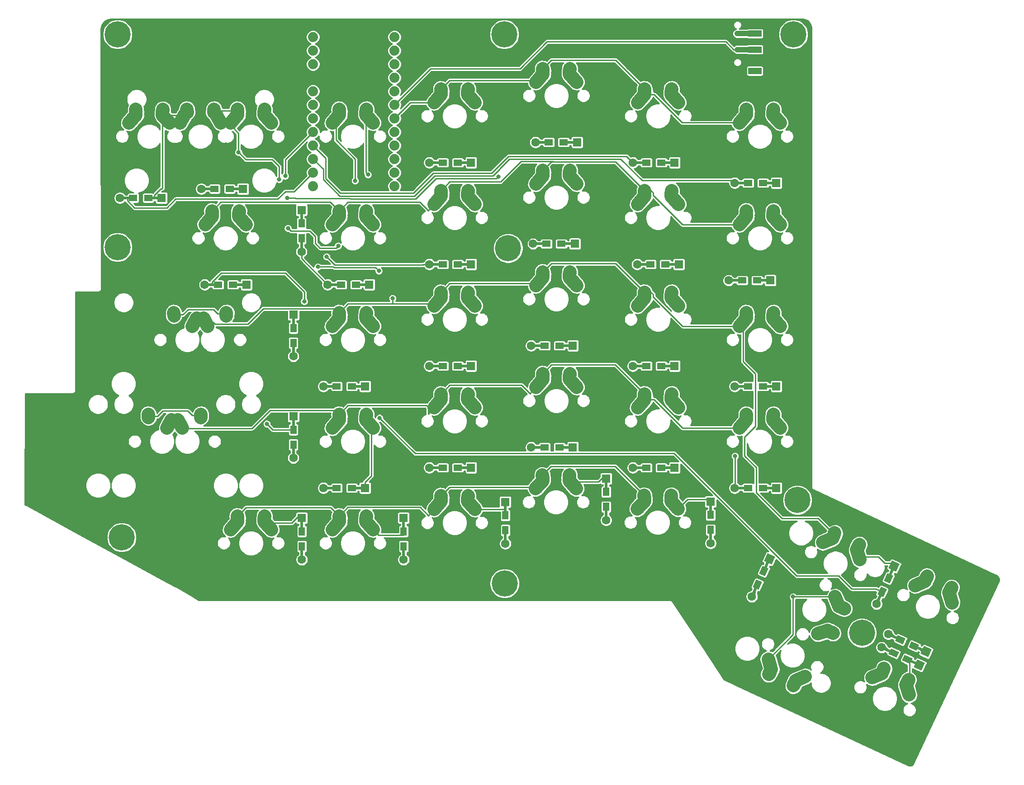
<source format=gbr>
G04 #@! TF.GenerationSoftware,KiCad,Pcbnew,(5.1.5)-3*
G04 #@! TF.CreationDate,2020-01-18T12:56:56+05:30*
G04 #@! TF.ProjectId,ergocape,6572676f-6361-4706-952e-6b696361645f,rev?*
G04 #@! TF.SameCoordinates,Original*
G04 #@! TF.FileFunction,Copper,L1,Top*
G04 #@! TF.FilePolarity,Positive*
%FSLAX46Y46*%
G04 Gerber Fmt 4.6, Leading zero omitted, Abs format (unit mm)*
G04 Created by KiCad (PCBNEW (5.1.5)-3) date 2020-01-18 12:56:56*
%MOMM*%
%LPD*%
G04 APERTURE LIST*
%ADD10C,4.900000*%
%ADD11C,2.500000*%
%ADD12R,2.900000X0.500000*%
%ADD13R,1.600000X1.600000*%
%ADD14C,1.600000*%
%ADD15R,1.600000X1.200000*%
%ADD16C,1.879600*%
%ADD17C,2.000000*%
%ADD18R,0.500000X2.900000*%
%ADD19R,1.200000X1.600000*%
%ADD20C,0.100000*%
%ADD21C,2.500000*%
%ADD22R,2.500000X1.200000*%
%ADD23C,0.800000*%
%ADD24C,1.016000*%
%ADD25C,0.250000*%
%ADD26C,0.254000*%
G04 APERTURE END LIST*
D10*
X40132000Y-60452000D03*
X112522000Y-20574000D03*
X166624000Y-20574000D03*
X112586000Y-123444000D03*
X40894000Y-114808000D03*
X113220000Y-60642500D03*
X179451000Y-132715000D03*
X40132000Y-20574000D03*
X167386000Y-107823000D03*
D11*
X45918524Y-92336828D02*
X45879076Y-91758172D01*
X52228616Y-94297807D02*
X51418984Y-92837193D01*
D12*
X124738000Y-40798800D03*
X119738000Y-40798800D03*
D13*
X126138000Y-40798800D03*
D14*
X118338000Y-40798800D03*
D15*
X120838000Y-40798800D03*
X123638000Y-40798800D03*
D16*
X76708000Y-21082000D03*
X76708000Y-23622000D03*
X76708000Y-26162000D03*
X76708000Y-28702000D03*
X76708000Y-31242000D03*
X76708000Y-33782000D03*
X76708000Y-36322000D03*
X76708000Y-38862000D03*
X76708000Y-41402000D03*
X76708000Y-43942000D03*
X76708000Y-46482000D03*
X76708000Y-49022000D03*
X91948000Y-49022000D03*
X91948000Y-46482000D03*
X91948000Y-43942000D03*
X91948000Y-41402000D03*
X91948000Y-38862000D03*
X91948000Y-36322000D03*
X91948000Y-33782000D03*
X91948000Y-31242000D03*
X91948000Y-28702000D03*
X91948000Y-26162000D03*
X91948000Y-23622000D03*
X91948000Y-21082000D03*
D11*
X87947495Y-37147504D02*
X86637505Y-35687496D01*
X81597501Y-34607500D02*
X81637499Y-35187500D01*
X80327505Y-37147504D02*
X81637495Y-35687496D01*
D17*
X81597500Y-34607500D03*
X81637500Y-35187500D03*
X87947500Y-37147500D03*
X86637500Y-35687500D03*
X80327500Y-37147500D03*
X81637500Y-35687500D03*
X86677500Y-34607500D03*
X86637500Y-35187500D03*
D11*
X86677499Y-34607500D02*
X86637501Y-35187500D01*
X57824999Y-54237500D02*
X57785001Y-53657500D01*
D17*
X62865000Y-53657500D03*
X62825000Y-54237500D03*
D11*
X62825001Y-54237500D02*
X62864999Y-53657500D01*
D17*
X56515000Y-56197500D03*
X57825000Y-54737500D03*
D11*
X62825005Y-54737496D02*
X64134995Y-56197504D01*
X57824995Y-54737496D02*
X56515005Y-56197504D01*
D17*
X64135000Y-56197500D03*
X62825000Y-54737500D03*
X57785000Y-53657500D03*
X57825000Y-54237500D03*
D11*
X188275477Y-144316156D02*
X187705249Y-142439312D01*
X183593880Y-139330507D02*
X183385012Y-139873069D01*
X181369420Y-141095809D02*
X183173702Y-140326217D01*
D17*
X183593879Y-139330506D03*
X183385013Y-139873069D03*
X188275483Y-144316154D03*
X187705243Y-142439315D03*
X181369418Y-141095803D03*
X183173704Y-140326223D03*
X188197923Y-141477407D03*
X187916552Y-141986161D03*
D11*
X188197922Y-141477407D02*
X187916552Y-141986161D01*
D18*
X74549000Y-54904000D03*
X74549000Y-59904000D03*
D13*
X74549000Y-53504000D03*
D14*
X74549000Y-61304000D03*
D19*
X74549000Y-58804000D03*
X74549000Y-56004000D03*
D12*
X104894000Y-44608800D03*
X99894000Y-44608800D03*
D13*
X106294000Y-44608800D03*
D14*
X98494000Y-44608800D03*
D15*
X100994000Y-44608800D03*
X103794000Y-44608800D03*
D12*
X142994000Y-44608800D03*
X137994000Y-44608800D03*
D13*
X144394000Y-44608800D03*
D14*
X136594000Y-44608800D03*
D15*
X139094000Y-44608800D03*
X141894000Y-44608800D03*
D12*
X162044000Y-48418800D03*
X157044000Y-48418800D03*
D13*
X163444000Y-48418800D03*
D14*
X155644000Y-48418800D03*
D15*
X158144000Y-48418800D03*
X160944000Y-48418800D03*
D18*
X93662500Y-112594000D03*
X93662500Y-117594000D03*
D13*
X93662500Y-111194000D03*
D14*
X93662500Y-118994000D03*
D19*
X93662500Y-116494000D03*
X93662500Y-113694000D03*
D18*
X151130000Y-109514000D03*
X151130000Y-114514000D03*
D13*
X151130000Y-108114000D03*
D14*
X151130000Y-115914000D03*
D19*
X151130000Y-113414000D03*
X151130000Y-110614000D03*
D18*
X131572000Y-105196000D03*
X131572000Y-110196000D03*
D13*
X131572000Y-103796000D03*
D14*
X131572000Y-111596000D03*
D19*
X131572000Y-109096000D03*
X131572000Y-106296000D03*
D18*
X73025000Y-74493800D03*
X73025000Y-79493800D03*
D13*
X73025000Y-73093800D03*
D14*
X73025000Y-80893800D03*
D19*
X73025000Y-78393800D03*
X73025000Y-75593800D03*
D18*
X74612500Y-112594000D03*
X74612500Y-117594000D03*
D13*
X74612500Y-111194000D03*
D14*
X74612500Y-118994000D03*
D19*
X74612500Y-116494000D03*
X74612500Y-113694000D03*
D12*
X123944000Y-78898800D03*
X118944000Y-78898800D03*
D13*
X125344000Y-78898800D03*
D14*
X117544000Y-78898800D03*
D15*
X120044000Y-78898800D03*
X122844000Y-78898800D03*
D12*
X62190000Y-49530000D03*
X57190000Y-49530000D03*
D13*
X63590000Y-49530000D03*
D14*
X55790000Y-49530000D03*
D15*
X58290000Y-49530000D03*
X61090000Y-49530000D03*
D18*
X73025000Y-93543800D03*
X73025000Y-98543800D03*
D13*
X73025000Y-92143800D03*
D14*
X73025000Y-99943800D03*
D19*
X73025000Y-97443800D03*
X73025000Y-94643800D03*
D12*
X62825000Y-67468800D03*
X57825000Y-67468800D03*
D13*
X64225000Y-67468800D03*
D14*
X56425000Y-67468800D03*
D15*
X58925000Y-67468800D03*
X61725000Y-67468800D03*
G04 #@! TA.AperFunction,Conductor*
D20*
G36*
X188780968Y-135246326D02*
G01*
X188992277Y-134793173D01*
X191620570Y-136018766D01*
X191409261Y-136471919D01*
X188780968Y-135246326D01*
G37*
G04 #@! TD.AperFunction*
G04 #@! TA.AperFunction,Conductor*
G36*
X184249430Y-133133234D02*
G01*
X184460739Y-132680081D01*
X187089032Y-133905674D01*
X186877723Y-134358827D01*
X184249430Y-133133234D01*
G37*
G04 #@! TD.AperFunction*
G04 #@! TA.AperFunction,ComponentPad*
G36*
X190406459Y-136611163D02*
G01*
X191082648Y-135161070D01*
X192532741Y-135837259D01*
X191856552Y-137287352D01*
X190406459Y-136611163D01*
G37*
G04 #@! TD.AperFunction*
D14*
X184400400Y-132927789D03*
G04 #@! TA.AperFunction,SMDPad,CuDef*
D20*
G36*
X185687552Y-134190024D02*
G01*
X186194694Y-133102455D01*
X187644786Y-133778644D01*
X187137644Y-134866213D01*
X185687552Y-134190024D01*
G37*
G04 #@! TD.AperFunction*
G04 #@! TA.AperFunction,SMDPad,CuDef*
G36*
X188225214Y-135373356D02*
G01*
X188732356Y-134285787D01*
X190182448Y-134961976D01*
X189675306Y-136049545D01*
X188225214Y-135373356D01*
G37*
G04 #@! TD.AperFunction*
G04 #@! TA.AperFunction,Conductor*
G36*
X187530968Y-137745326D02*
G01*
X187742277Y-137292173D01*
X190370570Y-138517766D01*
X190159261Y-138970919D01*
X187530968Y-137745326D01*
G37*
G04 #@! TD.AperFunction*
G04 #@! TA.AperFunction,Conductor*
G36*
X182999430Y-135632234D02*
G01*
X183210739Y-135179081D01*
X185839032Y-136404674D01*
X185627723Y-136857827D01*
X182999430Y-135632234D01*
G37*
G04 #@! TD.AperFunction*
G04 #@! TA.AperFunction,ComponentPad*
G36*
X189156459Y-139110163D02*
G01*
X189832648Y-137660070D01*
X191282741Y-138336259D01*
X190606552Y-139786352D01*
X189156459Y-139110163D01*
G37*
G04 #@! TD.AperFunction*
D14*
X183150400Y-135426789D03*
G04 #@! TA.AperFunction,SMDPad,CuDef*
D20*
G36*
X184437552Y-136689024D02*
G01*
X184944694Y-135601455D01*
X186394786Y-136277644D01*
X185887644Y-137365213D01*
X184437552Y-136689024D01*
G37*
G04 #@! TD.AperFunction*
G04 #@! TA.AperFunction,SMDPad,CuDef*
G36*
X186975214Y-137872356D02*
G01*
X187482356Y-136784787D01*
X188932448Y-137460976D01*
X188425306Y-138548545D01*
X186975214Y-137872356D01*
G37*
G04 #@! TD.AperFunction*
G04 #@! TA.AperFunction,Conductor*
G36*
X161173326Y-121538032D02*
G01*
X160720173Y-121326723D01*
X161945766Y-118698430D01*
X162398919Y-118909739D01*
X161173326Y-121538032D01*
G37*
G04 #@! TD.AperFunction*
G04 #@! TA.AperFunction,Conductor*
G36*
X159060234Y-126069570D02*
G01*
X158607081Y-125858261D01*
X159832674Y-123229968D01*
X160285827Y-123441277D01*
X159060234Y-126069570D01*
G37*
G04 #@! TD.AperFunction*
G04 #@! TA.AperFunction,ComponentPad*
G36*
X162538163Y-119912541D02*
G01*
X161088070Y-119236352D01*
X161764259Y-117786259D01*
X163214352Y-118462448D01*
X162538163Y-119912541D01*
G37*
G04 #@! TD.AperFunction*
D14*
X158854789Y-125918600D03*
G04 #@! TA.AperFunction,SMDPad,CuDef*
D20*
G36*
X160117024Y-124631448D02*
G01*
X159029455Y-124124306D01*
X159705644Y-122674214D01*
X160793213Y-123181356D01*
X160117024Y-124631448D01*
G37*
G04 #@! TD.AperFunction*
G04 #@! TA.AperFunction,SMDPad,CuDef*
G36*
X161300356Y-122093786D02*
G01*
X160212787Y-121586644D01*
X160888976Y-120136552D01*
X161976545Y-120643694D01*
X161300356Y-122093786D01*
G37*
G04 #@! TD.AperFunction*
D18*
X112712000Y-109578000D03*
X112712000Y-114578000D03*
D13*
X112712000Y-108178000D03*
D14*
X112712000Y-115978000D03*
D19*
X112712000Y-113478000D03*
X112712000Y-110678000D03*
D12*
X85050000Y-86518800D03*
X80050000Y-86518800D03*
D13*
X86450000Y-86518800D03*
D14*
X78650000Y-86518800D03*
D15*
X81150000Y-86518800D03*
X83950000Y-86518800D03*
D12*
X162044000Y-105569000D03*
X157044000Y-105569000D03*
D13*
X163444000Y-105569000D03*
D14*
X155644000Y-105569000D03*
D15*
X158144000Y-105569000D03*
X160944000Y-105569000D03*
D12*
X123944000Y-97948800D03*
X118944000Y-97948800D03*
D13*
X125344000Y-97948800D03*
D14*
X117544000Y-97948800D03*
D15*
X120044000Y-97948800D03*
X122844000Y-97948800D03*
D12*
X124293000Y-59817000D03*
X119293000Y-59817000D03*
D13*
X125693000Y-59817000D03*
D14*
X117893000Y-59817000D03*
D15*
X120393000Y-59817000D03*
X123193000Y-59817000D03*
D12*
X142994000Y-82708800D03*
X137994000Y-82708800D03*
D13*
X144394000Y-82708800D03*
D14*
X136594000Y-82708800D03*
D15*
X139094000Y-82708800D03*
X141894000Y-82708800D03*
D12*
X162044000Y-86518800D03*
X157044000Y-86518800D03*
D13*
X163444000Y-86518800D03*
D14*
X155644000Y-86518800D03*
D15*
X158144000Y-86518800D03*
X160944000Y-86518800D03*
D12*
X85843800Y-67468800D03*
X80843800Y-67468800D03*
D13*
X87243800Y-67468800D03*
D14*
X79443800Y-67468800D03*
D15*
X81943800Y-67468800D03*
X84743800Y-67468800D03*
D12*
X143788000Y-63658800D03*
X138788000Y-63658800D03*
D13*
X145188000Y-63658800D03*
D14*
X137388000Y-63658800D03*
D15*
X139888000Y-63658800D03*
X142688000Y-63658800D03*
D12*
X104894000Y-82708800D03*
X99894000Y-82708800D03*
D13*
X106294000Y-82708800D03*
D14*
X98494000Y-82708800D03*
D15*
X100994000Y-82708800D03*
X103794000Y-82708800D03*
D12*
X160932000Y-66675000D03*
X155932000Y-66675000D03*
D13*
X162332000Y-66675000D03*
D14*
X154532000Y-66675000D03*
D15*
X157032000Y-66675000D03*
X159832000Y-66675000D03*
D12*
X142994000Y-101759000D03*
X137994000Y-101759000D03*
D13*
X144394000Y-101759000D03*
D14*
X136594000Y-101759000D03*
D15*
X139094000Y-101759000D03*
X141894000Y-101759000D03*
D12*
X104894000Y-63658800D03*
X99894000Y-63658800D03*
D13*
X106294000Y-63658800D03*
D14*
X98494000Y-63658800D03*
D15*
X100994000Y-63658800D03*
X103794000Y-63658800D03*
D12*
X104894000Y-101759000D03*
X99894000Y-101759000D03*
D13*
X106294000Y-101759000D03*
D14*
X98494000Y-101759000D03*
D15*
X100994000Y-101759000D03*
X103794000Y-101759000D03*
D12*
X85050000Y-105569000D03*
X80050000Y-105569000D03*
D13*
X86450000Y-105569000D03*
D14*
X78650000Y-105569000D03*
D15*
X81150000Y-105569000D03*
X83950000Y-105569000D03*
D11*
X106997995Y-33337504D02*
X105688005Y-31877496D01*
X100648001Y-30797500D02*
X100687999Y-31377500D01*
X99378005Y-33337504D02*
X100687995Y-31877496D01*
D17*
X100648000Y-30797500D03*
X100688000Y-31377500D03*
X106998000Y-33337500D03*
X105688000Y-31877500D03*
X99378000Y-33337500D03*
X100688000Y-31877500D03*
X105728000Y-30797500D03*
X105688000Y-31377500D03*
D11*
X105727999Y-30797500D02*
X105688001Y-31377500D01*
X126047995Y-29527504D02*
X124738005Y-28067496D01*
X119698001Y-26987500D02*
X119737999Y-27567500D01*
X118428005Y-29527504D02*
X119737995Y-28067496D01*
D17*
X119698000Y-26987500D03*
X119738000Y-27567500D03*
X126048000Y-29527500D03*
X124738000Y-28067500D03*
X118428000Y-29527500D03*
X119738000Y-28067500D03*
X124778000Y-26987500D03*
X124738000Y-27567500D03*
D11*
X124777999Y-26987500D02*
X124738001Y-27567500D01*
X145097995Y-33337504D02*
X143788005Y-31877496D01*
X138748001Y-30797500D02*
X138787999Y-31377500D01*
X137478005Y-33337504D02*
X138787995Y-31877496D01*
D17*
X138748000Y-30797500D03*
X138788000Y-31377500D03*
X145098000Y-33337500D03*
X143788000Y-31877500D03*
X137478000Y-33337500D03*
X138788000Y-31877500D03*
X143828000Y-30797500D03*
X143788000Y-31377500D03*
D11*
X143827999Y-30797500D02*
X143788001Y-31377500D01*
X164147995Y-37147504D02*
X162838005Y-35687496D01*
X157798001Y-34607500D02*
X157837999Y-35187500D01*
X156528005Y-37147504D02*
X157837995Y-35687496D01*
D17*
X157798000Y-34607500D03*
X157838000Y-35187500D03*
X164148000Y-37147500D03*
X162838000Y-35687500D03*
X156528000Y-37147500D03*
X157838000Y-35687500D03*
X162878000Y-34607500D03*
X162838000Y-35187500D03*
D11*
X162877999Y-34607500D02*
X162838001Y-35187500D01*
X87947495Y-75247504D02*
X86637505Y-73787496D01*
X81597501Y-72707500D02*
X81637499Y-73287500D01*
X80327505Y-75247504D02*
X81637495Y-73787496D01*
D17*
X81597500Y-72707500D03*
X81637500Y-73287500D03*
X87947500Y-75247500D03*
X86637500Y-73787500D03*
X80327500Y-75247500D03*
X81637500Y-73787500D03*
X86677500Y-72707500D03*
X86637500Y-73287500D03*
D11*
X86677499Y-72707500D02*
X86637501Y-73287500D01*
X87947495Y-113348004D02*
X86637505Y-111887996D01*
X81597501Y-110808000D02*
X81637499Y-111388000D01*
X80327505Y-113348004D02*
X81637495Y-111887996D01*
D17*
X81597500Y-110808000D03*
X81637500Y-111388000D03*
X87947500Y-113348000D03*
X86637500Y-111888000D03*
X80327500Y-113348000D03*
X81637500Y-111888000D03*
X86677500Y-110808000D03*
X86637500Y-111388000D03*
D11*
X86677499Y-110808000D02*
X86637501Y-111388000D01*
X164147995Y-94297504D02*
X162838005Y-92837496D01*
X157798001Y-91757500D02*
X157837999Y-92337500D01*
X156528005Y-94297504D02*
X157837995Y-92837496D01*
D17*
X157798000Y-91757500D03*
X157838000Y-92337500D03*
X164148000Y-94297500D03*
X162838000Y-92837500D03*
X156528000Y-94297500D03*
X157838000Y-92837500D03*
X162878000Y-91757500D03*
X162838000Y-92337500D03*
D11*
X162877999Y-91757500D02*
X162838001Y-92337500D01*
X125983995Y-105664004D02*
X124674005Y-104203996D01*
X119634001Y-103124000D02*
X119673999Y-103704000D01*
X118364005Y-105664004D02*
X119673995Y-104203996D01*
D17*
X119634000Y-103124000D03*
X119674000Y-103704000D03*
X125984000Y-105664000D03*
X124674000Y-104204000D03*
X118364000Y-105664000D03*
X119674000Y-104204000D03*
X124714000Y-103124000D03*
X124674000Y-103704000D03*
D11*
X124713999Y-103124000D02*
X124674001Y-103704000D01*
X145033995Y-109474004D02*
X143724005Y-108013996D01*
X138684001Y-106934000D02*
X138723999Y-107514000D01*
X137414005Y-109474004D02*
X138723995Y-108013996D01*
D17*
X138684000Y-106934000D03*
X138724000Y-107514000D03*
X145034000Y-109474000D03*
X143724000Y-108014000D03*
X137414000Y-109474000D03*
X138724000Y-108014000D03*
X143764000Y-106934000D03*
X143724000Y-107514000D03*
D11*
X143763999Y-106934000D02*
X143724001Y-107514000D01*
X126047995Y-86677504D02*
X124738005Y-85217496D01*
X119698001Y-84137500D02*
X119737999Y-84717500D01*
X118428005Y-86677504D02*
X119737995Y-85217496D01*
D17*
X119698000Y-84137500D03*
X119738000Y-84717500D03*
X126048000Y-86677500D03*
X124738000Y-85217500D03*
X118428000Y-86677500D03*
X119738000Y-85217500D03*
X124778000Y-84137500D03*
X124738000Y-84717500D03*
D11*
X124777999Y-84137500D02*
X124738001Y-84717500D01*
X60483524Y-72708172D02*
X60444076Y-73286828D01*
X54944890Y-73787900D02*
X54132710Y-75247100D01*
X68897495Y-113348004D02*
X67587505Y-111887996D01*
X62547501Y-110808000D02*
X62587499Y-111388000D01*
X61277505Y-113348004D02*
X62587495Y-111887996D01*
D17*
X62547500Y-110808000D03*
X62587500Y-111388000D03*
X68897500Y-113348000D03*
X67587500Y-111888000D03*
X61277500Y-113348000D03*
X62587500Y-111888000D03*
X67627500Y-110808000D03*
X67587500Y-111388000D03*
D11*
X67627499Y-110808000D02*
X67587501Y-111388000D01*
X126047995Y-67627504D02*
X124738005Y-66167496D01*
X119698001Y-65087500D02*
X119737999Y-65667500D01*
X118428005Y-67627504D02*
X119737995Y-66167496D01*
D17*
X119698000Y-65087500D03*
X119738000Y-65667500D03*
X126048000Y-67627500D03*
X124738000Y-66167500D03*
X118428000Y-67627500D03*
X119738000Y-66167500D03*
X124778000Y-65087500D03*
X124738000Y-65667500D03*
D11*
X124777999Y-65087500D02*
X124738001Y-65667500D01*
X126047995Y-48577504D02*
X124738005Y-47117496D01*
X119698001Y-46037500D02*
X119737999Y-46617500D01*
X118428005Y-48577504D02*
X119737995Y-47117496D01*
D17*
X119698000Y-46037500D03*
X119738000Y-46617500D03*
X126048000Y-48577500D03*
X124738000Y-47117500D03*
X118428000Y-48577500D03*
X119738000Y-47117500D03*
X124778000Y-46037500D03*
X124738000Y-46617500D03*
D11*
X124777999Y-46037500D02*
X124738001Y-46617500D01*
X50680924Y-73286828D02*
X50641476Y-72708172D01*
X56992290Y-75247100D02*
X56180110Y-73787900D01*
X68897495Y-37147504D02*
X67587505Y-35687496D01*
X62547501Y-34607500D02*
X62587499Y-35187500D01*
X61277505Y-37147504D02*
X62587495Y-35687496D01*
D17*
X62547500Y-34607500D03*
X62587500Y-35187500D03*
X68897500Y-37147500D03*
X67587500Y-35687500D03*
X61277500Y-37147500D03*
X62587500Y-35687500D03*
X67627500Y-34607500D03*
X67587500Y-35187500D03*
D11*
X67627499Y-34607500D02*
X67587501Y-35187500D01*
X145097995Y-71437504D02*
X143788005Y-69977496D01*
X138748001Y-68897500D02*
X138787999Y-69477500D01*
X137478005Y-71437504D02*
X138787995Y-69977496D01*
D17*
X138748000Y-68897500D03*
X138788000Y-69477500D03*
X145098000Y-71437500D03*
X143788000Y-69977500D03*
X137478000Y-71437500D03*
X138788000Y-69977500D03*
X143828000Y-68897500D03*
X143788000Y-69477500D03*
D11*
X143827999Y-68897500D02*
X143788001Y-69477500D01*
X164147995Y-75247504D02*
X162838005Y-73787496D01*
X157798001Y-72707500D02*
X157837999Y-73287500D01*
X156528005Y-75247504D02*
X157837995Y-73787496D01*
D17*
X157798000Y-72707500D03*
X157838000Y-73287500D03*
X164148000Y-75247500D03*
X162838000Y-73787500D03*
X156528000Y-75247500D03*
X157838000Y-73787500D03*
X162878000Y-72707500D03*
X162838000Y-73287500D03*
D11*
X162877999Y-72707500D02*
X162838001Y-73287500D01*
X87947495Y-56197504D02*
X86637505Y-54737496D01*
X81597501Y-53657500D02*
X81637499Y-54237500D01*
X80327505Y-56197504D02*
X81637495Y-54737496D01*
D17*
X81597500Y-53657500D03*
X81637500Y-54237500D03*
X87947500Y-56197500D03*
X86637500Y-54737500D03*
X80327500Y-56197500D03*
X81637500Y-54737500D03*
X86677500Y-53657500D03*
X86637500Y-54237500D03*
D11*
X86677499Y-53657500D02*
X86637501Y-54237500D01*
X145097995Y-52387504D02*
X143788005Y-50927496D01*
X138748001Y-49847500D02*
X138787999Y-50427500D01*
X137478005Y-52387504D02*
X138787995Y-50927496D01*
D17*
X138748000Y-49847500D03*
X138788000Y-50427500D03*
X145098000Y-52387500D03*
X143788000Y-50927500D03*
X137478000Y-52387500D03*
X138788000Y-50927500D03*
X143828000Y-49847500D03*
X143788000Y-50427500D03*
D11*
X143827999Y-49847500D02*
X143788001Y-50427500D01*
X106997995Y-71437504D02*
X105688005Y-69977496D01*
X100648001Y-68897500D02*
X100687999Y-69477500D01*
X99378005Y-71437504D02*
X100687995Y-69977496D01*
D17*
X100648000Y-68897500D03*
X100688000Y-69477500D03*
X106998000Y-71437500D03*
X105688000Y-69977500D03*
X99378000Y-71437500D03*
X100688000Y-69977500D03*
X105728000Y-68897500D03*
X105688000Y-69477500D03*
D11*
X105727999Y-68897500D02*
X105688001Y-69477500D01*
X55720924Y-91758172D02*
X55681476Y-92336828D01*
X50182290Y-92837900D02*
X49370110Y-94297100D01*
X164147995Y-56197504D02*
X162838005Y-54737496D01*
X157798001Y-53657500D02*
X157837999Y-54237500D01*
X156528005Y-56197504D02*
X157837995Y-54737496D01*
D17*
X157798000Y-53657500D03*
X157838000Y-54237500D03*
X164148000Y-56197500D03*
X162838000Y-54737500D03*
X156528000Y-56197500D03*
X157838000Y-54737500D03*
X162878000Y-53657500D03*
X162838000Y-54237500D03*
D11*
X162877999Y-53657500D02*
X162838001Y-54237500D01*
X196325477Y-127051156D02*
X195755249Y-125174312D01*
X191643880Y-122065507D02*
X191435012Y-122608069D01*
X189419420Y-123830809D02*
X191223702Y-123061217D01*
D17*
X191643879Y-122065506D03*
X191435013Y-122608069D03*
X196325483Y-127051154D03*
X195755243Y-125174315D03*
X189419418Y-123830803D03*
X191223704Y-123061223D03*
X196247923Y-124212407D03*
X195966552Y-124721161D03*
D11*
X196247922Y-124212407D02*
X195966552Y-124721161D01*
X145097995Y-90487504D02*
X143788005Y-89027496D01*
X138748001Y-87947500D02*
X138787999Y-88527500D01*
X137478005Y-90487504D02*
X138787995Y-89027496D01*
D17*
X138748000Y-87947500D03*
X138788000Y-88527500D03*
X145098000Y-90487500D03*
X143788000Y-89027500D03*
X137478000Y-90487500D03*
X138788000Y-89027500D03*
X143828000Y-87947500D03*
X143788000Y-88527500D03*
D11*
X143827999Y-87947500D02*
X143788001Y-88527500D01*
X106997995Y-52387504D02*
X105688005Y-50927496D01*
X100648001Y-49847500D02*
X100687999Y-50427500D01*
X99378005Y-52387504D02*
X100687995Y-50927496D01*
D17*
X100648000Y-49847500D03*
X100688000Y-50427500D03*
X106998000Y-52387500D03*
X105688000Y-50927500D03*
X99378000Y-52387500D03*
X100688000Y-50927500D03*
X105728000Y-49847500D03*
X105688000Y-50427500D03*
D11*
X105727999Y-49847500D02*
X105688001Y-50427500D01*
X106997995Y-109538004D02*
X105688005Y-108077996D01*
X100648001Y-106998000D02*
X100687999Y-107578000D01*
X99378005Y-109538004D02*
X100687995Y-108077996D01*
D17*
X100648000Y-106998000D03*
X100688000Y-107578000D03*
X106998000Y-109538000D03*
X105688000Y-108078000D03*
X99378000Y-109538000D03*
X100688000Y-108078000D03*
X105728000Y-106998000D03*
X105688000Y-107578000D03*
D11*
X105727999Y-106998000D02*
X105688001Y-107578000D01*
X106997995Y-90487504D02*
X105688005Y-89027496D01*
X100648001Y-87947500D02*
X100687999Y-88527500D01*
X99378005Y-90487504D02*
X100687995Y-89027496D01*
D17*
X100648000Y-87947500D03*
X100688000Y-88527500D03*
X106998000Y-90487500D03*
X105688000Y-89027500D03*
X99378000Y-90487500D03*
X100688000Y-89027500D03*
X105728000Y-87947500D03*
X105688000Y-88527500D03*
D11*
X105727999Y-87947500D02*
X105688001Y-88527500D01*
X87947495Y-94297504D02*
X86637505Y-92837496D01*
X81597501Y-91757500D02*
X81637499Y-92337500D01*
X80327505Y-94297504D02*
X81637495Y-92837496D01*
D17*
X81597500Y-91757500D03*
X81637500Y-92337500D03*
X87947500Y-94297500D03*
X86637500Y-92837500D03*
X80327500Y-94297500D03*
X81637500Y-92837500D03*
X86677500Y-91757500D03*
X86637500Y-92337500D03*
D11*
X86677499Y-91757500D02*
X86637501Y-92337500D01*
G04 #@! TA.AperFunction,Conductor*
D20*
G36*
X184507326Y-122898032D02*
G01*
X184054173Y-122686723D01*
X185279766Y-120058430D01*
X185732919Y-120269739D01*
X184507326Y-122898032D01*
G37*
G04 #@! TD.AperFunction*
G04 #@! TA.AperFunction,Conductor*
G36*
X182394234Y-127429570D02*
G01*
X181941081Y-127218261D01*
X183166674Y-124589968D01*
X183619827Y-124801277D01*
X182394234Y-127429570D01*
G37*
G04 #@! TD.AperFunction*
G04 #@! TA.AperFunction,ComponentPad*
G36*
X185872163Y-121272541D02*
G01*
X184422070Y-120596352D01*
X185098259Y-119146259D01*
X186548352Y-119822448D01*
X185872163Y-121272541D01*
G37*
G04 #@! TD.AperFunction*
D14*
X182188789Y-127278600D03*
G04 #@! TA.AperFunction,SMDPad,CuDef*
D20*
G36*
X183451024Y-125991448D02*
G01*
X182363455Y-125484306D01*
X183039644Y-124034214D01*
X184127213Y-124541356D01*
X183451024Y-125991448D01*
G37*
G04 #@! TD.AperFunction*
G04 #@! TA.AperFunction,SMDPad,CuDef*
G36*
X184634356Y-123453786D02*
G01*
X183546787Y-122946644D01*
X184222976Y-121496552D01*
X185310545Y-122003694D01*
X184634356Y-123453786D01*
G37*
G04 #@! TD.AperFunction*
D11*
X179048477Y-118988156D02*
X178478249Y-117111312D01*
X174366880Y-114002507D02*
X174158012Y-114545069D01*
X172142420Y-115767809D02*
X173946702Y-114998217D01*
D17*
X174366879Y-114002506D03*
X174158013Y-114545069D03*
X179048483Y-118988154D03*
X178478243Y-117111315D03*
X172142418Y-115767803D03*
X173946704Y-114998223D03*
X178970923Y-116149407D03*
X178689552Y-116658161D03*
D11*
X178970922Y-116149407D02*
X178689552Y-116658161D01*
X161944523Y-137636844D02*
X162514751Y-139513688D01*
X166626120Y-142622493D02*
X166834988Y-142079931D01*
X168850580Y-140857191D02*
X167046298Y-141626783D01*
D17*
X166626121Y-142622494D03*
X166834987Y-142079931D03*
X161944517Y-137636846D03*
X162514757Y-139513685D03*
X168850582Y-140857197D03*
X167046296Y-141626777D03*
X162022077Y-140475593D03*
X162303448Y-139966839D03*
D11*
X162022078Y-140475593D02*
X162303448Y-139966839D01*
D21*
X176186494Y-128168879D03*
X175643931Y-127960013D03*
D11*
X176186411Y-128169093D02*
X175644013Y-127959799D01*
D17*
X171200846Y-132850483D03*
D21*
X173077685Y-132280243D03*
D11*
X174421191Y-125944420D02*
X175190783Y-127748702D01*
X171200844Y-132850477D02*
X173077688Y-132280249D01*
D17*
X174421197Y-125944418D03*
D21*
X175190777Y-127748704D03*
D17*
X174039593Y-132772923D03*
X173530839Y-132491552D03*
D11*
X174039704Y-132772722D02*
X173530728Y-132491752D01*
D22*
X159412000Y-23428700D03*
X159412000Y-20428700D03*
X159412000Y-27428700D03*
X152912000Y-28528700D03*
D11*
X58165724Y-34608172D02*
X58126276Y-35186828D01*
X52626453Y-35687546D02*
X51815547Y-37147454D01*
X58625547Y-35687546D02*
X59436453Y-37147454D01*
X53086276Y-34608172D02*
X53125724Y-35186828D01*
D12*
X46950000Y-51231800D03*
X41950000Y-51231800D03*
D13*
X48350000Y-51231800D03*
D14*
X40550000Y-51231800D03*
D15*
X43050000Y-51231800D03*
X45850000Y-51231800D03*
D11*
X49860195Y-37160204D02*
X48550205Y-35700196D01*
X43510201Y-34620200D02*
X43550199Y-35200200D01*
X42240205Y-37160204D02*
X43550195Y-35700196D01*
D17*
X43510200Y-34620200D03*
X43550200Y-35200200D03*
X49860200Y-37160200D03*
X48550200Y-35700200D03*
X42240200Y-37160200D03*
X43550200Y-35700200D03*
X48590200Y-34620200D03*
X48550200Y-35200200D03*
D11*
X48590199Y-34620200D02*
X48550201Y-35200200D01*
D23*
X156083000Y-20447000D03*
X156337000Y-28575000D03*
X77597000Y-64135000D03*
X89027000Y-64897000D03*
X86995000Y-46863000D03*
X79248000Y-62230000D03*
X71501000Y-47117000D03*
X71882000Y-51266700D03*
X111379000Y-47244000D03*
X155702000Y-99568000D03*
X68046600Y-93535500D03*
X89159500Y-92436600D03*
X166571800Y-125944400D03*
X84582000Y-48006000D03*
X81407000Y-60198000D03*
X70358000Y-47752000D03*
X72009000Y-56896000D03*
X62765399Y-42699399D03*
X91592700Y-70033700D03*
X156083000Y-23428700D03*
X75057000Y-70612000D03*
D24*
X159393700Y-20447000D02*
X159412000Y-20428700D01*
X156083000Y-20447000D02*
X159393700Y-20447000D01*
X152912000Y-28528700D02*
X156290700Y-28528700D01*
X156290700Y-28528700D02*
X156337000Y-28575000D01*
D25*
X86677500Y-34607500D02*
X86657500Y-34627500D01*
X86657500Y-34627500D02*
X86657500Y-34897500D01*
X87292500Y-36417500D02*
X87947500Y-37072500D01*
X87947500Y-37072500D02*
X87947500Y-37147500D01*
X74549000Y-53504000D02*
X74549000Y-54904000D01*
X74549000Y-56004000D02*
X74549000Y-54904000D01*
X86637500Y-35687500D02*
X86637500Y-46251500D01*
X80512065Y-64135000D02*
X80639065Y-64262000D01*
X77597000Y-64135000D02*
X80512065Y-64135000D01*
X80639065Y-64262000D02*
X88138000Y-64262000D01*
X88138000Y-64262000D02*
X88392000Y-64262000D01*
X88392000Y-64262000D02*
X89027000Y-64897000D01*
X86637500Y-46251500D02*
X86637500Y-46505500D01*
X86637500Y-46505500D02*
X86995000Y-46863000D01*
X74549000Y-61304000D02*
X74549000Y-59904000D01*
X74549000Y-58804000D02*
X74549000Y-59904000D01*
X78650000Y-86518800D02*
X80050000Y-86518800D01*
X81150000Y-86518800D02*
X80050000Y-86518800D01*
X79443800Y-67468800D02*
X80843800Y-67468800D01*
X81943800Y-67468800D02*
X80843800Y-67468800D01*
X78650000Y-105569000D02*
X80050000Y-105569000D01*
X81150000Y-105569000D02*
X80050000Y-105569000D01*
X93662500Y-117594000D02*
X93662500Y-118994000D01*
X93662500Y-116494000D02*
X93662500Y-117594000D01*
X74549000Y-62574000D02*
X79443800Y-67468800D01*
X74549000Y-61304000D02*
X74549000Y-62574000D01*
X105728000Y-30797500D02*
X105708000Y-30817500D01*
X105708000Y-30817500D02*
X105708000Y-31087500D01*
X106343000Y-32607500D02*
X106998000Y-33262500D01*
X106998000Y-33262500D02*
X106998000Y-33337500D01*
X106294000Y-44608800D02*
X104894000Y-44608800D01*
X103794000Y-44608800D02*
X104894000Y-44608800D01*
X98494000Y-44608800D02*
X99894000Y-44608800D01*
X100994000Y-44608800D02*
X99894000Y-44608800D01*
X112712000Y-115978000D02*
X112712000Y-114578000D01*
X112712000Y-113478000D02*
X112712000Y-114578000D01*
X98494000Y-63658800D02*
X99894000Y-63658800D01*
X100994000Y-63658800D02*
X99894000Y-63658800D01*
X98494000Y-82708800D02*
X99894000Y-82708800D01*
X99894000Y-82708800D02*
X100994000Y-82708800D01*
X98494000Y-101759000D02*
X99894000Y-101759000D01*
X99894000Y-101759000D02*
X100994000Y-101759000D01*
X79248000Y-62230000D02*
X79647999Y-62629999D01*
X97362630Y-63658800D02*
X97267430Y-63754000D01*
X98494000Y-63658800D02*
X97362630Y-63658800D01*
X80772000Y-63754000D02*
X79248000Y-62230000D01*
X97267430Y-63754000D02*
X80772000Y-63754000D01*
X76708000Y-38862000D02*
X76708000Y-39087500D01*
X119738000Y-40798800D02*
X118338000Y-40798800D01*
X131572000Y-111596000D02*
X131572000Y-110196000D01*
X131572000Y-109096000D02*
X131572000Y-110196000D01*
X117544000Y-78898800D02*
X118944000Y-78898800D01*
X120044000Y-78898800D02*
X118944000Y-78898800D01*
X119738000Y-40798800D02*
X120838000Y-40798800D01*
X117544000Y-97948800D02*
X118944000Y-97948800D01*
X118944000Y-97948800D02*
X120044000Y-97948800D01*
X117893000Y-59817000D02*
X119293000Y-59817000D01*
X119293000Y-59817000D02*
X120393000Y-59817000D01*
X76708000Y-38862000D02*
X71501000Y-44069000D01*
X71501000Y-44069000D02*
X71501000Y-47117000D01*
X71882000Y-51266700D02*
X73364700Y-51266700D01*
X73364700Y-51266700D02*
X73406000Y-51308000D01*
X73406000Y-51308000D02*
X83566000Y-51308000D01*
X83566000Y-51308000D02*
X83693000Y-51435000D01*
X83693000Y-51435000D02*
X95885000Y-51435000D01*
X95885000Y-51435000D02*
X99695000Y-47625000D01*
X99695000Y-47625000D02*
X110998000Y-47625000D01*
X110998000Y-47625000D02*
X111379000Y-47244000D01*
X126138000Y-40798800D02*
X124738000Y-40798800D01*
X124738000Y-40798800D02*
X123638000Y-40798800D01*
X125393000Y-28797500D02*
X124738000Y-28142500D01*
X124738000Y-28142500D02*
X124738000Y-28067500D01*
X124758000Y-27277500D02*
X124738000Y-27297500D01*
X124738000Y-27297500D02*
X124738000Y-27567500D01*
X143808000Y-31087500D02*
X143828000Y-31067500D01*
X143828000Y-31067500D02*
X143828000Y-30797500D01*
X144443000Y-32607500D02*
X145098000Y-33262500D01*
X145098000Y-33262500D02*
X145098000Y-33337500D01*
X144394000Y-44608800D02*
X142994000Y-44608800D01*
X141894000Y-44608800D02*
X142994000Y-44608800D01*
X136594000Y-44608800D02*
X137994000Y-44608800D01*
X139094000Y-44608800D02*
X137994000Y-44608800D01*
X151130000Y-115914000D02*
X151130000Y-114514000D01*
X151130000Y-113414000D02*
X151130000Y-114514000D01*
X137388000Y-63658800D02*
X138788000Y-63658800D01*
X139888000Y-63658800D02*
X138788000Y-63658800D01*
X136594000Y-82708800D02*
X137994000Y-82708800D01*
X137994000Y-82708800D02*
X139094000Y-82708800D01*
X136594000Y-101759000D02*
X137994000Y-101759000D01*
X137994000Y-101759000D02*
X139094000Y-101759000D01*
X135419200Y-43434000D02*
X136594000Y-44608800D01*
X113284000Y-43434000D02*
X135419200Y-43434000D01*
X110109000Y-46609000D02*
X113284000Y-43434000D01*
X99187000Y-46609000D02*
X110109000Y-46609000D01*
X79066210Y-43760210D02*
X79066210Y-47564276D01*
X76708000Y-41402000D02*
X79066210Y-43760210D01*
X79066210Y-47564276D02*
X81793934Y-50292000D01*
X81795933Y-50290001D02*
X95505999Y-50290001D01*
X81793934Y-50292000D02*
X81795933Y-50290001D01*
X95505999Y-50290001D02*
X99187000Y-46609000D01*
X155644000Y-48418800D02*
X155189000Y-47963800D01*
X155189000Y-47963800D02*
X138321300Y-47963800D01*
X138321300Y-47963800D02*
X134291500Y-43934000D01*
X134291500Y-43934000D02*
X113491600Y-43934000D01*
X113491600Y-43934000D02*
X111665100Y-45760500D01*
X155644000Y-48418800D02*
X157044000Y-48418800D01*
X155644000Y-105569000D02*
X157044000Y-105569000D01*
X158144000Y-105569000D02*
X157044000Y-105569000D01*
X157044000Y-48418800D02*
X158144000Y-48418800D01*
X155644000Y-86518800D02*
X157044000Y-86518800D01*
X157044000Y-86518800D02*
X158144000Y-86518800D01*
X154532000Y-66675000D02*
X155932000Y-66675000D01*
X155932000Y-66675000D02*
X157032000Y-66675000D01*
X158854800Y-125918600D02*
X159446500Y-125326900D01*
X159446500Y-125326900D02*
X159446500Y-124649800D01*
X159911300Y-123652800D02*
X159446500Y-124117600D01*
X159446500Y-124117600D02*
X159446500Y-124649800D01*
X111665100Y-45760500D02*
X111665100Y-45814900D01*
X111665100Y-45814900D02*
X110363000Y-47117000D01*
X110363000Y-47117000D02*
X99441000Y-47117000D01*
X99441000Y-47117000D02*
X95631000Y-50927000D01*
X95558790Y-50854790D02*
X81715790Y-50854790D01*
X95631000Y-50927000D02*
X95558790Y-50854790D01*
X81715790Y-50854790D02*
X78613000Y-47752000D01*
X78613000Y-45847000D02*
X76708000Y-43942000D01*
X78613000Y-47752000D02*
X78613000Y-45847000D01*
X155702000Y-105511000D02*
X155644000Y-105569000D01*
X155702000Y-99568000D02*
X155702000Y-105511000D01*
X162858000Y-34897500D02*
X162858000Y-34617500D01*
X162858000Y-34617500D02*
X162868000Y-34607500D01*
X162878000Y-34607500D02*
X162868000Y-34607500D01*
X163493000Y-36417500D02*
X164148000Y-37072500D01*
X164148000Y-37072500D02*
X164148000Y-37147500D01*
X163444000Y-48418800D02*
X162044000Y-48418800D01*
X162044000Y-48418800D02*
X160944000Y-48418800D01*
X93662500Y-112594000D02*
X93662500Y-111194000D01*
X93662500Y-113144000D02*
X93662500Y-112594000D01*
X93662500Y-113144000D02*
X93662500Y-113694000D01*
X93662500Y-113694000D02*
X93662500Y-114372500D01*
X93662500Y-114372500D02*
X88972000Y-114372500D01*
X88972000Y-114372500D02*
X87947500Y-113348000D01*
X87292500Y-112618000D02*
X86637500Y-111963000D01*
X86637500Y-111963000D02*
X86637500Y-111888000D01*
X86657500Y-111098000D02*
X86637500Y-111118000D01*
X86637500Y-111118000D02*
X86637500Y-111388000D01*
X151130000Y-110614000D02*
X151130000Y-109514000D01*
X151130000Y-108114000D02*
X151130000Y-107735500D01*
X151130000Y-109514000D02*
X151130000Y-108114000D01*
X145034000Y-109474000D02*
X146772500Y-107735500D01*
X146772500Y-107735500D02*
X151130000Y-107735500D01*
X144379000Y-108744000D02*
X143724000Y-108089000D01*
X143724000Y-108089000D02*
X143724000Y-108014000D01*
X143744000Y-107224000D02*
X143724000Y-107244000D01*
X143724000Y-107244000D02*
X143724000Y-107514000D01*
X131572000Y-106296000D02*
X131572000Y-105196000D01*
X131572000Y-103796000D02*
X131572000Y-103417500D01*
X131572000Y-105196000D02*
X131572000Y-103796000D01*
X125039000Y-104569000D02*
X125197800Y-104410200D01*
X125197800Y-104410200D02*
X130145400Y-104410200D01*
X130145400Y-104410200D02*
X131138100Y-103417500D01*
X131138100Y-103417500D02*
X131572000Y-103417500D01*
X125329000Y-104934000D02*
X125039000Y-104644000D01*
X125039000Y-104644000D02*
X125039000Y-104569000D01*
X125039000Y-104569000D02*
X124674000Y-104204000D01*
X124694000Y-103414000D02*
X124674000Y-103434000D01*
X124674000Y-103434000D02*
X124674000Y-103704000D01*
X73025000Y-73093800D02*
X73025000Y-74493800D01*
X60463800Y-72997500D02*
X58824700Y-72885800D01*
X50661200Y-72997500D02*
X52300300Y-73109200D01*
X52300300Y-73109200D02*
X53300800Y-72108700D01*
X53300800Y-72108700D02*
X58047700Y-72108700D01*
X58047700Y-72108700D02*
X58824700Y-72885700D01*
X58824700Y-72885700D02*
X58824700Y-72885800D01*
X74612500Y-113694000D02*
X74612500Y-112594000D01*
X74612500Y-111194000D02*
X74612500Y-110815500D01*
X74612500Y-112594000D02*
X74612500Y-111194000D01*
X67952500Y-112253000D02*
X68111300Y-112094200D01*
X68111300Y-112094200D02*
X72755300Y-112094200D01*
X72755300Y-112094200D02*
X74034000Y-110815500D01*
X74034000Y-110815500D02*
X74612500Y-110815500D01*
X68242500Y-112618000D02*
X67952500Y-112328000D01*
X67952500Y-112328000D02*
X67952500Y-112253000D01*
X67952500Y-112253000D02*
X67587500Y-111888000D01*
X67607500Y-111098000D02*
X67587500Y-111118000D01*
X67587500Y-111118000D02*
X67587500Y-111388000D01*
X124758000Y-65377500D02*
X124778000Y-65357500D01*
X124778000Y-65357500D02*
X124778000Y-65087500D01*
X125393000Y-66897500D02*
X126048000Y-67552500D01*
X126048000Y-67552500D02*
X126048000Y-67627500D01*
X125344000Y-78898800D02*
X123944000Y-78898800D01*
X122844000Y-78898800D02*
X123944000Y-78898800D01*
X63590000Y-49530000D02*
X62190000Y-49530000D01*
X62190000Y-49530000D02*
X61090000Y-49530000D01*
X68242500Y-36417500D02*
X67587500Y-35762500D01*
X67587500Y-35762500D02*
X67587500Y-35687500D01*
X67607500Y-34897500D02*
X67587500Y-34917500D01*
X67587500Y-34917500D02*
X67587500Y-35187500D01*
X73025000Y-93543800D02*
X73025000Y-92143800D01*
X73025000Y-94643800D02*
X73025000Y-93543800D01*
X55701200Y-92047500D02*
X54062100Y-91935800D01*
X45898800Y-92047500D02*
X47537900Y-92159200D01*
X47537900Y-92159200D02*
X48570400Y-91126700D01*
X48570400Y-91126700D02*
X53253100Y-91126700D01*
X53253100Y-91126700D02*
X54062100Y-91935700D01*
X54062100Y-91935700D02*
X54062100Y-91935800D01*
X69154900Y-94643800D02*
X73025000Y-94643800D01*
X68046600Y-93535500D02*
X69154900Y-94643800D01*
X63480000Y-55467500D02*
X64135000Y-56122500D01*
X64135000Y-56122500D02*
X64135000Y-56197500D01*
X62845000Y-53947500D02*
X62865000Y-53927500D01*
X62865000Y-53927500D02*
X62865000Y-53657500D01*
X64225000Y-67468800D02*
X62825000Y-67468800D01*
X62825000Y-67468800D02*
X61725000Y-67468800D01*
X195966600Y-124721200D02*
X196107200Y-124580600D01*
X196107200Y-124580600D02*
X196107200Y-124466800D01*
X196040400Y-126112700D02*
X195755200Y-125827500D01*
X195755200Y-125827500D02*
X195755200Y-125174300D01*
X191469600Y-136224200D02*
X190792500Y-136224200D01*
X190792500Y-136224200D02*
X190200800Y-135632500D01*
X189203800Y-135167700D02*
X189736000Y-135167700D01*
X189736000Y-135167700D02*
X190200800Y-135632500D01*
X183245300Y-125012800D02*
X182031400Y-124446800D01*
X89159500Y-92436600D02*
X95800300Y-99077400D01*
X95800300Y-99077400D02*
X144294100Y-99077400D01*
X144294100Y-99077400D02*
X167219200Y-122002500D01*
X167219200Y-122002500D02*
X175092400Y-122002500D01*
X175092400Y-122002500D02*
X177536700Y-124446800D01*
X177536700Y-124446800D02*
X182031400Y-124446800D01*
X184400400Y-132927800D02*
X185077500Y-132927800D01*
X185077500Y-132927800D02*
X185669200Y-133519500D01*
X186666200Y-133984300D02*
X186134000Y-133984300D01*
X186134000Y-133984300D02*
X185669200Y-133519500D01*
X183150400Y-135426800D02*
X183827500Y-135426800D01*
X183827500Y-135426800D02*
X184419200Y-136018500D01*
X184419200Y-136018500D02*
X184951400Y-136018500D01*
X184951400Y-136018500D02*
X185416200Y-136483300D01*
X182780500Y-126009800D02*
X182188800Y-126601500D01*
X182188800Y-126601500D02*
X182188800Y-127278600D01*
X183245300Y-125012800D02*
X183245300Y-125545000D01*
X183245300Y-125545000D02*
X182780500Y-126009800D01*
X74592500Y-48597500D02*
X76708000Y-46482000D01*
X73152000Y-50038000D02*
X74592500Y-48597500D01*
X71501000Y-50038000D02*
X73152000Y-50038000D01*
X70104000Y-51435000D02*
X71501000Y-50038000D01*
X43278800Y-53060600D02*
X49377600Y-53060600D01*
X41950000Y-51231800D02*
X41950000Y-51731800D01*
X49377600Y-53060600D02*
X51003200Y-51435000D01*
X41950000Y-51731800D02*
X43278800Y-53060600D01*
X51003200Y-51435000D02*
X70104000Y-51435000D01*
X187916600Y-141986200D02*
X188057200Y-141845600D01*
X188057200Y-141845600D02*
X188057200Y-141731800D01*
X187990400Y-143377700D02*
X187705200Y-143092500D01*
X187705200Y-143092500D02*
X187705200Y-142439300D01*
X188418600Y-138131500D02*
X187953800Y-137666700D01*
X188950800Y-138131500D02*
X188418600Y-138131500D01*
X188418600Y-138131500D02*
X188418600Y-141256700D01*
X188418600Y-141256700D02*
X188197900Y-141477400D01*
X174421200Y-125944400D02*
X166571800Y-125944400D01*
X166571800Y-125944400D02*
X166571800Y-133009500D01*
X166571800Y-133009500D02*
X161944500Y-137636800D01*
X162303400Y-139966800D02*
X162162800Y-140107400D01*
X162162800Y-140107400D02*
X162162800Y-140221200D01*
X162229600Y-138575300D02*
X162514800Y-138860500D01*
X162514800Y-138860500D02*
X162514800Y-139513700D01*
X161559500Y-120118200D02*
X161094700Y-120583000D01*
X161094700Y-120583000D02*
X161094700Y-121115200D01*
X162151200Y-118849400D02*
X161559500Y-119441100D01*
X161559500Y-119441100D02*
X161559500Y-120118200D01*
X175643900Y-127960000D02*
X175402100Y-127960000D01*
X175402100Y-127960000D02*
X175190800Y-127748700D01*
X175915200Y-128064400D02*
X175810800Y-127960000D01*
X175810800Y-127960000D02*
X175643900Y-127960000D01*
X176186500Y-128168900D02*
X176019700Y-128168900D01*
X176019700Y-128168900D02*
X175915200Y-128064400D01*
X105728000Y-106998000D02*
X105708000Y-107018000D01*
X105708000Y-107018000D02*
X105708000Y-107288000D01*
X106343000Y-108808000D02*
X106998000Y-109463000D01*
X106998000Y-109463000D02*
X106998000Y-109538000D01*
X112712000Y-109538000D02*
X112712000Y-109578000D01*
X112712000Y-108178000D02*
X112712000Y-109538000D01*
X112712000Y-109538000D02*
X106998000Y-109538000D01*
X112712000Y-110678000D02*
X112712000Y-109578000D01*
X86677500Y-72707500D02*
X86657500Y-72727500D01*
X86657500Y-72727500D02*
X86657500Y-72997500D01*
X87292500Y-74517500D02*
X87947500Y-75172500D01*
X87947500Y-75172500D02*
X87947500Y-75247500D01*
X86450000Y-86518800D02*
X85050000Y-86518800D01*
X83950000Y-86518800D02*
X85050000Y-86518800D01*
X160944000Y-105569000D02*
X162044000Y-105569000D01*
X163444000Y-105569000D02*
X162044000Y-105569000D01*
X163493000Y-93567500D02*
X162838000Y-92912500D01*
X162838000Y-92912500D02*
X162838000Y-92837500D01*
X162858000Y-92047500D02*
X162838000Y-92067500D01*
X162838000Y-92067500D02*
X162838000Y-92337500D01*
X124778000Y-84137500D02*
X124758000Y-84157500D01*
X124758000Y-84157500D02*
X124758000Y-84427500D01*
X125393000Y-85947500D02*
X126048000Y-86602500D01*
X126048000Y-86602500D02*
X126048000Y-86677500D01*
X125344000Y-97948800D02*
X123944000Y-97948800D01*
X123944000Y-97948800D02*
X122844000Y-97948800D01*
X124778000Y-46037500D02*
X124758000Y-46057500D01*
X124758000Y-46057500D02*
X124758000Y-46327500D01*
X125393000Y-47847500D02*
X126048000Y-48502500D01*
X126048000Y-48502500D02*
X126048000Y-48577500D01*
X125693000Y-59817000D02*
X124293000Y-59817000D01*
X124293000Y-59817000D02*
X123193000Y-59817000D01*
X144394000Y-82708800D02*
X142994000Y-82708800D01*
X142994000Y-82708800D02*
X141894000Y-82708800D01*
X144443000Y-70707500D02*
X143788000Y-70052500D01*
X143788000Y-70052500D02*
X143788000Y-69977500D01*
X143808000Y-69187500D02*
X143788000Y-69207500D01*
X143788000Y-69207500D02*
X143788000Y-69477500D01*
X162878000Y-72707500D02*
X162858000Y-72727500D01*
X162858000Y-72727500D02*
X162858000Y-72997500D01*
X163493000Y-74517500D02*
X164148000Y-75172500D01*
X164148000Y-75172500D02*
X164148000Y-75247500D01*
X163444000Y-86518800D02*
X162044000Y-86518800D01*
X162044000Y-86518800D02*
X160944000Y-86518800D01*
X84743800Y-67468800D02*
X85843800Y-67468800D01*
X87243800Y-67468800D02*
X85843800Y-67468800D01*
X87292500Y-55467500D02*
X86637500Y-54812500D01*
X86637500Y-54812500D02*
X86637500Y-54737500D01*
X86657500Y-53947500D02*
X86637500Y-53967500D01*
X86637500Y-53967500D02*
X86637500Y-54237500D01*
X145188000Y-63658800D02*
X143788000Y-63658800D01*
X142688000Y-63658800D02*
X143788000Y-63658800D01*
X144443000Y-51657500D02*
X143788000Y-51002500D01*
X143788000Y-51002500D02*
X143788000Y-50927500D01*
X143808000Y-50137500D02*
X143788000Y-50157500D01*
X143788000Y-50157500D02*
X143788000Y-50427500D01*
X106294000Y-82708800D02*
X104894000Y-82708800D01*
X104894000Y-82708800D02*
X103794000Y-82708800D01*
X106343000Y-70707500D02*
X105688000Y-70052500D01*
X105688000Y-70052500D02*
X105688000Y-69977500D01*
X105708000Y-69187500D02*
X105688000Y-69207500D01*
X105688000Y-69207500D02*
X105688000Y-69477500D01*
X162878000Y-53657500D02*
X162858000Y-53677500D01*
X162858000Y-53677500D02*
X162858000Y-53947500D01*
X163493000Y-55467500D02*
X164148000Y-56122500D01*
X164148000Y-56122500D02*
X164148000Y-56197500D01*
X162332000Y-66675000D02*
X160932000Y-66675000D01*
X160932000Y-66675000D02*
X159832000Y-66675000D01*
X143828000Y-87947500D02*
X143808000Y-87967500D01*
X143808000Y-87967500D02*
X143808000Y-88237500D01*
X144443000Y-89757500D02*
X145098000Y-90412500D01*
X145098000Y-90412500D02*
X145098000Y-90487500D01*
X144394000Y-101759000D02*
X142994000Y-101759000D01*
X142994000Y-101759000D02*
X141894000Y-101759000D01*
X105728000Y-49847500D02*
X105708000Y-49867500D01*
X105708000Y-49867500D02*
X105708000Y-50137500D01*
X106343000Y-51657500D02*
X106998000Y-52312500D01*
X106998000Y-52312500D02*
X106998000Y-52387500D01*
X106294000Y-63658800D02*
X104894000Y-63658800D01*
X103794000Y-63658800D02*
X104894000Y-63658800D01*
X106294000Y-101759000D02*
X104894000Y-101759000D01*
X104894000Y-101759000D02*
X103794000Y-101759000D01*
X106343000Y-89757500D02*
X105688000Y-89102500D01*
X105688000Y-89102500D02*
X105688000Y-89027500D01*
X105708000Y-88237500D02*
X105688000Y-88257500D01*
X105688000Y-88257500D02*
X105688000Y-88527500D01*
X86450000Y-105569000D02*
X85050000Y-105569000D01*
X83950000Y-105569000D02*
X85050000Y-105569000D01*
X87620000Y-94297500D02*
X87620000Y-103270500D01*
X87620000Y-103270500D02*
X86450000Y-104440500D01*
X86450000Y-105569000D02*
X86450000Y-104440500D01*
X87292500Y-93567500D02*
X86637500Y-92912500D01*
X86637500Y-92912500D02*
X86637500Y-92837500D01*
X86657500Y-92047500D02*
X86637500Y-92067500D01*
X86637500Y-92067500D02*
X86637500Y-92337500D01*
X43510200Y-34620200D02*
X43510200Y-34890200D01*
X43510200Y-34890200D02*
X43530200Y-34910200D01*
X42895200Y-36430200D02*
X42240200Y-37085200D01*
X42240200Y-37085200D02*
X42240200Y-37160200D01*
X80982500Y-36417500D02*
X80327500Y-37072500D01*
X80327500Y-37072500D02*
X80327500Y-37147500D01*
X81617500Y-34897500D02*
X81597500Y-34877500D01*
X81597500Y-34877500D02*
X81597500Y-34607500D01*
X99378000Y-33337500D02*
X94932500Y-33337500D01*
X94932500Y-33337500D02*
X91948000Y-36322000D01*
X100033000Y-32607500D02*
X99378000Y-33262500D01*
X99378000Y-33262500D02*
X99378000Y-33337500D01*
X100668000Y-31087500D02*
X100648000Y-31067500D01*
X100648000Y-31067500D02*
X100648000Y-30797500D01*
X138748000Y-30797500D02*
X133322500Y-25372000D01*
X133322500Y-25372000D02*
X121313500Y-25372000D01*
X121313500Y-25372000D02*
X119698000Y-26987500D01*
X138768000Y-31087500D02*
X138748000Y-31067500D01*
X138748000Y-31067500D02*
X138748000Y-30797500D01*
X138133000Y-32607500D02*
X137478000Y-33262500D01*
X137478000Y-33262500D02*
X137478000Y-33337500D01*
X156952200Y-36648300D02*
X156470800Y-37129700D01*
X156470800Y-37129700D02*
X145824900Y-37129700D01*
X145824900Y-37129700D02*
X140572700Y-31877500D01*
X140572700Y-31877500D02*
X138788000Y-31877500D01*
X156952200Y-36648300D02*
X156528000Y-37072500D01*
X156528000Y-37072500D02*
X156528000Y-37147500D01*
X157183000Y-36417500D02*
X156952200Y-36648300D01*
X157818000Y-34897500D02*
X157798000Y-34877500D01*
X157798000Y-34877500D02*
X157798000Y-34607500D01*
X118428000Y-29527500D02*
X118077100Y-29176600D01*
X118077100Y-29176600D02*
X102268900Y-29176600D01*
X102268900Y-29176600D02*
X100648000Y-30797500D01*
X119083000Y-28797500D02*
X119738000Y-28142500D01*
X119738000Y-28142500D02*
X119738000Y-28067500D01*
X119738000Y-27567500D02*
X119718000Y-27547500D01*
X119718000Y-27547500D02*
X119718000Y-27277500D01*
X79883000Y-37592000D02*
X80327500Y-37147500D01*
X61932500Y-36417500D02*
X62260000Y-36090000D01*
X62260000Y-36090000D02*
X62587500Y-36090000D01*
X62587500Y-36090000D02*
X62587500Y-35687500D01*
X62587500Y-35187500D02*
X62567500Y-35167500D01*
X62567500Y-35167500D02*
X62567500Y-34897500D01*
X80982500Y-36417500D02*
X80982500Y-40342500D01*
X80982500Y-40342500D02*
X84582000Y-43942000D01*
X84582000Y-43942000D02*
X84582000Y-48006000D01*
X81007001Y-60597999D02*
X77996999Y-60597999D01*
X81407000Y-60198000D02*
X81007001Y-60597999D01*
X77996999Y-60597999D02*
X77089000Y-59690000D01*
X77089000Y-59690000D02*
X77089000Y-58420000D01*
X77089000Y-58420000D02*
X76073000Y-57404000D01*
X76073000Y-57404000D02*
X72517000Y-57404000D01*
X72517000Y-57404000D02*
X72009000Y-56896000D01*
X62765399Y-39139886D02*
X62765399Y-42699399D01*
X61932500Y-36417500D02*
X61932500Y-38306987D01*
X61932500Y-38306987D02*
X62765399Y-39139886D01*
X62765399Y-42699399D02*
X64135000Y-44069000D01*
X64135000Y-44069000D02*
X69088000Y-44069000D01*
X69088000Y-44069000D02*
X70358000Y-45339000D01*
X70358000Y-45339000D02*
X70358000Y-47752000D01*
X61547501Y-35607499D02*
X62547500Y-34607500D01*
X60737500Y-36417500D02*
X61547501Y-35607499D01*
X59031000Y-36417500D02*
X60737500Y-36417500D01*
X62257500Y-34897500D02*
X62547500Y-34607500D01*
X58146000Y-34897500D02*
X62257500Y-34897500D01*
X54538800Y-74517500D02*
X56586200Y-74517500D01*
X91592700Y-71039800D02*
X83265200Y-71039800D01*
X83265200Y-71039800D02*
X81597500Y-72707500D01*
X99378000Y-71437500D02*
X98980300Y-71039800D01*
X98980300Y-71039800D02*
X91592700Y-71039800D01*
X91592700Y-71039800D02*
X91592700Y-70033700D01*
X81617500Y-72997500D02*
X81597500Y-72977500D01*
X81597500Y-72977500D02*
X81597500Y-72707500D01*
X80982500Y-74517500D02*
X80327500Y-75172500D01*
X80327500Y-75172500D02*
X80327500Y-75247500D01*
X118428000Y-67258100D02*
X118428000Y-67627500D01*
X119083000Y-66897500D02*
X118722400Y-67258100D01*
X118722400Y-67258100D02*
X118428000Y-67258100D01*
X118428000Y-67258100D02*
X102287400Y-67258100D01*
X102287400Y-67258100D02*
X100648000Y-68897500D01*
X119718000Y-65377500D02*
X119698000Y-65357500D01*
X119698000Y-65357500D02*
X119698000Y-65087500D01*
X138748000Y-68897500D02*
X133324600Y-63474100D01*
X133324600Y-63474100D02*
X121311400Y-63474100D01*
X121311400Y-63474100D02*
X119698000Y-65087500D01*
X157183000Y-74517500D02*
X156528000Y-75172500D01*
X156528000Y-75172500D02*
X156528000Y-75247500D01*
X157818000Y-72997500D02*
X157798000Y-72977500D01*
X157798000Y-72977500D02*
X157798000Y-72707500D01*
X172142400Y-115767800D02*
X172659800Y-115767800D01*
X172659800Y-115767800D02*
X173044600Y-115383000D01*
X173044600Y-115383000D02*
X173561900Y-115383000D01*
X173561900Y-115383000D02*
X173946700Y-114998200D01*
X174262400Y-114273800D02*
X174158000Y-114378200D01*
X174158000Y-114378200D02*
X174158000Y-114545100D01*
X138133000Y-70707500D02*
X139865800Y-68776200D01*
X139865800Y-68776200D02*
X140399600Y-69310000D01*
X140399600Y-69310000D02*
X140399600Y-69746600D01*
X140399600Y-69746600D02*
X145900500Y-75247500D01*
X145900500Y-75247500D02*
X156528000Y-75247500D01*
X138133000Y-70707500D02*
X138788000Y-70052500D01*
X138788000Y-70052500D02*
X138788000Y-69977500D01*
X138788000Y-69477500D02*
X138768000Y-69457500D01*
X138768000Y-69457500D02*
X138768000Y-69187500D01*
X100033000Y-70707500D02*
X100688000Y-70052500D01*
X100688000Y-70052500D02*
X100688000Y-69977500D01*
X100688000Y-69477500D02*
X100668000Y-69457500D01*
X100668000Y-69457500D02*
X100668000Y-69187500D01*
X81462500Y-72707500D02*
X80720200Y-71965200D01*
X80720200Y-71965200D02*
X67374600Y-71965200D01*
X67374600Y-71965200D02*
X66342300Y-72997500D01*
X81597500Y-72707500D02*
X81462500Y-72707500D01*
X66342300Y-72997500D02*
X66342300Y-73002100D01*
X58016778Y-74517500D02*
X56586200Y-74517500D01*
X58361422Y-74862144D02*
X58016778Y-74517500D01*
X64482256Y-74862144D02*
X58361422Y-74862144D01*
X66342300Y-73002100D02*
X64482256Y-74862144D01*
X171240658Y-111252000D02*
X173317231Y-113328573D01*
X164465000Y-111252000D02*
X171240658Y-111252000D01*
X173317231Y-113328573D02*
X174262446Y-114273788D01*
X159639000Y-106426000D02*
X164465000Y-111252000D01*
X159639000Y-101727000D02*
X159639000Y-106426000D01*
X157480000Y-99568000D02*
X159639000Y-101727000D01*
X157183000Y-74517500D02*
X157183000Y-81872000D01*
X159512000Y-93980000D02*
X157480000Y-96012000D01*
X157183000Y-81872000D02*
X159512000Y-84201000D01*
X159512000Y-84201000D02*
X159512000Y-93980000D01*
X157480000Y-96012000D02*
X157480000Y-99568000D01*
X181369400Y-141095800D02*
X181886800Y-141095800D01*
X181886800Y-141095800D02*
X182271600Y-140711000D01*
X182271600Y-140711000D02*
X182788900Y-140711000D01*
X182788900Y-140711000D02*
X183173700Y-140326200D01*
X183489400Y-139601800D02*
X183385000Y-139706200D01*
X183385000Y-139706200D02*
X183385000Y-139873100D01*
X98300200Y-110739300D02*
X96741200Y-109180300D01*
X96741200Y-109180300D02*
X83225200Y-109180300D01*
X83225200Y-109180300D02*
X81597500Y-110808000D01*
X100033000Y-108808000D02*
X98300200Y-110739300D01*
X100033000Y-108808000D02*
X99378000Y-109463000D01*
X99378000Y-109463000D02*
X99378000Y-109538000D01*
X100668000Y-107288000D02*
X100648000Y-107268000D01*
X100648000Y-107268000D02*
X100648000Y-106998000D01*
X168850600Y-140857200D02*
X168333200Y-140857200D01*
X168333200Y-140857200D02*
X167948400Y-141242000D01*
X167948400Y-141242000D02*
X167431100Y-141242000D01*
X167431100Y-141242000D02*
X167046300Y-141626800D01*
X81617500Y-111098000D02*
X81637500Y-111118000D01*
X81637500Y-111118000D02*
X81637500Y-111388000D01*
X80982500Y-112618000D02*
X81637500Y-111963000D01*
X81637500Y-111963000D02*
X81637500Y-111888000D01*
X62547500Y-110808000D02*
X64164800Y-109190700D01*
X64164800Y-109190700D02*
X79980200Y-109190700D01*
X79980200Y-109190700D02*
X81597500Y-110808000D01*
X118364000Y-105664000D02*
X118077700Y-105377700D01*
X118077700Y-105377700D02*
X102268300Y-105377700D01*
X102268300Y-105377700D02*
X100648000Y-106998000D01*
X119019000Y-104934000D02*
X119674000Y-104279000D01*
X119674000Y-104279000D02*
X119674000Y-104204000D01*
X119654000Y-103124000D02*
X119654000Y-103414000D01*
X138684000Y-106934000D02*
X133246800Y-101496800D01*
X133246800Y-101496800D02*
X121281200Y-101496800D01*
X121281200Y-101496800D02*
X119654000Y-103124000D01*
X119654000Y-103124000D02*
X119634000Y-103124000D01*
X138069000Y-108744000D02*
X138724000Y-108089000D01*
X138724000Y-108089000D02*
X138724000Y-108014000D01*
X138724000Y-107514000D02*
X138704000Y-107494000D01*
X138704000Y-107494000D02*
X138704000Y-107224000D01*
X61932500Y-112618000D02*
X62587500Y-111963000D01*
X62587500Y-111963000D02*
X62587500Y-111888000D01*
X62587500Y-111388000D02*
X62567500Y-111368000D01*
X62567500Y-111368000D02*
X62567500Y-111098000D01*
X173530800Y-132491600D02*
X173644600Y-132491600D01*
X173644600Y-132491600D02*
X173785200Y-132632200D01*
X173077700Y-132280200D02*
X173319400Y-132280200D01*
X173319400Y-132280200D02*
X173530800Y-132491600D01*
X174039600Y-132772900D02*
X173925900Y-132772900D01*
X173925900Y-132772900D02*
X173785200Y-132632200D01*
X172139300Y-132565400D02*
X172792500Y-132565400D01*
X172792500Y-132565400D02*
X173077700Y-132280200D01*
X171200800Y-132850500D02*
X171854200Y-132850500D01*
X171854200Y-132850500D02*
X172139300Y-132565400D01*
X49776200Y-93567500D02*
X51823800Y-93567500D01*
X81597500Y-91757500D02*
X83252600Y-90102400D01*
X83252600Y-90102400D02*
X97915100Y-90102400D01*
X97915100Y-90102400D02*
X98300200Y-90487500D01*
X118428000Y-86677500D02*
X118556200Y-86549300D01*
X118556200Y-86549300D02*
X118556200Y-86534700D01*
X118556200Y-86534700D02*
X117350200Y-87878800D01*
X119083000Y-85947500D02*
X118556200Y-86534700D01*
X119718000Y-84427500D02*
X119698000Y-84407500D01*
X119698000Y-84407500D02*
X119698000Y-84137500D01*
X189419400Y-123830800D02*
X189936800Y-123830800D01*
X189936800Y-123830800D02*
X190321600Y-123446000D01*
X190321600Y-123446000D02*
X190838900Y-123446000D01*
X190838900Y-123446000D02*
X191223700Y-123061200D01*
X191539400Y-122336800D02*
X191435000Y-122441200D01*
X191435000Y-122441200D02*
X191435000Y-122608100D01*
X138748000Y-87947500D02*
X133292600Y-82492100D01*
X133292600Y-82492100D02*
X121343400Y-82492100D01*
X121343400Y-82492100D02*
X119698000Y-84137500D01*
X138768000Y-88237500D02*
X138748000Y-88217500D01*
X138748000Y-88217500D02*
X138748000Y-87947500D01*
X138133000Y-89757500D02*
X137478000Y-90412500D01*
X137478000Y-90412500D02*
X137478000Y-90487500D01*
X156528000Y-94297500D02*
X145842700Y-94297500D01*
X145842700Y-94297500D02*
X140572700Y-89027500D01*
X140572700Y-89027500D02*
X138788000Y-89027500D01*
X157183000Y-93567500D02*
X157838000Y-92912500D01*
X157838000Y-92912500D02*
X157838000Y-92837500D01*
X157838000Y-92337500D02*
X157818000Y-92317500D01*
X157818000Y-92317500D02*
X157818000Y-92047500D01*
X100648000Y-87947500D02*
X102298700Y-86296800D01*
X102298700Y-86296800D02*
X115768200Y-86296800D01*
X115768200Y-86296800D02*
X117350200Y-87878800D01*
X100688000Y-88527500D02*
X100668000Y-88507500D01*
X100668000Y-88507500D02*
X100668000Y-88237500D01*
X98300200Y-90487500D02*
X99378000Y-90487500D01*
X98300200Y-90487500D02*
X98300200Y-91688800D01*
X100033000Y-89757500D02*
X98300200Y-91688800D01*
X80982500Y-93567500D02*
X81637500Y-92912500D01*
X81637500Y-92912500D02*
X81637500Y-92837500D01*
X81637500Y-92337500D02*
X81617500Y-92317500D01*
X81617500Y-92317500D02*
X81617500Y-92047500D01*
X80855200Y-91015200D02*
X81597500Y-91757500D01*
X51987700Y-93567500D02*
X52819300Y-94399100D01*
X65284500Y-94399100D02*
X68668400Y-91015200D01*
X52819300Y-94399100D02*
X65284500Y-94399100D01*
X51823800Y-93567500D02*
X51987700Y-93567500D01*
X68668400Y-91015200D02*
X80855200Y-91015200D01*
X118428000Y-48208100D02*
X118428000Y-48577500D01*
X119083000Y-47847500D02*
X118722400Y-48208100D01*
X118722400Y-48208100D02*
X118428000Y-48208100D01*
X102287400Y-48208100D02*
X100648000Y-49847500D01*
X119718000Y-46327500D02*
X119698000Y-46307500D01*
X119698000Y-46307500D02*
X119698000Y-46037500D01*
X138748000Y-49847500D02*
X133325900Y-44425400D01*
X121310100Y-44425400D02*
X119698000Y-46037500D01*
X157183000Y-55467500D02*
X156528000Y-56122500D01*
X156528000Y-56122500D02*
X156528000Y-56197500D01*
X157818000Y-53947500D02*
X157798000Y-53927500D01*
X157798000Y-53927500D02*
X157798000Y-53657500D01*
X99378000Y-52387500D02*
X99506200Y-52259300D01*
X99506200Y-52259300D02*
X99506200Y-52244700D01*
X99506200Y-52244700D02*
X98300200Y-53588800D01*
X100033000Y-51657500D02*
X99506200Y-52244700D01*
X100668000Y-50137500D02*
X100648000Y-50117500D01*
X100648000Y-50117500D02*
X100648000Y-49847500D01*
X57785000Y-53657500D02*
X59447600Y-51994900D01*
X59447600Y-51994900D02*
X79934900Y-51994900D01*
X79934900Y-51994900D02*
X81597500Y-53657500D01*
X57805000Y-53947500D02*
X57785000Y-53927500D01*
X57785000Y-53927500D02*
X57785000Y-53657500D01*
X57170000Y-55467500D02*
X56515000Y-56122500D01*
X56515000Y-56122500D02*
X56515000Y-56197500D01*
X81597500Y-53657500D02*
X83248200Y-52006800D01*
X83248200Y-52006800D02*
X96718200Y-52006800D01*
X96718200Y-52006800D02*
X98300200Y-53588800D01*
X80982500Y-55467500D02*
X81637500Y-54812500D01*
X81637500Y-54812500D02*
X81637500Y-54737500D01*
X81637500Y-54237500D02*
X81617500Y-54217500D01*
X81617500Y-54217500D02*
X81617500Y-53947500D01*
X138133000Y-51657500D02*
X139865800Y-49726200D01*
X139865800Y-49726200D02*
X140399600Y-50260000D01*
X140399600Y-50260000D02*
X140399600Y-50754000D01*
X140399600Y-50754000D02*
X145843100Y-56197500D01*
X145843100Y-56197500D02*
X156528000Y-56197500D01*
X138133000Y-51657500D02*
X138788000Y-51002500D01*
X138788000Y-51002500D02*
X138788000Y-50927500D01*
X138788000Y-50427500D02*
X138768000Y-50407500D01*
X138768000Y-50407500D02*
X138768000Y-50137500D01*
X110109000Y-48208100D02*
X102287400Y-48208100D01*
X121627810Y-44387210D02*
X121666000Y-44425400D01*
X115632790Y-44387210D02*
X121627810Y-44387210D01*
X111811900Y-48208100D02*
X115632790Y-44387210D01*
X110109000Y-48208100D02*
X111811900Y-48208100D01*
X133325900Y-44425400D02*
X121666000Y-44425400D01*
X121666000Y-44425400D02*
X121310100Y-44425400D01*
X155474700Y-23428700D02*
X154004100Y-21958100D01*
X120503300Y-21958100D02*
X154004100Y-21958100D01*
X115443000Y-27018400D02*
X120503300Y-21958100D01*
X98711600Y-27018400D02*
X115443000Y-27018400D01*
X91948000Y-33782000D02*
X98711600Y-27018400D01*
X156083000Y-23428700D02*
X155474700Y-23428700D01*
D24*
X156083000Y-23428700D02*
X159412000Y-23428700D01*
D25*
X73025000Y-80893800D02*
X73025000Y-79493800D01*
X73025000Y-78393800D02*
X73025000Y-79493800D01*
X74612500Y-117594000D02*
X74612500Y-118994000D01*
X74612500Y-116494000D02*
X74612500Y-117594000D01*
X55790000Y-49530000D02*
X57190000Y-49530000D01*
X57190000Y-49530000D02*
X58290000Y-49530000D01*
X73025000Y-98543800D02*
X73025000Y-99943800D01*
X73025000Y-97443800D02*
X73025000Y-98543800D01*
X56425000Y-67468800D02*
X57825000Y-67468800D01*
X57825000Y-67468800D02*
X58925000Y-67468800D01*
X57825000Y-66968800D02*
X59515800Y-65278000D01*
X57825000Y-67468800D02*
X57825000Y-66968800D01*
X59515800Y-65278000D02*
X71501000Y-65278000D01*
X71501000Y-65278000D02*
X75057000Y-68834000D01*
X75057000Y-68834000D02*
X75057000Y-70612000D01*
X178689600Y-116658200D02*
X178830200Y-116517600D01*
X178830200Y-116517600D02*
X178830200Y-116403800D01*
X179137400Y-118423600D02*
X179048500Y-118512500D01*
X179048500Y-118512500D02*
X179048500Y-118988200D01*
X185734100Y-119675400D02*
X185680500Y-119621800D01*
X185680500Y-119621800D02*
X183729800Y-119621800D01*
X183729800Y-119621800D02*
X182531600Y-118423600D01*
X182531600Y-118423600D02*
X179137400Y-118423600D01*
X178763400Y-118049700D02*
X179137400Y-118423600D01*
X184893500Y-121478200D02*
X185734100Y-119675400D01*
X184428700Y-122475200D02*
X184428700Y-121943000D01*
X184428700Y-121943000D02*
X184893500Y-121478200D01*
X48590200Y-34620200D02*
X48570200Y-34640200D01*
X48570200Y-34640200D02*
X48570200Y-34910200D01*
X49205200Y-36430200D02*
X49860200Y-37085200D01*
X49860200Y-37085200D02*
X49860200Y-37160200D01*
X48550200Y-49329800D02*
X48350000Y-49530000D01*
X48550200Y-35700200D02*
X48550200Y-49329800D01*
X52208300Y-36430200D02*
X52221000Y-36417500D01*
X49205200Y-36430200D02*
X52208300Y-36430200D01*
X51503700Y-35700200D02*
X52221000Y-36417500D01*
X48550200Y-35700200D02*
X51503700Y-35700200D01*
X48151800Y-49530000D02*
X48350000Y-49530000D01*
X46950000Y-50731800D02*
X48151800Y-49530000D01*
X46950000Y-51231800D02*
X46950000Y-50731800D01*
D26*
G36*
X168707689Y-17760160D02*
G01*
X169001735Y-17848937D01*
X169272936Y-17993138D01*
X169510961Y-18187266D01*
X169706751Y-18423936D01*
X169852840Y-18694120D01*
X169943669Y-18987542D01*
X169978000Y-19314187D01*
X169978001Y-105377086D01*
X169976278Y-105388960D01*
X169978001Y-105421914D01*
X169978001Y-105432399D01*
X169979170Y-105444264D01*
X169980968Y-105478661D01*
X169983565Y-105488892D01*
X169984599Y-105499392D01*
X169994590Y-105532327D01*
X170003067Y-105565724D01*
X170007613Y-105575258D01*
X170010674Y-105585348D01*
X170026899Y-105615703D01*
X170041728Y-105646801D01*
X170048042Y-105655259D01*
X170053017Y-105664566D01*
X170074869Y-105691193D01*
X170095464Y-105718780D01*
X170103301Y-105725839D01*
X170110000Y-105734001D01*
X170136628Y-105755853D01*
X170162208Y-105778892D01*
X170171277Y-105784289D01*
X170179435Y-105790984D01*
X170209807Y-105807218D01*
X170220057Y-105813318D01*
X170229553Y-105817773D01*
X170258653Y-105833327D01*
X170270134Y-105836810D01*
X204191514Y-121749806D01*
X204638597Y-121961724D01*
X204795505Y-122054519D01*
X204913617Y-122160123D01*
X205008969Y-122286659D01*
X205077926Y-122429303D01*
X205117864Y-122582626D01*
X205127259Y-122740784D01*
X205105757Y-122897758D01*
X205047312Y-123067492D01*
X189174156Y-157091768D01*
X189082069Y-157247479D01*
X188976466Y-157365588D01*
X188849934Y-157460937D01*
X188707288Y-157529895D01*
X188553964Y-157569834D01*
X188395808Y-157579230D01*
X188238835Y-157557727D01*
X188069046Y-157499265D01*
X160767882Y-144774093D01*
X181374100Y-144774093D01*
X181374100Y-145241907D01*
X181465366Y-145700733D01*
X181644391Y-146132937D01*
X181904295Y-146521910D01*
X182235090Y-146852705D01*
X182624063Y-147112609D01*
X183056267Y-147291634D01*
X183515093Y-147382900D01*
X183982907Y-147382900D01*
X184441733Y-147291634D01*
X184873937Y-147112609D01*
X185262910Y-146852705D01*
X185593705Y-146521910D01*
X185853609Y-146132937D01*
X186032634Y-145700733D01*
X186123900Y-145241907D01*
X186123900Y-144774093D01*
X186032634Y-144315267D01*
X185853609Y-143883063D01*
X185593705Y-143494090D01*
X185262910Y-143163295D01*
X184873937Y-142903391D01*
X184441733Y-142724366D01*
X183982907Y-142633100D01*
X183515093Y-142633100D01*
X183056267Y-142724366D01*
X182624063Y-142903391D01*
X182235090Y-143163295D01*
X181904295Y-143494090D01*
X181644391Y-143883063D01*
X181465366Y-144315267D01*
X181374100Y-144774093D01*
X160767882Y-144774093D01*
X156240406Y-142663820D01*
X164987751Y-142663820D01*
X165027294Y-142982656D01*
X165128280Y-143287652D01*
X165286826Y-143567085D01*
X165496842Y-143810219D01*
X165750254Y-144007708D01*
X166037326Y-144151964D01*
X166347025Y-144237444D01*
X166667447Y-144260862D01*
X166986283Y-144221319D01*
X167291279Y-144120333D01*
X167570712Y-143961787D01*
X167813846Y-143751771D01*
X168011335Y-143498359D01*
X168119444Y-143283221D01*
X168276510Y-142875222D01*
X169564176Y-142325986D01*
X169775319Y-142210269D01*
X169889343Y-142114676D01*
X169889343Y-142283117D01*
X169962552Y-142651159D01*
X170106154Y-142997847D01*
X170314633Y-143309857D01*
X170579977Y-143575201D01*
X170891987Y-143783680D01*
X171238675Y-143927282D01*
X171606717Y-144000491D01*
X171981969Y-144000491D01*
X172350011Y-143927282D01*
X172696699Y-143783680D01*
X173008709Y-143575201D01*
X173274053Y-143309857D01*
X173482532Y-142997847D01*
X173591434Y-142734932D01*
X177863956Y-142734932D01*
X177863956Y-142987266D01*
X177913184Y-143234753D01*
X178009749Y-143467880D01*
X178149938Y-143677689D01*
X178328366Y-143856117D01*
X178538175Y-143996306D01*
X178771302Y-144092871D01*
X179018789Y-144142099D01*
X179271123Y-144142099D01*
X179518610Y-144092871D01*
X179751737Y-143996306D01*
X179961546Y-143856117D01*
X180139974Y-143677689D01*
X180280163Y-143467880D01*
X180376728Y-143234753D01*
X180425956Y-142987266D01*
X180425956Y-142734932D01*
X180376728Y-142487445D01*
X180316512Y-142342071D01*
X180473222Y-142467957D01*
X180758135Y-142616431D01*
X181066539Y-142706469D01*
X181386582Y-142734610D01*
X181705966Y-142699772D01*
X181935627Y-142627470D01*
X182751701Y-142279385D01*
X186074180Y-142279385D01*
X186074320Y-142600662D01*
X186121396Y-142836788D01*
X186738205Y-144866948D01*
X186830442Y-145089353D01*
X187009051Y-145356408D01*
X187236328Y-145583488D01*
X187503540Y-145761865D01*
X187800415Y-145884683D01*
X187986755Y-145921664D01*
X187979390Y-145923129D01*
X187746263Y-146019694D01*
X187536454Y-146159883D01*
X187358026Y-146338311D01*
X187217837Y-146548120D01*
X187121272Y-146781247D01*
X187072044Y-147028734D01*
X187072044Y-147281068D01*
X187121272Y-147528555D01*
X187217837Y-147761682D01*
X187358026Y-147971491D01*
X187536454Y-148149919D01*
X187746263Y-148290108D01*
X187979390Y-148386673D01*
X188226877Y-148435901D01*
X188479211Y-148435901D01*
X188726698Y-148386673D01*
X188959825Y-148290108D01*
X189169634Y-148149919D01*
X189348062Y-147971491D01*
X189488251Y-147761682D01*
X189584816Y-147528555D01*
X189634044Y-147281068D01*
X189634044Y-147028734D01*
X189584816Y-146781247D01*
X189488251Y-146548120D01*
X189348062Y-146338311D01*
X189169634Y-146159883D01*
X188959825Y-146019694D01*
X188726698Y-145923129D01*
X188641745Y-145906231D01*
X188751905Y-145884269D01*
X189048674Y-145761191D01*
X189315730Y-145582582D01*
X189542809Y-145355304D01*
X189721186Y-145088093D01*
X189844004Y-144791216D01*
X189906546Y-144476083D01*
X189906405Y-144154805D01*
X189859330Y-143918678D01*
X189452374Y-142579226D01*
X189663958Y-142196654D01*
X189759272Y-141975551D01*
X189826454Y-141661376D01*
X189831053Y-141340129D01*
X189772891Y-141024159D01*
X189654204Y-140725607D01*
X189479552Y-140455945D01*
X189255649Y-140225539D01*
X188991098Y-140043241D01*
X188924600Y-140014575D01*
X188924600Y-139413992D01*
X188930080Y-139418905D01*
X188994663Y-139457137D01*
X190444756Y-140133326D01*
X190515556Y-140158224D01*
X190589853Y-140168831D01*
X190664791Y-140164739D01*
X190737492Y-140146107D01*
X190805161Y-140113649D01*
X190865197Y-140068613D01*
X190915294Y-140012731D01*
X190953526Y-139948148D01*
X191629715Y-138498055D01*
X191654613Y-138427255D01*
X191665220Y-138352958D01*
X191661128Y-138278020D01*
X191642496Y-138205319D01*
X191610038Y-138137650D01*
X191565002Y-138077614D01*
X191509120Y-138027517D01*
X191444537Y-137989285D01*
X189994444Y-137313096D01*
X189923644Y-137288198D01*
X189849347Y-137277591D01*
X189774409Y-137281683D01*
X189701708Y-137300315D01*
X189634039Y-137332773D01*
X189574003Y-137377809D01*
X189523906Y-137433691D01*
X189485674Y-137498274D01*
X189415030Y-137649770D01*
X189290370Y-137591640D01*
X189304320Y-137551972D01*
X189314927Y-137477675D01*
X189310835Y-137402737D01*
X189292203Y-137330036D01*
X189259745Y-137262367D01*
X189214709Y-137202331D01*
X189158827Y-137152234D01*
X189094244Y-137114002D01*
X187644152Y-136437813D01*
X187573352Y-136412916D01*
X187499055Y-136402308D01*
X187424117Y-136406400D01*
X187351416Y-136425032D01*
X187283747Y-136457490D01*
X187223711Y-136502525D01*
X187173614Y-136558408D01*
X187135382Y-136622990D01*
X186628240Y-137710559D01*
X186603342Y-137781360D01*
X186592735Y-137855657D01*
X186596827Y-137930595D01*
X186615459Y-138003296D01*
X186647917Y-138070965D01*
X186692953Y-138131001D01*
X186748835Y-138181098D01*
X186813418Y-138219330D01*
X187912600Y-138731887D01*
X187912601Y-139871527D01*
X187744673Y-139902438D01*
X187446121Y-140021125D01*
X187176460Y-140195777D01*
X186946054Y-140419680D01*
X186809435Y-140617941D01*
X186450516Y-141266914D01*
X186355202Y-141488018D01*
X186343859Y-141541064D01*
X186259540Y-141667375D01*
X186136721Y-141964251D01*
X186074180Y-142279385D01*
X182751701Y-142279385D01*
X183887298Y-141795012D01*
X184098441Y-141679295D01*
X184344644Y-141472888D01*
X184545850Y-141222415D01*
X184694324Y-140937503D01*
X184736886Y-140791717D01*
X184770227Y-140748935D01*
X184878336Y-140533797D01*
X185144771Y-139841699D01*
X185208831Y-139609604D01*
X185232249Y-139289180D01*
X185192706Y-138970344D01*
X185091720Y-138665348D01*
X184933174Y-138385915D01*
X184723158Y-138142782D01*
X184469746Y-137945293D01*
X184182674Y-137801036D01*
X183872975Y-137715556D01*
X183552552Y-137692138D01*
X183233716Y-137731681D01*
X182928721Y-137832667D01*
X182649288Y-137991214D01*
X182406154Y-138201229D01*
X182208665Y-138454641D01*
X182100556Y-138669779D01*
X181943491Y-139077777D01*
X180655824Y-139627014D01*
X180444681Y-139742731D01*
X180198478Y-139949138D01*
X179997272Y-140199611D01*
X179848798Y-140484524D01*
X179758760Y-140792928D01*
X179730619Y-141112971D01*
X179765457Y-141432355D01*
X179861933Y-141738807D01*
X179914434Y-141834602D01*
X179751737Y-141725892D01*
X179518610Y-141629327D01*
X179271123Y-141580099D01*
X179018789Y-141580099D01*
X178771302Y-141629327D01*
X178538175Y-141725892D01*
X178328366Y-141866081D01*
X178149938Y-142044509D01*
X178009749Y-142254318D01*
X177913184Y-142487445D01*
X177863956Y-142734932D01*
X173591434Y-142734932D01*
X173626134Y-142651159D01*
X173699343Y-142283117D01*
X173699343Y-141907865D01*
X173626134Y-141539823D01*
X173482532Y-141193135D01*
X173274053Y-140881125D01*
X173008709Y-140615781D01*
X172696699Y-140407302D01*
X172350011Y-140263700D01*
X171981969Y-140190491D01*
X171736627Y-140190491D01*
X171891634Y-140086919D01*
X172070062Y-139908491D01*
X172210251Y-139698682D01*
X172306816Y-139465555D01*
X172356044Y-139218068D01*
X172356044Y-138965734D01*
X172306816Y-138718247D01*
X172210251Y-138485120D01*
X172070062Y-138275311D01*
X171891634Y-138096883D01*
X171681825Y-137956694D01*
X171448698Y-137860129D01*
X171201211Y-137810901D01*
X170948877Y-137810901D01*
X170701390Y-137860129D01*
X170468263Y-137956694D01*
X170258454Y-138096883D01*
X170080026Y-138275311D01*
X169939837Y-138485120D01*
X169843272Y-138718247D01*
X169794044Y-138965734D01*
X169794044Y-139218068D01*
X169843272Y-139465555D01*
X169903488Y-139610928D01*
X169746779Y-139485043D01*
X169461866Y-139336569D01*
X169153461Y-139246531D01*
X168833417Y-139218390D01*
X168514033Y-139253228D01*
X168284372Y-139325529D01*
X166332702Y-140157988D01*
X166121559Y-140273705D01*
X165875356Y-140480112D01*
X165674150Y-140730585D01*
X165525676Y-141015498D01*
X165483115Y-141161282D01*
X165449773Y-141204065D01*
X165341664Y-141419203D01*
X165075229Y-142111303D01*
X165011169Y-142343398D01*
X164987751Y-142663820D01*
X156240406Y-142663820D01*
X153793201Y-141523169D01*
X153788067Y-141520307D01*
X153772909Y-141513711D01*
X153757925Y-141506727D01*
X153752380Y-141504778D01*
X153670543Y-141469167D01*
X149652162Y-135420882D01*
X155607312Y-135420882D01*
X155607312Y-135888696D01*
X155698578Y-136347522D01*
X155877603Y-136779726D01*
X156137507Y-137168699D01*
X156468302Y-137499494D01*
X156857275Y-137759398D01*
X157289479Y-137938423D01*
X157748305Y-138029689D01*
X158216119Y-138029689D01*
X158674945Y-137938423D01*
X159107149Y-137759398D01*
X159496122Y-137499494D01*
X159826917Y-137168699D01*
X160086821Y-136779726D01*
X160265846Y-136347522D01*
X160357112Y-135888696D01*
X160357112Y-135420882D01*
X160265846Y-134962056D01*
X160086821Y-134529852D01*
X159826917Y-134140879D01*
X159496122Y-133810084D01*
X159107149Y-133550180D01*
X158674945Y-133371155D01*
X158216119Y-133279889D01*
X157748305Y-133279889D01*
X157289479Y-133371155D01*
X156857275Y-133550180D01*
X156468302Y-133810084D01*
X156137507Y-134140879D01*
X155877603Y-134529852D01*
X155698578Y-134962056D01*
X155607312Y-135420882D01*
X149652162Y-135420882D01*
X143901879Y-126765817D01*
X143890984Y-126745434D01*
X143862734Y-126711011D01*
X143834851Y-126676852D01*
X143834387Y-126676469D01*
X143834001Y-126675999D01*
X143799574Y-126647746D01*
X143765565Y-126619686D01*
X143765035Y-126619401D01*
X143764566Y-126619016D01*
X143725244Y-126597998D01*
X143686459Y-126577136D01*
X143685886Y-126576960D01*
X143685348Y-126576673D01*
X143642643Y-126563718D01*
X143600572Y-126550835D01*
X143599974Y-126550774D01*
X143599392Y-126550598D01*
X143555091Y-126546235D01*
X143511204Y-126541796D01*
X143488206Y-126544000D01*
X55244305Y-126544000D01*
X54099406Y-125857062D01*
X54097113Y-125855403D01*
X54080134Y-125845499D01*
X54063403Y-125835460D01*
X54060864Y-125834257D01*
X51043452Y-124074101D01*
X51038020Y-124070405D01*
X51024087Y-124062805D01*
X51010417Y-124054831D01*
X51004461Y-124052100D01*
X49378425Y-123165171D01*
X109755000Y-123165171D01*
X109755000Y-123722829D01*
X109863794Y-124269772D01*
X110077200Y-124784981D01*
X110387019Y-125248657D01*
X110781343Y-125642981D01*
X111245019Y-125952800D01*
X111760228Y-126166206D01*
X112307171Y-126275000D01*
X112864829Y-126275000D01*
X113411772Y-126166206D01*
X113926981Y-125952800D01*
X114152246Y-125802282D01*
X157673789Y-125802282D01*
X157673789Y-126034918D01*
X157719175Y-126263085D01*
X157808201Y-126478013D01*
X157937447Y-126671443D01*
X158101946Y-126835942D01*
X158295376Y-126965188D01*
X158510304Y-127054214D01*
X158738471Y-127099600D01*
X158971107Y-127099600D01*
X159199274Y-127054214D01*
X159414202Y-126965188D01*
X159607632Y-126835942D01*
X159772131Y-126671443D01*
X159901377Y-126478013D01*
X159990403Y-126263085D01*
X160035789Y-126034918D01*
X160035789Y-125802282D01*
X159990403Y-125574115D01*
X159938377Y-125448513D01*
X159938694Y-125447469D01*
X159945178Y-125426094D01*
X159948964Y-125387655D01*
X159952500Y-125351754D01*
X159952500Y-125351747D01*
X159954947Y-125326901D01*
X159952500Y-125302055D01*
X159952500Y-125061983D01*
X159986360Y-124989370D01*
X160026028Y-125003320D01*
X160100325Y-125013927D01*
X160175263Y-125009835D01*
X160247964Y-124991203D01*
X160315633Y-124958745D01*
X160375669Y-124913709D01*
X160425766Y-124857827D01*
X160463998Y-124793244D01*
X161140187Y-123343152D01*
X161165084Y-123272352D01*
X161175692Y-123198055D01*
X161171600Y-123123117D01*
X161152968Y-123050416D01*
X161120510Y-122982747D01*
X161075475Y-122922711D01*
X161019592Y-122872614D01*
X160955010Y-122834382D01*
X159867441Y-122327240D01*
X159796640Y-122302342D01*
X159722343Y-122291735D01*
X159647405Y-122295827D01*
X159574704Y-122314459D01*
X159507035Y-122346917D01*
X159446999Y-122391953D01*
X159396902Y-122447835D01*
X159358670Y-122512418D01*
X158682481Y-123962510D01*
X158657584Y-124033310D01*
X158646976Y-124107607D01*
X158651068Y-124182545D01*
X158669700Y-124255246D01*
X158702158Y-124322915D01*
X158747193Y-124382951D01*
X158803076Y-124433048D01*
X158839259Y-124454468D01*
X158704039Y-124744449D01*
X158510304Y-124782986D01*
X158295376Y-124872012D01*
X158101946Y-125001258D01*
X157937447Y-125165757D01*
X157808201Y-125359187D01*
X157719175Y-125574115D01*
X157673789Y-125802282D01*
X114152246Y-125802282D01*
X114390657Y-125642981D01*
X114784981Y-125248657D01*
X115094800Y-124784981D01*
X115308206Y-124269772D01*
X115417000Y-123722829D01*
X115417000Y-123165171D01*
X115308206Y-122618228D01*
X115094800Y-122103019D01*
X114784981Y-121639343D01*
X114390657Y-121245019D01*
X113926981Y-120935200D01*
X113411772Y-120721794D01*
X112864829Y-120613000D01*
X112307171Y-120613000D01*
X111760228Y-120721794D01*
X111245019Y-120935200D01*
X110781343Y-121245019D01*
X110387019Y-121639343D01*
X110077200Y-122103019D01*
X109863794Y-122618228D01*
X109755000Y-123165171D01*
X49378425Y-123165171D01*
X41518029Y-118877682D01*
X73431500Y-118877682D01*
X73431500Y-119110318D01*
X73476886Y-119338485D01*
X73565912Y-119553413D01*
X73695158Y-119746843D01*
X73859657Y-119911342D01*
X74053087Y-120040588D01*
X74268015Y-120129614D01*
X74496182Y-120175000D01*
X74728818Y-120175000D01*
X74956985Y-120129614D01*
X75171913Y-120040588D01*
X75365343Y-119911342D01*
X75529842Y-119746843D01*
X75659088Y-119553413D01*
X75748114Y-119338485D01*
X75793500Y-119110318D01*
X75793500Y-118877682D01*
X92481500Y-118877682D01*
X92481500Y-119110318D01*
X92526886Y-119338485D01*
X92615912Y-119553413D01*
X92745158Y-119746843D01*
X92909657Y-119911342D01*
X93103087Y-120040588D01*
X93318015Y-120129614D01*
X93546182Y-120175000D01*
X93778818Y-120175000D01*
X94006985Y-120129614D01*
X94221913Y-120040588D01*
X94415343Y-119911342D01*
X94579842Y-119746843D01*
X94709088Y-119553413D01*
X94798114Y-119338485D01*
X94843500Y-119110318D01*
X94843500Y-118877682D01*
X94798114Y-118649515D01*
X94709088Y-118434587D01*
X94579842Y-118241157D01*
X94415343Y-118076658D01*
X94295343Y-117996476D01*
X94295343Y-117673608D01*
X94337189Y-117669487D01*
X94409008Y-117647701D01*
X94475196Y-117612322D01*
X94533211Y-117564711D01*
X94580822Y-117506696D01*
X94616201Y-117440508D01*
X94637987Y-117368689D01*
X94645343Y-117294000D01*
X94645343Y-115861682D01*
X111531000Y-115861682D01*
X111531000Y-116094318D01*
X111576386Y-116322485D01*
X111665412Y-116537413D01*
X111794658Y-116730843D01*
X111959157Y-116895342D01*
X112152587Y-117024588D01*
X112367515Y-117113614D01*
X112595682Y-117159000D01*
X112828318Y-117159000D01*
X113056485Y-117113614D01*
X113271413Y-117024588D01*
X113464843Y-116895342D01*
X113629342Y-116730843D01*
X113758588Y-116537413D01*
X113847614Y-116322485D01*
X113893000Y-116094318D01*
X113893000Y-115861682D01*
X113880270Y-115797682D01*
X149949000Y-115797682D01*
X149949000Y-116030318D01*
X149994386Y-116258485D01*
X150083412Y-116473413D01*
X150212658Y-116666843D01*
X150377157Y-116831342D01*
X150570587Y-116960588D01*
X150785515Y-117049614D01*
X151013682Y-117095000D01*
X151246318Y-117095000D01*
X151474485Y-117049614D01*
X151689413Y-116960588D01*
X151882843Y-116831342D01*
X152047342Y-116666843D01*
X152176588Y-116473413D01*
X152265614Y-116258485D01*
X152311000Y-116030318D01*
X152311000Y-115797682D01*
X152265614Y-115569515D01*
X152176588Y-115354587D01*
X152047342Y-115161157D01*
X151882843Y-114996658D01*
X151762843Y-114916476D01*
X151762843Y-114593608D01*
X151804689Y-114589487D01*
X151876508Y-114567701D01*
X151942696Y-114532322D01*
X152000711Y-114484711D01*
X152048322Y-114426696D01*
X152083701Y-114360508D01*
X152105487Y-114288689D01*
X152112843Y-114214000D01*
X152112843Y-112614000D01*
X152105487Y-112539311D01*
X152083701Y-112467492D01*
X152048322Y-112401304D01*
X152000711Y-112343289D01*
X151942696Y-112295678D01*
X151876508Y-112260299D01*
X151804689Y-112238513D01*
X151730000Y-112231157D01*
X150530000Y-112231157D01*
X150455311Y-112238513D01*
X150383492Y-112260299D01*
X150317304Y-112295678D01*
X150259289Y-112343289D01*
X150211678Y-112401304D01*
X150176299Y-112467492D01*
X150154513Y-112539311D01*
X150147157Y-112614000D01*
X150147157Y-114214000D01*
X150154513Y-114288689D01*
X150176299Y-114360508D01*
X150211678Y-114426696D01*
X150259289Y-114484711D01*
X150317304Y-114532322D01*
X150383492Y-114567701D01*
X150455311Y-114589487D01*
X150497157Y-114593608D01*
X150497157Y-114916476D01*
X150377157Y-114996658D01*
X150212658Y-115161157D01*
X150083412Y-115354587D01*
X149994386Y-115569515D01*
X149949000Y-115797682D01*
X113880270Y-115797682D01*
X113847614Y-115633515D01*
X113758588Y-115418587D01*
X113629342Y-115225157D01*
X113464843Y-115060658D01*
X113344843Y-114980476D01*
X113344843Y-114657608D01*
X113386689Y-114653487D01*
X113458508Y-114631701D01*
X113524696Y-114596322D01*
X113582711Y-114548711D01*
X113630322Y-114490696D01*
X113665701Y-114424508D01*
X113687487Y-114352689D01*
X113694843Y-114278000D01*
X113694843Y-112678000D01*
X113687487Y-112603311D01*
X113665701Y-112531492D01*
X113630322Y-112465304D01*
X113582711Y-112407289D01*
X113524696Y-112359678D01*
X113458508Y-112324299D01*
X113386689Y-112302513D01*
X113312000Y-112295157D01*
X112112000Y-112295157D01*
X112037311Y-112302513D01*
X111965492Y-112324299D01*
X111899304Y-112359678D01*
X111841289Y-112407289D01*
X111793678Y-112465304D01*
X111758299Y-112531492D01*
X111736513Y-112603311D01*
X111729157Y-112678000D01*
X111729157Y-114278000D01*
X111736513Y-114352689D01*
X111758299Y-114424508D01*
X111793678Y-114490696D01*
X111841289Y-114548711D01*
X111899304Y-114596322D01*
X111965492Y-114631701D01*
X112037311Y-114653487D01*
X112079157Y-114657608D01*
X112079157Y-114980476D01*
X111959157Y-115060658D01*
X111794658Y-115225157D01*
X111665412Y-115418587D01*
X111576386Y-115633515D01*
X111531000Y-115861682D01*
X94645343Y-115861682D01*
X94645343Y-115694000D01*
X94637987Y-115619311D01*
X94616201Y-115547492D01*
X94580822Y-115481304D01*
X94533211Y-115423289D01*
X94475196Y-115375678D01*
X94409008Y-115340299D01*
X94337189Y-115318513D01*
X94262500Y-115311157D01*
X93062500Y-115311157D01*
X92987811Y-115318513D01*
X92915992Y-115340299D01*
X92849804Y-115375678D01*
X92791789Y-115423289D01*
X92744178Y-115481304D01*
X92708799Y-115547492D01*
X92687013Y-115619311D01*
X92679657Y-115694000D01*
X92679657Y-117294000D01*
X92687013Y-117368689D01*
X92708799Y-117440508D01*
X92744178Y-117506696D01*
X92791789Y-117564711D01*
X92849804Y-117612322D01*
X92915992Y-117647701D01*
X92987811Y-117669487D01*
X93029657Y-117673608D01*
X93029657Y-117996476D01*
X92909657Y-118076658D01*
X92745158Y-118241157D01*
X92615912Y-118434587D01*
X92526886Y-118649515D01*
X92481500Y-118877682D01*
X75793500Y-118877682D01*
X75748114Y-118649515D01*
X75659088Y-118434587D01*
X75529842Y-118241157D01*
X75365343Y-118076658D01*
X75245343Y-117996476D01*
X75245343Y-117673608D01*
X75287189Y-117669487D01*
X75359008Y-117647701D01*
X75425196Y-117612322D01*
X75483211Y-117564711D01*
X75530822Y-117506696D01*
X75566201Y-117440508D01*
X75587987Y-117368689D01*
X75595343Y-117294000D01*
X75595343Y-115694000D01*
X75587987Y-115619311D01*
X75566201Y-115547492D01*
X75530822Y-115481304D01*
X75483211Y-115423289D01*
X75425196Y-115375678D01*
X75359008Y-115340299D01*
X75287189Y-115318513D01*
X75212500Y-115311157D01*
X74012500Y-115311157D01*
X73937811Y-115318513D01*
X73865992Y-115340299D01*
X73799804Y-115375678D01*
X73741789Y-115423289D01*
X73694178Y-115481304D01*
X73658799Y-115547492D01*
X73637013Y-115619311D01*
X73629657Y-115694000D01*
X73629657Y-117294000D01*
X73637013Y-117368689D01*
X73658799Y-117440508D01*
X73694178Y-117506696D01*
X73741789Y-117564711D01*
X73799804Y-117612322D01*
X73865992Y-117647701D01*
X73937811Y-117669487D01*
X73979657Y-117673608D01*
X73979657Y-117996476D01*
X73859657Y-118076658D01*
X73695158Y-118241157D01*
X73565912Y-118434587D01*
X73476886Y-118649515D01*
X73431500Y-118877682D01*
X41518029Y-118877682D01*
X33545758Y-114529171D01*
X38063000Y-114529171D01*
X38063000Y-115086829D01*
X38171794Y-115633772D01*
X38385200Y-116148981D01*
X38695019Y-116612657D01*
X39089343Y-117006981D01*
X39553019Y-117316800D01*
X40068228Y-117530206D01*
X40615171Y-117639000D01*
X41172829Y-117639000D01*
X41719772Y-117530206D01*
X42234981Y-117316800D01*
X42698657Y-117006981D01*
X43092981Y-116612657D01*
X43402800Y-116148981D01*
X43563161Y-115761833D01*
X58726500Y-115761833D01*
X58726500Y-116014167D01*
X58775728Y-116261654D01*
X58872293Y-116494781D01*
X59012482Y-116704590D01*
X59190910Y-116883018D01*
X59400719Y-117023207D01*
X59633846Y-117119772D01*
X59881333Y-117169000D01*
X60133667Y-117169000D01*
X60381154Y-117119772D01*
X60614281Y-117023207D01*
X60824090Y-116883018D01*
X61002518Y-116704590D01*
X61142707Y-116494781D01*
X61239272Y-116261654D01*
X61288500Y-116014167D01*
X61288500Y-115761833D01*
X61267070Y-115654093D01*
X62712600Y-115654093D01*
X62712600Y-116121907D01*
X62803866Y-116580733D01*
X62982891Y-117012937D01*
X63242795Y-117401910D01*
X63573590Y-117732705D01*
X63962563Y-117992609D01*
X64394767Y-118171634D01*
X64853593Y-118262900D01*
X65321407Y-118262900D01*
X65780233Y-118171634D01*
X66212437Y-117992609D01*
X66601410Y-117732705D01*
X66932205Y-117401910D01*
X67192109Y-117012937D01*
X67371134Y-116580733D01*
X67462400Y-116121907D01*
X67462400Y-115654093D01*
X67371134Y-115195267D01*
X67192109Y-114763063D01*
X66932205Y-114374090D01*
X66601410Y-114043295D01*
X66212437Y-113783391D01*
X65780233Y-113604366D01*
X65321407Y-113513100D01*
X64853593Y-113513100D01*
X64394767Y-113604366D01*
X63962563Y-113783391D01*
X63573590Y-114043295D01*
X63242795Y-114374090D01*
X62982891Y-114763063D01*
X62803866Y-115195267D01*
X62712600Y-115654093D01*
X61267070Y-115654093D01*
X61239272Y-115514346D01*
X61142707Y-115281219D01*
X61002518Y-115071410D01*
X60854772Y-114923664D01*
X61045168Y-114970342D01*
X61366134Y-114984496D01*
X61683695Y-114935761D01*
X61985646Y-114826008D01*
X62260384Y-114659458D01*
X62437971Y-114496871D01*
X63854972Y-112917598D01*
X63997429Y-112723490D01*
X64133334Y-112432372D01*
X64209833Y-112120334D01*
X64223987Y-111799367D01*
X64200950Y-111649254D01*
X64213087Y-111596387D01*
X64220146Y-111355718D01*
X64169124Y-110615862D01*
X64129095Y-110378439D01*
X64014902Y-110078140D01*
X64006447Y-110064645D01*
X64374392Y-109696700D01*
X66433647Y-109696700D01*
X66330683Y-109805887D01*
X66160098Y-110078139D01*
X66045905Y-110378439D01*
X66005876Y-110615861D01*
X65954854Y-111355718D01*
X65961913Y-111596387D01*
X65974050Y-111649254D01*
X65951013Y-111799367D01*
X65965167Y-112120333D01*
X66041667Y-112432372D01*
X66177572Y-112723489D01*
X66320028Y-112917598D01*
X67737028Y-114496871D01*
X67914616Y-114659458D01*
X68189353Y-114826009D01*
X68491304Y-114935761D01*
X68808865Y-114984497D01*
X69129832Y-114970342D01*
X69320227Y-114923665D01*
X69172482Y-115071410D01*
X69032293Y-115281219D01*
X68935728Y-115514346D01*
X68886500Y-115761833D01*
X68886500Y-116014167D01*
X68935728Y-116261654D01*
X69032293Y-116494781D01*
X69172482Y-116704590D01*
X69350910Y-116883018D01*
X69560719Y-117023207D01*
X69793846Y-117119772D01*
X70041333Y-117169000D01*
X70293667Y-117169000D01*
X70541154Y-117119772D01*
X70774281Y-117023207D01*
X70984090Y-116883018D01*
X71162518Y-116704590D01*
X71302707Y-116494781D01*
X71399272Y-116261654D01*
X71448500Y-116014167D01*
X71448500Y-115761833D01*
X71399272Y-115514346D01*
X71302707Y-115281219D01*
X71162518Y-115071410D01*
X70984090Y-114892982D01*
X70774281Y-114752793D01*
X70541154Y-114656228D01*
X70293667Y-114607000D01*
X70041333Y-114607000D01*
X69900476Y-114635018D01*
X69991999Y-114567849D01*
X70208949Y-114330883D01*
X70375500Y-114056146D01*
X70485252Y-113754194D01*
X70533987Y-113436633D01*
X70519833Y-113115666D01*
X70443334Y-112803628D01*
X70348366Y-112600200D01*
X72730454Y-112600200D01*
X72755300Y-112602647D01*
X72780146Y-112600200D01*
X72780154Y-112600200D01*
X72854493Y-112592878D01*
X72949875Y-112563945D01*
X73037779Y-112516959D01*
X73114827Y-112453727D01*
X73130676Y-112434415D01*
X73450835Y-112114256D01*
X73458799Y-112140508D01*
X73494178Y-112206696D01*
X73541789Y-112264711D01*
X73599804Y-112312322D01*
X73665992Y-112347701D01*
X73737811Y-112369487D01*
X73812500Y-112376843D01*
X73979657Y-112376843D01*
X73979657Y-112514392D01*
X73937811Y-112518513D01*
X73865992Y-112540299D01*
X73799804Y-112575678D01*
X73741789Y-112623289D01*
X73694178Y-112681304D01*
X73658799Y-112747492D01*
X73637013Y-112819311D01*
X73629657Y-112894000D01*
X73629657Y-114494000D01*
X73637013Y-114568689D01*
X73658799Y-114640508D01*
X73694178Y-114706696D01*
X73741789Y-114764711D01*
X73799804Y-114812322D01*
X73865992Y-114847701D01*
X73937811Y-114869487D01*
X74012500Y-114876843D01*
X75212500Y-114876843D01*
X75287189Y-114869487D01*
X75359008Y-114847701D01*
X75425196Y-114812322D01*
X75483211Y-114764711D01*
X75530822Y-114706696D01*
X75566201Y-114640508D01*
X75587987Y-114568689D01*
X75595343Y-114494000D01*
X75595343Y-112894000D01*
X75587987Y-112819311D01*
X75566201Y-112747492D01*
X75530822Y-112681304D01*
X75483211Y-112623289D01*
X75425196Y-112575678D01*
X75359008Y-112540299D01*
X75287189Y-112518513D01*
X75245343Y-112514392D01*
X75245343Y-112376843D01*
X75412500Y-112376843D01*
X75487189Y-112369487D01*
X75559008Y-112347701D01*
X75625196Y-112312322D01*
X75683211Y-112264711D01*
X75730822Y-112206696D01*
X75766201Y-112140508D01*
X75787987Y-112068689D01*
X75795343Y-111994000D01*
X75795343Y-110394000D01*
X75787987Y-110319311D01*
X75766201Y-110247492D01*
X75730822Y-110181304D01*
X75683211Y-110123289D01*
X75625196Y-110075678D01*
X75559008Y-110040299D01*
X75487189Y-110018513D01*
X75412500Y-110011157D01*
X73812500Y-110011157D01*
X73737811Y-110018513D01*
X73665992Y-110040299D01*
X73599804Y-110075678D01*
X73541789Y-110123289D01*
X73494178Y-110181304D01*
X73458799Y-110247492D01*
X73437013Y-110319311D01*
X73429657Y-110394000D01*
X73429657Y-110704251D01*
X72545709Y-111588200D01*
X69509799Y-111588200D01*
X69230068Y-111276435D01*
X69260146Y-110840282D01*
X69253087Y-110599613D01*
X69181198Y-110286481D01*
X69049600Y-109993390D01*
X68863352Y-109731604D01*
X68826339Y-109696700D01*
X79770609Y-109696700D01*
X80141903Y-110067994D01*
X80043802Y-110286481D01*
X79971913Y-110599613D01*
X79964854Y-110840282D01*
X79994932Y-111276434D01*
X79060028Y-112318402D01*
X78917572Y-112512511D01*
X78781667Y-112803628D01*
X78705167Y-113115667D01*
X78691013Y-113436633D01*
X78739748Y-113754194D01*
X78849501Y-114056145D01*
X79016051Y-114330883D01*
X79233001Y-114567849D01*
X79324525Y-114635018D01*
X79183667Y-114607000D01*
X78931333Y-114607000D01*
X78683846Y-114656228D01*
X78450719Y-114752793D01*
X78240910Y-114892982D01*
X78062482Y-115071410D01*
X77922293Y-115281219D01*
X77825728Y-115514346D01*
X77776500Y-115761833D01*
X77776500Y-116014167D01*
X77825728Y-116261654D01*
X77922293Y-116494781D01*
X78062482Y-116704590D01*
X78240910Y-116883018D01*
X78450719Y-117023207D01*
X78683846Y-117119772D01*
X78931333Y-117169000D01*
X79183667Y-117169000D01*
X79431154Y-117119772D01*
X79664281Y-117023207D01*
X79874090Y-116883018D01*
X80052518Y-116704590D01*
X80192707Y-116494781D01*
X80289272Y-116261654D01*
X80338500Y-116014167D01*
X80338500Y-115761833D01*
X80317070Y-115654093D01*
X81762600Y-115654093D01*
X81762600Y-116121907D01*
X81853866Y-116580733D01*
X82032891Y-117012937D01*
X82292795Y-117401910D01*
X82623590Y-117732705D01*
X83012563Y-117992609D01*
X83444767Y-118171634D01*
X83903593Y-118262900D01*
X84371407Y-118262900D01*
X84830233Y-118171634D01*
X85262437Y-117992609D01*
X85651410Y-117732705D01*
X85982205Y-117401910D01*
X86242109Y-117012937D01*
X86421134Y-116580733D01*
X86512400Y-116121907D01*
X86512400Y-115654093D01*
X86421134Y-115195267D01*
X86242109Y-114763063D01*
X85982205Y-114374090D01*
X85651410Y-114043295D01*
X85262437Y-113783391D01*
X84830233Y-113604366D01*
X84371407Y-113513100D01*
X83903593Y-113513100D01*
X83444767Y-113604366D01*
X83012563Y-113783391D01*
X82623590Y-114043295D01*
X82292795Y-114374090D01*
X82032891Y-114763063D01*
X81853866Y-115195267D01*
X81762600Y-115654093D01*
X80317070Y-115654093D01*
X80289272Y-115514346D01*
X80192707Y-115281219D01*
X80052518Y-115071410D01*
X79904772Y-114923664D01*
X80095168Y-114970342D01*
X80416134Y-114984496D01*
X80733695Y-114935761D01*
X81035646Y-114826008D01*
X81310384Y-114659458D01*
X81487971Y-114496871D01*
X82904972Y-112917598D01*
X83047429Y-112723490D01*
X83183334Y-112432372D01*
X83259833Y-112120334D01*
X83273987Y-111799367D01*
X83250950Y-111649254D01*
X83263087Y-111596387D01*
X83270146Y-111355718D01*
X83219124Y-110615862D01*
X83179095Y-110378439D01*
X83064902Y-110078140D01*
X83056447Y-110064645D01*
X83434792Y-109686300D01*
X85493455Y-109686300D01*
X85380683Y-109805887D01*
X85210098Y-110078139D01*
X85095905Y-110378439D01*
X85055876Y-110615861D01*
X85004854Y-111355718D01*
X85011913Y-111596387D01*
X85024050Y-111649254D01*
X85001013Y-111799367D01*
X85015167Y-112120333D01*
X85091667Y-112432372D01*
X85227572Y-112723489D01*
X85370028Y-112917598D01*
X86787028Y-114496871D01*
X86964616Y-114659458D01*
X87239353Y-114826009D01*
X87541304Y-114935761D01*
X87858865Y-114984497D01*
X88179832Y-114970342D01*
X88370227Y-114923665D01*
X88222482Y-115071410D01*
X88082293Y-115281219D01*
X87985728Y-115514346D01*
X87936500Y-115761833D01*
X87936500Y-116014167D01*
X87985728Y-116261654D01*
X88082293Y-116494781D01*
X88222482Y-116704590D01*
X88400910Y-116883018D01*
X88610719Y-117023207D01*
X88843846Y-117119772D01*
X89091333Y-117169000D01*
X89343667Y-117169000D01*
X89591154Y-117119772D01*
X89824281Y-117023207D01*
X90034090Y-116883018D01*
X90212518Y-116704590D01*
X90352707Y-116494781D01*
X90449272Y-116261654D01*
X90498500Y-116014167D01*
X90498500Y-115761833D01*
X90449272Y-115514346D01*
X90352707Y-115281219D01*
X90212518Y-115071410D01*
X90034090Y-114892982D01*
X90012416Y-114878500D01*
X93637646Y-114878500D01*
X93662500Y-114880948D01*
X93687354Y-114878500D01*
X93704177Y-114876843D01*
X94262500Y-114876843D01*
X94337189Y-114869487D01*
X94409008Y-114847701D01*
X94475196Y-114812322D01*
X94533211Y-114764711D01*
X94580822Y-114706696D01*
X94616201Y-114640508D01*
X94637987Y-114568689D01*
X94645343Y-114494000D01*
X94645343Y-112894000D01*
X94637987Y-112819311D01*
X94616201Y-112747492D01*
X94580822Y-112681304D01*
X94533211Y-112623289D01*
X94475196Y-112575678D01*
X94409008Y-112540299D01*
X94337189Y-112518513D01*
X94295343Y-112514392D01*
X94295343Y-112376843D01*
X94462500Y-112376843D01*
X94537189Y-112369487D01*
X94609008Y-112347701D01*
X94675196Y-112312322D01*
X94733211Y-112264711D01*
X94780822Y-112206696D01*
X94816201Y-112140508D01*
X94837987Y-112068689D01*
X94845343Y-111994000D01*
X94845343Y-110394000D01*
X94837987Y-110319311D01*
X94816201Y-110247492D01*
X94780822Y-110181304D01*
X94733211Y-110123289D01*
X94675196Y-110075678D01*
X94609008Y-110040299D01*
X94537189Y-110018513D01*
X94462500Y-110011157D01*
X92862500Y-110011157D01*
X92787811Y-110018513D01*
X92715992Y-110040299D01*
X92649804Y-110075678D01*
X92591789Y-110123289D01*
X92544178Y-110181304D01*
X92508799Y-110247492D01*
X92487013Y-110319311D01*
X92479657Y-110394000D01*
X92479657Y-111994000D01*
X92487013Y-112068689D01*
X92508799Y-112140508D01*
X92544178Y-112206696D01*
X92591789Y-112264711D01*
X92649804Y-112312322D01*
X92715992Y-112347701D01*
X92787811Y-112369487D01*
X92862500Y-112376843D01*
X93029657Y-112376843D01*
X93029657Y-112514392D01*
X92987811Y-112518513D01*
X92915992Y-112540299D01*
X92849804Y-112575678D01*
X92791789Y-112623289D01*
X92744178Y-112681304D01*
X92708799Y-112747492D01*
X92687013Y-112819311D01*
X92679657Y-112894000D01*
X92679657Y-113866500D01*
X89494432Y-113866500D01*
X89535252Y-113754194D01*
X89583987Y-113436633D01*
X89569833Y-113115666D01*
X89493334Y-112803628D01*
X89357429Y-112512510D01*
X89214972Y-112318402D01*
X88280068Y-111276435D01*
X88310146Y-110840282D01*
X88303087Y-110599613D01*
X88231198Y-110286481D01*
X88099600Y-109993390D01*
X87913352Y-109731604D01*
X87865310Y-109686300D01*
X96531609Y-109686300D01*
X97704075Y-110858767D01*
X97501219Y-110942793D01*
X97291410Y-111082982D01*
X97112982Y-111261410D01*
X96972793Y-111471219D01*
X96876228Y-111704346D01*
X96827000Y-111951833D01*
X96827000Y-112204167D01*
X96876228Y-112451654D01*
X96972793Y-112684781D01*
X97112982Y-112894590D01*
X97291410Y-113073018D01*
X97501219Y-113213207D01*
X97734346Y-113309772D01*
X97981833Y-113359000D01*
X98234167Y-113359000D01*
X98481654Y-113309772D01*
X98714781Y-113213207D01*
X98924590Y-113073018D01*
X99103018Y-112894590D01*
X99243207Y-112684781D01*
X99339772Y-112451654D01*
X99389000Y-112204167D01*
X99389000Y-111951833D01*
X99367570Y-111844093D01*
X100813100Y-111844093D01*
X100813100Y-112311907D01*
X100904366Y-112770733D01*
X101083391Y-113202937D01*
X101343295Y-113591910D01*
X101674090Y-113922705D01*
X102063063Y-114182609D01*
X102495267Y-114361634D01*
X102954093Y-114452900D01*
X103421907Y-114452900D01*
X103880733Y-114361634D01*
X104312937Y-114182609D01*
X104701910Y-113922705D01*
X105032705Y-113591910D01*
X105292609Y-113202937D01*
X105471634Y-112770733D01*
X105562900Y-112311907D01*
X105562900Y-111844093D01*
X105471634Y-111385267D01*
X105292609Y-110953063D01*
X105032705Y-110564090D01*
X104701910Y-110233295D01*
X104312937Y-109973391D01*
X103880733Y-109794366D01*
X103421907Y-109703100D01*
X102954093Y-109703100D01*
X102495267Y-109794366D01*
X102063063Y-109973391D01*
X101674090Y-110233295D01*
X101343295Y-110564090D01*
X101083391Y-110953063D01*
X100904366Y-111385267D01*
X100813100Y-111844093D01*
X99367570Y-111844093D01*
X99339772Y-111704346D01*
X99243207Y-111471219D01*
X99103018Y-111261410D01*
X98955272Y-111113664D01*
X99145668Y-111160342D01*
X99466634Y-111174496D01*
X99784195Y-111125761D01*
X100086146Y-111016008D01*
X100360884Y-110849458D01*
X100538471Y-110686871D01*
X101955472Y-109107598D01*
X102097929Y-108913490D01*
X102233834Y-108622372D01*
X102310333Y-108310334D01*
X102324487Y-107989367D01*
X102301450Y-107839254D01*
X102313587Y-107786387D01*
X102320646Y-107545718D01*
X102269624Y-106805862D01*
X102229595Y-106568439D01*
X102115402Y-106268140D01*
X102106947Y-106254645D01*
X102477892Y-105883700D01*
X104536976Y-105883700D01*
X104431183Y-105995887D01*
X104260598Y-106268139D01*
X104146405Y-106568439D01*
X104106376Y-106805861D01*
X104055354Y-107545718D01*
X104062413Y-107786387D01*
X104074550Y-107839254D01*
X104051513Y-107989367D01*
X104065667Y-108310333D01*
X104142167Y-108622372D01*
X104278072Y-108913489D01*
X104420528Y-109107598D01*
X105837528Y-110686871D01*
X106015116Y-110849458D01*
X106289853Y-111016009D01*
X106591804Y-111125761D01*
X106909365Y-111174497D01*
X107230332Y-111160342D01*
X107420727Y-111113665D01*
X107272982Y-111261410D01*
X107132793Y-111471219D01*
X107036228Y-111704346D01*
X106987000Y-111951833D01*
X106987000Y-112204167D01*
X107036228Y-112451654D01*
X107132793Y-112684781D01*
X107272982Y-112894590D01*
X107451410Y-113073018D01*
X107661219Y-113213207D01*
X107894346Y-113309772D01*
X108141833Y-113359000D01*
X108394167Y-113359000D01*
X108641654Y-113309772D01*
X108874781Y-113213207D01*
X109084590Y-113073018D01*
X109263018Y-112894590D01*
X109403207Y-112684781D01*
X109499772Y-112451654D01*
X109549000Y-112204167D01*
X109549000Y-111951833D01*
X109499772Y-111704346D01*
X109403207Y-111471219D01*
X109263018Y-111261410D01*
X109084590Y-111082982D01*
X108874781Y-110942793D01*
X108641654Y-110846228D01*
X108394167Y-110797000D01*
X108141833Y-110797000D01*
X108000976Y-110825018D01*
X108092499Y-110757849D01*
X108309449Y-110520883D01*
X108476000Y-110246146D01*
X108549475Y-110044000D01*
X111729157Y-110044000D01*
X111729157Y-111478000D01*
X111736513Y-111552689D01*
X111758299Y-111624508D01*
X111793678Y-111690696D01*
X111841289Y-111748711D01*
X111899304Y-111796322D01*
X111965492Y-111831701D01*
X112037311Y-111853487D01*
X112112000Y-111860843D01*
X113312000Y-111860843D01*
X113386689Y-111853487D01*
X113458508Y-111831701D01*
X113524696Y-111796322D01*
X113582711Y-111748711D01*
X113630322Y-111690696D01*
X113665701Y-111624508D01*
X113687487Y-111552689D01*
X113694677Y-111479682D01*
X130391000Y-111479682D01*
X130391000Y-111712318D01*
X130436386Y-111940485D01*
X130525412Y-112155413D01*
X130654658Y-112348843D01*
X130819157Y-112513342D01*
X131012587Y-112642588D01*
X131227515Y-112731614D01*
X131455682Y-112777000D01*
X131688318Y-112777000D01*
X131916485Y-112731614D01*
X132131413Y-112642588D01*
X132324843Y-112513342D01*
X132489342Y-112348843D01*
X132618588Y-112155413D01*
X132707614Y-111940485D01*
X132753000Y-111712318D01*
X132753000Y-111479682D01*
X132707614Y-111251515D01*
X132618588Y-111036587D01*
X132489342Y-110843157D01*
X132324843Y-110678658D01*
X132204843Y-110598476D01*
X132204843Y-110275608D01*
X132246689Y-110271487D01*
X132318508Y-110249701D01*
X132384696Y-110214322D01*
X132442711Y-110166711D01*
X132490322Y-110108696D01*
X132525701Y-110042508D01*
X132547487Y-109970689D01*
X132554843Y-109896000D01*
X132554843Y-108296000D01*
X132547487Y-108221311D01*
X132525701Y-108149492D01*
X132490322Y-108083304D01*
X132442711Y-108025289D01*
X132384696Y-107977678D01*
X132318508Y-107942299D01*
X132246689Y-107920513D01*
X132172000Y-107913157D01*
X130972000Y-107913157D01*
X130897311Y-107920513D01*
X130825492Y-107942299D01*
X130759304Y-107977678D01*
X130701289Y-108025289D01*
X130653678Y-108083304D01*
X130618299Y-108149492D01*
X130596513Y-108221311D01*
X130589157Y-108296000D01*
X130589157Y-109896000D01*
X130596513Y-109970689D01*
X130618299Y-110042508D01*
X130653678Y-110108696D01*
X130701289Y-110166711D01*
X130759304Y-110214322D01*
X130825492Y-110249701D01*
X130897311Y-110271487D01*
X130939157Y-110275608D01*
X130939157Y-110598476D01*
X130819157Y-110678658D01*
X130654658Y-110843157D01*
X130525412Y-111036587D01*
X130436386Y-111251515D01*
X130391000Y-111479682D01*
X113694677Y-111479682D01*
X113694843Y-111478000D01*
X113694843Y-109878000D01*
X113687487Y-109803311D01*
X113665701Y-109731492D01*
X113630322Y-109665304D01*
X113582711Y-109607289D01*
X113524696Y-109559678D01*
X113458508Y-109524299D01*
X113386689Y-109502513D01*
X113344843Y-109498392D01*
X113344843Y-109360843D01*
X113512000Y-109360843D01*
X113586689Y-109353487D01*
X113658508Y-109331701D01*
X113724696Y-109296322D01*
X113782711Y-109248711D01*
X113830322Y-109190696D01*
X113865701Y-109124508D01*
X113887487Y-109052689D01*
X113894843Y-108978000D01*
X113894843Y-107378000D01*
X113887487Y-107303311D01*
X113865701Y-107231492D01*
X113830322Y-107165304D01*
X113782711Y-107107289D01*
X113724696Y-107059678D01*
X113658508Y-107024299D01*
X113586689Y-107002513D01*
X113512000Y-106995157D01*
X111912000Y-106995157D01*
X111837311Y-107002513D01*
X111765492Y-107024299D01*
X111699304Y-107059678D01*
X111641289Y-107107289D01*
X111593678Y-107165304D01*
X111558299Y-107231492D01*
X111536513Y-107303311D01*
X111529157Y-107378000D01*
X111529157Y-108978000D01*
X111534475Y-109032000D01*
X108553241Y-109032000D01*
X108543834Y-108993628D01*
X108407929Y-108702510D01*
X108265472Y-108508402D01*
X107330568Y-107466435D01*
X107360646Y-107030282D01*
X107353587Y-106789613D01*
X107281698Y-106476481D01*
X107150100Y-106183390D01*
X106963852Y-105921604D01*
X106923657Y-105883700D01*
X116747627Y-105883700D01*
X116776248Y-106070194D01*
X116886001Y-106372145D01*
X117052551Y-106646883D01*
X117269501Y-106883849D01*
X117361025Y-106951018D01*
X117220167Y-106923000D01*
X116967833Y-106923000D01*
X116720346Y-106972228D01*
X116487219Y-107068793D01*
X116277410Y-107208982D01*
X116098982Y-107387410D01*
X115958793Y-107597219D01*
X115862228Y-107830346D01*
X115813000Y-108077833D01*
X115813000Y-108330167D01*
X115862228Y-108577654D01*
X115958793Y-108810781D01*
X116098982Y-109020590D01*
X116277410Y-109199018D01*
X116487219Y-109339207D01*
X116720346Y-109435772D01*
X116967833Y-109485000D01*
X117220167Y-109485000D01*
X117467654Y-109435772D01*
X117700781Y-109339207D01*
X117910590Y-109199018D01*
X118089018Y-109020590D01*
X118229207Y-108810781D01*
X118325772Y-108577654D01*
X118375000Y-108330167D01*
X118375000Y-108077833D01*
X118353570Y-107970093D01*
X119799100Y-107970093D01*
X119799100Y-108437907D01*
X119890366Y-108896733D01*
X120069391Y-109328937D01*
X120329295Y-109717910D01*
X120660090Y-110048705D01*
X121049063Y-110308609D01*
X121481267Y-110487634D01*
X121940093Y-110578900D01*
X122407907Y-110578900D01*
X122866733Y-110487634D01*
X123298937Y-110308609D01*
X123687910Y-110048705D01*
X124018705Y-109717910D01*
X124278609Y-109328937D01*
X124457634Y-108896733D01*
X124548900Y-108437907D01*
X124548900Y-107970093D01*
X124457634Y-107511267D01*
X124278609Y-107079063D01*
X124018705Y-106690090D01*
X123687910Y-106359295D01*
X123298937Y-106099391D01*
X122866733Y-105920366D01*
X122407907Y-105829100D01*
X121940093Y-105829100D01*
X121481267Y-105920366D01*
X121049063Y-106099391D01*
X120660090Y-106359295D01*
X120329295Y-106690090D01*
X120069391Y-107079063D01*
X119890366Y-107511267D01*
X119799100Y-107970093D01*
X118353570Y-107970093D01*
X118325772Y-107830346D01*
X118229207Y-107597219D01*
X118089018Y-107387410D01*
X117941272Y-107239664D01*
X118131668Y-107286342D01*
X118452634Y-107300496D01*
X118770195Y-107251761D01*
X119072146Y-107142008D01*
X119346884Y-106975458D01*
X119524471Y-106812871D01*
X120941472Y-105233598D01*
X121083929Y-105039490D01*
X121219834Y-104748372D01*
X121296333Y-104436334D01*
X121310487Y-104115367D01*
X121287450Y-103965254D01*
X121299587Y-103912387D01*
X121306646Y-103671718D01*
X121255624Y-102931862D01*
X121215595Y-102694439D01*
X121101402Y-102394140D01*
X121100651Y-102392941D01*
X121490792Y-102002800D01*
X123529483Y-102002800D01*
X123417183Y-102121887D01*
X123246598Y-102394139D01*
X123132405Y-102694439D01*
X123092376Y-102931861D01*
X123041354Y-103671718D01*
X123048413Y-103912387D01*
X123060550Y-103965254D01*
X123037513Y-104115367D01*
X123051667Y-104436333D01*
X123128167Y-104748372D01*
X123264072Y-105039489D01*
X123406528Y-105233598D01*
X124823528Y-106812871D01*
X125001116Y-106975458D01*
X125275853Y-107142009D01*
X125577804Y-107251761D01*
X125895365Y-107300497D01*
X126216332Y-107286342D01*
X126406727Y-107239665D01*
X126258982Y-107387410D01*
X126118793Y-107597219D01*
X126022228Y-107830346D01*
X125973000Y-108077833D01*
X125973000Y-108330167D01*
X126022228Y-108577654D01*
X126118793Y-108810781D01*
X126258982Y-109020590D01*
X126437410Y-109199018D01*
X126647219Y-109339207D01*
X126880346Y-109435772D01*
X127127833Y-109485000D01*
X127380167Y-109485000D01*
X127627654Y-109435772D01*
X127860781Y-109339207D01*
X128070590Y-109199018D01*
X128249018Y-109020590D01*
X128389207Y-108810781D01*
X128485772Y-108577654D01*
X128535000Y-108330167D01*
X128535000Y-108077833D01*
X128485772Y-107830346D01*
X128389207Y-107597219D01*
X128249018Y-107387410D01*
X128070590Y-107208982D01*
X127860781Y-107068793D01*
X127627654Y-106972228D01*
X127380167Y-106923000D01*
X127127833Y-106923000D01*
X126986976Y-106951018D01*
X127078499Y-106883849D01*
X127295449Y-106646883D01*
X127462000Y-106372146D01*
X127571752Y-106070194D01*
X127620487Y-105752633D01*
X127606333Y-105431666D01*
X127529834Y-105119628D01*
X127434866Y-104916200D01*
X130120554Y-104916200D01*
X130145400Y-104918647D01*
X130170246Y-104916200D01*
X130170254Y-104916200D01*
X130244593Y-104908878D01*
X130339975Y-104879945D01*
X130427879Y-104832959D01*
X130455193Y-104810543D01*
X130501289Y-104866711D01*
X130559304Y-104914322D01*
X130625492Y-104949701D01*
X130697311Y-104971487D01*
X130772000Y-104978843D01*
X130939157Y-104978843D01*
X130939157Y-105116392D01*
X130897311Y-105120513D01*
X130825492Y-105142299D01*
X130759304Y-105177678D01*
X130701289Y-105225289D01*
X130653678Y-105283304D01*
X130618299Y-105349492D01*
X130596513Y-105421311D01*
X130589157Y-105496000D01*
X130589157Y-107096000D01*
X130596513Y-107170689D01*
X130618299Y-107242508D01*
X130653678Y-107308696D01*
X130701289Y-107366711D01*
X130759304Y-107414322D01*
X130825492Y-107449701D01*
X130897311Y-107471487D01*
X130972000Y-107478843D01*
X132172000Y-107478843D01*
X132246689Y-107471487D01*
X132318508Y-107449701D01*
X132384696Y-107414322D01*
X132442711Y-107366711D01*
X132490322Y-107308696D01*
X132525701Y-107242508D01*
X132547487Y-107170689D01*
X132554843Y-107096000D01*
X132554843Y-105496000D01*
X132547487Y-105421311D01*
X132525701Y-105349492D01*
X132490322Y-105283304D01*
X132442711Y-105225289D01*
X132384696Y-105177678D01*
X132318508Y-105142299D01*
X132246689Y-105120513D01*
X132204843Y-105116392D01*
X132204843Y-104978843D01*
X132372000Y-104978843D01*
X132446689Y-104971487D01*
X132518508Y-104949701D01*
X132584696Y-104914322D01*
X132642711Y-104866711D01*
X132690322Y-104808696D01*
X132725701Y-104742508D01*
X132747487Y-104670689D01*
X132754843Y-104596000D01*
X132754843Y-102996000D01*
X132747487Y-102921311D01*
X132725701Y-102849492D01*
X132690322Y-102783304D01*
X132642711Y-102725289D01*
X132584696Y-102677678D01*
X132518508Y-102642299D01*
X132446689Y-102620513D01*
X132372000Y-102613157D01*
X130772000Y-102613157D01*
X130697311Y-102620513D01*
X130625492Y-102642299D01*
X130559304Y-102677678D01*
X130501289Y-102725289D01*
X130453678Y-102783304D01*
X130418299Y-102849492D01*
X130396513Y-102921311D01*
X130389157Y-102996000D01*
X130389157Y-103450851D01*
X129935809Y-103904200D01*
X126596299Y-103904200D01*
X126316568Y-103592435D01*
X126346646Y-103156282D01*
X126339587Y-102915613D01*
X126267698Y-102602481D01*
X126136100Y-102309390D01*
X125949852Y-102047604D01*
X125902341Y-102002800D01*
X133037209Y-102002800D01*
X137228403Y-106193994D01*
X137130302Y-106412481D01*
X137058413Y-106725613D01*
X137051354Y-106966282D01*
X137081432Y-107402434D01*
X136146528Y-108444402D01*
X136004072Y-108638511D01*
X135868167Y-108929628D01*
X135791667Y-109241667D01*
X135777513Y-109562633D01*
X135826248Y-109880194D01*
X135936001Y-110182145D01*
X136102551Y-110456883D01*
X136319501Y-110693849D01*
X136411025Y-110761018D01*
X136270167Y-110733000D01*
X136017833Y-110733000D01*
X135770346Y-110782228D01*
X135537219Y-110878793D01*
X135327410Y-111018982D01*
X135148982Y-111197410D01*
X135008793Y-111407219D01*
X134912228Y-111640346D01*
X134863000Y-111887833D01*
X134863000Y-112140167D01*
X134912228Y-112387654D01*
X135008793Y-112620781D01*
X135148982Y-112830590D01*
X135327410Y-113009018D01*
X135537219Y-113149207D01*
X135770346Y-113245772D01*
X136017833Y-113295000D01*
X136270167Y-113295000D01*
X136517654Y-113245772D01*
X136750781Y-113149207D01*
X136960590Y-113009018D01*
X137139018Y-112830590D01*
X137279207Y-112620781D01*
X137375772Y-112387654D01*
X137425000Y-112140167D01*
X137425000Y-111887833D01*
X137403570Y-111780093D01*
X138849100Y-111780093D01*
X138849100Y-112247907D01*
X138940366Y-112706733D01*
X139119391Y-113138937D01*
X139379295Y-113527910D01*
X139710090Y-113858705D01*
X140099063Y-114118609D01*
X140531267Y-114297634D01*
X140990093Y-114388900D01*
X141457907Y-114388900D01*
X141916733Y-114297634D01*
X142348937Y-114118609D01*
X142737910Y-113858705D01*
X143068705Y-113527910D01*
X143328609Y-113138937D01*
X143507634Y-112706733D01*
X143598900Y-112247907D01*
X143598900Y-111780093D01*
X143507634Y-111321267D01*
X143328609Y-110889063D01*
X143068705Y-110500090D01*
X142737910Y-110169295D01*
X142348937Y-109909391D01*
X141916733Y-109730366D01*
X141457907Y-109639100D01*
X140990093Y-109639100D01*
X140531267Y-109730366D01*
X140099063Y-109909391D01*
X139710090Y-110169295D01*
X139379295Y-110500090D01*
X139119391Y-110889063D01*
X138940366Y-111321267D01*
X138849100Y-111780093D01*
X137403570Y-111780093D01*
X137375772Y-111640346D01*
X137279207Y-111407219D01*
X137139018Y-111197410D01*
X136991272Y-111049664D01*
X137181668Y-111096342D01*
X137502634Y-111110496D01*
X137820195Y-111061761D01*
X138122146Y-110952008D01*
X138396884Y-110785458D01*
X138574471Y-110622871D01*
X139991472Y-109043598D01*
X140133929Y-108849490D01*
X140269834Y-108558372D01*
X140346333Y-108246334D01*
X140360487Y-107925367D01*
X140337450Y-107775254D01*
X140349587Y-107722387D01*
X140356646Y-107481718D01*
X140305624Y-106741862D01*
X140265595Y-106504439D01*
X140151402Y-106204140D01*
X139980817Y-105931888D01*
X139760397Y-105698147D01*
X139498611Y-105511899D01*
X139205520Y-105380301D01*
X138892388Y-105308412D01*
X138571248Y-105298993D01*
X138254440Y-105352406D01*
X137954141Y-105466599D01*
X137940646Y-105475054D01*
X134108274Y-101642682D01*
X135413000Y-101642682D01*
X135413000Y-101875318D01*
X135458386Y-102103485D01*
X135547412Y-102318413D01*
X135676658Y-102511843D01*
X135841157Y-102676342D01*
X136034587Y-102805588D01*
X136249515Y-102894614D01*
X136477682Y-102940000D01*
X136710318Y-102940000D01*
X136938485Y-102894614D01*
X137153413Y-102805588D01*
X137346843Y-102676342D01*
X137511342Y-102511843D01*
X137591524Y-102391843D01*
X137914392Y-102391843D01*
X137918513Y-102433689D01*
X137940299Y-102505508D01*
X137975678Y-102571696D01*
X138023289Y-102629711D01*
X138081304Y-102677322D01*
X138147492Y-102712701D01*
X138219311Y-102734487D01*
X138294000Y-102741843D01*
X139894000Y-102741843D01*
X139968689Y-102734487D01*
X140040508Y-102712701D01*
X140106696Y-102677322D01*
X140164711Y-102629711D01*
X140212322Y-102571696D01*
X140247701Y-102505508D01*
X140269487Y-102433689D01*
X140276843Y-102359000D01*
X140276843Y-101159000D01*
X140269487Y-101084311D01*
X140247701Y-101012492D01*
X140212322Y-100946304D01*
X140164711Y-100888289D01*
X140106696Y-100840678D01*
X140040508Y-100805299D01*
X139968689Y-100783513D01*
X139894000Y-100776157D01*
X138294000Y-100776157D01*
X138219311Y-100783513D01*
X138147492Y-100805299D01*
X138081304Y-100840678D01*
X138023289Y-100888289D01*
X137975678Y-100946304D01*
X137940299Y-101012492D01*
X137918513Y-101084311D01*
X137914392Y-101126157D01*
X137591524Y-101126157D01*
X137511342Y-101006157D01*
X137346843Y-100841658D01*
X137153413Y-100712412D01*
X136938485Y-100623386D01*
X136710318Y-100578000D01*
X136477682Y-100578000D01*
X136249515Y-100623386D01*
X136034587Y-100712412D01*
X135841157Y-100841658D01*
X135676658Y-101006157D01*
X135547412Y-101199587D01*
X135458386Y-101414515D01*
X135413000Y-101642682D01*
X134108274Y-101642682D01*
X133622176Y-101156585D01*
X133606327Y-101137273D01*
X133529279Y-101074041D01*
X133441375Y-101027055D01*
X133345993Y-100998122D01*
X133271654Y-100990800D01*
X133271646Y-100990800D01*
X133246800Y-100988353D01*
X133221954Y-100990800D01*
X121306045Y-100990800D01*
X121281199Y-100988353D01*
X121256353Y-100990800D01*
X121256346Y-100990800D01*
X121191894Y-100997148D01*
X121182006Y-100998122D01*
X121159807Y-101004856D01*
X121086625Y-101027055D01*
X120998721Y-101074041D01*
X120921673Y-101137273D01*
X120905828Y-101156580D01*
X120387809Y-101674599D01*
X120155520Y-101570301D01*
X119842388Y-101498412D01*
X119521248Y-101488993D01*
X119204440Y-101542406D01*
X118904141Y-101656599D01*
X118631889Y-101827184D01*
X118398148Y-102047604D01*
X118211900Y-102309390D01*
X118080302Y-102602481D01*
X118008413Y-102915613D01*
X118001354Y-103156282D01*
X118031432Y-103592434D01*
X117096528Y-104634402D01*
X116954072Y-104828511D01*
X116933910Y-104871700D01*
X102293145Y-104871700D01*
X102268299Y-104869253D01*
X102243453Y-104871700D01*
X102243446Y-104871700D01*
X102178994Y-104878048D01*
X102169106Y-104879022D01*
X102073725Y-104907955D01*
X101985821Y-104954941D01*
X101908773Y-105018173D01*
X101892928Y-105037480D01*
X101388007Y-105542402D01*
X101169520Y-105444301D01*
X100856388Y-105372412D01*
X100535248Y-105362993D01*
X100218440Y-105416406D01*
X99918141Y-105530599D01*
X99645889Y-105701184D01*
X99412148Y-105921604D01*
X99225900Y-106183390D01*
X99094302Y-106476481D01*
X99022413Y-106789613D01*
X99015354Y-107030282D01*
X99045432Y-107466434D01*
X98110528Y-108508402D01*
X97968072Y-108702511D01*
X97832167Y-108993628D01*
X97755667Y-109305667D01*
X97748339Y-109471847D01*
X97116576Y-108840085D01*
X97100727Y-108820773D01*
X97023679Y-108757541D01*
X96935775Y-108710555D01*
X96840393Y-108681622D01*
X96766054Y-108674300D01*
X96766046Y-108674300D01*
X96741200Y-108671853D01*
X96716354Y-108674300D01*
X83250045Y-108674300D01*
X83225199Y-108671853D01*
X83200353Y-108674300D01*
X83200346Y-108674300D01*
X83135894Y-108680648D01*
X83126006Y-108681622D01*
X83114650Y-108685067D01*
X83030625Y-108710555D01*
X82942721Y-108757541D01*
X82865673Y-108820773D01*
X82849828Y-108840080D01*
X82337507Y-109352402D01*
X82119020Y-109254301D01*
X81805888Y-109182412D01*
X81484748Y-109172993D01*
X81167940Y-109226406D01*
X80867641Y-109340599D01*
X80854146Y-109349055D01*
X80355576Y-108850485D01*
X80339727Y-108831173D01*
X80262679Y-108767941D01*
X80174775Y-108720955D01*
X80079393Y-108692022D01*
X80005054Y-108684700D01*
X80005046Y-108684700D01*
X79980200Y-108682253D01*
X79955354Y-108684700D01*
X64189654Y-108684700D01*
X64164800Y-108682252D01*
X64139946Y-108684700D01*
X64065607Y-108692022D01*
X63970225Y-108720955D01*
X63882321Y-108767941D01*
X63805273Y-108831173D01*
X63789428Y-108850480D01*
X63287507Y-109352402D01*
X63069020Y-109254301D01*
X62755888Y-109182412D01*
X62434748Y-109172993D01*
X62117940Y-109226406D01*
X61817641Y-109340599D01*
X61545389Y-109511184D01*
X61311648Y-109731604D01*
X61125400Y-109993390D01*
X60993802Y-110286481D01*
X60921913Y-110599613D01*
X60914854Y-110840282D01*
X60944932Y-111276434D01*
X60010028Y-112318402D01*
X59867572Y-112512511D01*
X59731667Y-112803628D01*
X59655167Y-113115667D01*
X59641013Y-113436633D01*
X59689748Y-113754194D01*
X59799501Y-114056145D01*
X59966051Y-114330883D01*
X60183001Y-114567849D01*
X60274525Y-114635018D01*
X60133667Y-114607000D01*
X59881333Y-114607000D01*
X59633846Y-114656228D01*
X59400719Y-114752793D01*
X59190910Y-114892982D01*
X59012482Y-115071410D01*
X58872293Y-115281219D01*
X58775728Y-115514346D01*
X58726500Y-115761833D01*
X43563161Y-115761833D01*
X43616206Y-115633772D01*
X43725000Y-115086829D01*
X43725000Y-114529171D01*
X43616206Y-113982228D01*
X43402800Y-113467019D01*
X43092981Y-113003343D01*
X42698657Y-112609019D01*
X42234981Y-112299200D01*
X41719772Y-112085794D01*
X41172829Y-111977000D01*
X40615171Y-111977000D01*
X40068228Y-112085794D01*
X39553019Y-112299200D01*
X39089343Y-112609019D01*
X38695019Y-113003343D01*
X38385200Y-113467019D01*
X38171794Y-113982228D01*
X38063000Y-114529171D01*
X33545758Y-114529171D01*
X23090857Y-108826498D01*
X23083963Y-108822159D01*
X23071221Y-108815788D01*
X23058692Y-108808954D01*
X23051181Y-108805768D01*
X22808000Y-108684178D01*
X22808000Y-104858593D01*
X34105900Y-104858593D01*
X34105900Y-105326407D01*
X34197166Y-105785233D01*
X34376191Y-106217437D01*
X34636095Y-106606410D01*
X34966890Y-106937205D01*
X35355863Y-107197109D01*
X35788067Y-107376134D01*
X36246893Y-107467400D01*
X36714707Y-107467400D01*
X37173533Y-107376134D01*
X37605737Y-107197109D01*
X37994710Y-106937205D01*
X38325505Y-106606410D01*
X38585409Y-106217437D01*
X38764434Y-105785233D01*
X38855700Y-105326407D01*
X38855700Y-104858593D01*
X38868300Y-104858593D01*
X38868300Y-105326407D01*
X38959566Y-105785233D01*
X39138591Y-106217437D01*
X39398495Y-106606410D01*
X39729290Y-106937205D01*
X40118263Y-107197109D01*
X40550467Y-107376134D01*
X41009293Y-107467400D01*
X41477107Y-107467400D01*
X41935933Y-107376134D01*
X42368137Y-107197109D01*
X42757110Y-106937205D01*
X43087905Y-106606410D01*
X43347809Y-106217437D01*
X43526834Y-105785233D01*
X43618100Y-105326407D01*
X43618100Y-104858593D01*
X57981900Y-104858593D01*
X57981900Y-105326407D01*
X58073166Y-105785233D01*
X58252191Y-106217437D01*
X58512095Y-106606410D01*
X58842890Y-106937205D01*
X59231863Y-107197109D01*
X59664067Y-107376134D01*
X60122893Y-107467400D01*
X60590707Y-107467400D01*
X61049533Y-107376134D01*
X61481737Y-107197109D01*
X61870710Y-106937205D01*
X62201505Y-106606410D01*
X62461409Y-106217437D01*
X62640434Y-105785233D01*
X62731700Y-105326407D01*
X62731700Y-104858593D01*
X62744300Y-104858593D01*
X62744300Y-105326407D01*
X62835566Y-105785233D01*
X63014591Y-106217437D01*
X63274495Y-106606410D01*
X63605290Y-106937205D01*
X63994263Y-107197109D01*
X64426467Y-107376134D01*
X64885293Y-107467400D01*
X65353107Y-107467400D01*
X65811933Y-107376134D01*
X66244137Y-107197109D01*
X66633110Y-106937205D01*
X66963905Y-106606410D01*
X67223809Y-106217437D01*
X67402834Y-105785233D01*
X67468982Y-105452682D01*
X77469000Y-105452682D01*
X77469000Y-105685318D01*
X77514386Y-105913485D01*
X77603412Y-106128413D01*
X77732658Y-106321843D01*
X77897157Y-106486342D01*
X78090587Y-106615588D01*
X78305515Y-106704614D01*
X78533682Y-106750000D01*
X78766318Y-106750000D01*
X78994485Y-106704614D01*
X79209413Y-106615588D01*
X79402843Y-106486342D01*
X79567342Y-106321843D01*
X79647524Y-106201843D01*
X79970392Y-106201843D01*
X79974513Y-106243689D01*
X79996299Y-106315508D01*
X80031678Y-106381696D01*
X80079289Y-106439711D01*
X80137304Y-106487322D01*
X80203492Y-106522701D01*
X80275311Y-106544487D01*
X80350000Y-106551843D01*
X81950000Y-106551843D01*
X82024689Y-106544487D01*
X82096508Y-106522701D01*
X82162696Y-106487322D01*
X82220711Y-106439711D01*
X82268322Y-106381696D01*
X82303701Y-106315508D01*
X82325487Y-106243689D01*
X82332843Y-106169000D01*
X82332843Y-104969000D01*
X82325487Y-104894311D01*
X82303701Y-104822492D01*
X82268322Y-104756304D01*
X82220711Y-104698289D01*
X82162696Y-104650678D01*
X82096508Y-104615299D01*
X82024689Y-104593513D01*
X81950000Y-104586157D01*
X80350000Y-104586157D01*
X80275311Y-104593513D01*
X80203492Y-104615299D01*
X80137304Y-104650678D01*
X80079289Y-104698289D01*
X80031678Y-104756304D01*
X79996299Y-104822492D01*
X79974513Y-104894311D01*
X79970392Y-104936157D01*
X79647524Y-104936157D01*
X79567342Y-104816157D01*
X79402843Y-104651658D01*
X79209413Y-104522412D01*
X78994485Y-104433386D01*
X78766318Y-104388000D01*
X78533682Y-104388000D01*
X78305515Y-104433386D01*
X78090587Y-104522412D01*
X77897157Y-104651658D01*
X77732658Y-104816157D01*
X77603412Y-105009587D01*
X77514386Y-105224515D01*
X77469000Y-105452682D01*
X67468982Y-105452682D01*
X67494100Y-105326407D01*
X67494100Y-104858593D01*
X67402834Y-104399767D01*
X67223809Y-103967563D01*
X66963905Y-103578590D01*
X66633110Y-103247795D01*
X66244137Y-102987891D01*
X65811933Y-102808866D01*
X65353107Y-102717600D01*
X64885293Y-102717600D01*
X64426467Y-102808866D01*
X63994263Y-102987891D01*
X63605290Y-103247795D01*
X63274495Y-103578590D01*
X63014591Y-103967563D01*
X62835566Y-104399767D01*
X62744300Y-104858593D01*
X62731700Y-104858593D01*
X62640434Y-104399767D01*
X62461409Y-103967563D01*
X62201505Y-103578590D01*
X61870710Y-103247795D01*
X61481737Y-102987891D01*
X61049533Y-102808866D01*
X60590707Y-102717600D01*
X60122893Y-102717600D01*
X59664067Y-102808866D01*
X59231863Y-102987891D01*
X58842890Y-103247795D01*
X58512095Y-103578590D01*
X58252191Y-103967563D01*
X58073166Y-104399767D01*
X57981900Y-104858593D01*
X43618100Y-104858593D01*
X43526834Y-104399767D01*
X43347809Y-103967563D01*
X43087905Y-103578590D01*
X42757110Y-103247795D01*
X42368137Y-102987891D01*
X41935933Y-102808866D01*
X41477107Y-102717600D01*
X41009293Y-102717600D01*
X40550467Y-102808866D01*
X40118263Y-102987891D01*
X39729290Y-103247795D01*
X39398495Y-103578590D01*
X39138591Y-103967563D01*
X38959566Y-104399767D01*
X38868300Y-104858593D01*
X38855700Y-104858593D01*
X38764434Y-104399767D01*
X38585409Y-103967563D01*
X38325505Y-103578590D01*
X37994710Y-103247795D01*
X37605737Y-102987891D01*
X37173533Y-102808866D01*
X36714707Y-102717600D01*
X36246893Y-102717600D01*
X35788067Y-102808866D01*
X35355863Y-102987891D01*
X34966890Y-103247795D01*
X34636095Y-103578590D01*
X34376191Y-103967563D01*
X34197166Y-104399767D01*
X34105900Y-104858593D01*
X22808000Y-104858593D01*
X22808000Y-99827482D01*
X71844000Y-99827482D01*
X71844000Y-100060118D01*
X71889386Y-100288285D01*
X71978412Y-100503213D01*
X72107658Y-100696643D01*
X72272157Y-100861142D01*
X72465587Y-100990388D01*
X72680515Y-101079414D01*
X72908682Y-101124800D01*
X73141318Y-101124800D01*
X73369485Y-101079414D01*
X73584413Y-100990388D01*
X73777843Y-100861142D01*
X73942342Y-100696643D01*
X74071588Y-100503213D01*
X74160614Y-100288285D01*
X74206000Y-100060118D01*
X74206000Y-99827482D01*
X74160614Y-99599315D01*
X74071588Y-99384387D01*
X73942342Y-99190957D01*
X73777843Y-99026458D01*
X73657843Y-98946276D01*
X73657843Y-98623408D01*
X73699689Y-98619287D01*
X73771508Y-98597501D01*
X73837696Y-98562122D01*
X73895711Y-98514511D01*
X73943322Y-98456496D01*
X73978701Y-98390308D01*
X74000487Y-98318489D01*
X74007843Y-98243800D01*
X74007843Y-96643800D01*
X74000487Y-96569111D01*
X73978701Y-96497292D01*
X73943322Y-96431104D01*
X73895711Y-96373089D01*
X73837696Y-96325478D01*
X73771508Y-96290099D01*
X73699689Y-96268313D01*
X73625000Y-96260957D01*
X72425000Y-96260957D01*
X72350311Y-96268313D01*
X72278492Y-96290099D01*
X72212304Y-96325478D01*
X72154289Y-96373089D01*
X72106678Y-96431104D01*
X72071299Y-96497292D01*
X72049513Y-96569111D01*
X72042157Y-96643800D01*
X72042157Y-98243800D01*
X72049513Y-98318489D01*
X72071299Y-98390308D01*
X72106678Y-98456496D01*
X72154289Y-98514511D01*
X72212304Y-98562122D01*
X72278492Y-98597501D01*
X72350311Y-98619287D01*
X72392157Y-98623408D01*
X72392157Y-98946276D01*
X72272157Y-99026458D01*
X72107658Y-99190957D01*
X71978412Y-99384387D01*
X71889386Y-99599315D01*
X71844000Y-99827482D01*
X22808000Y-99827482D01*
X22808000Y-98197762D01*
X22826040Y-98138292D01*
X22833000Y-98067626D01*
X22833000Y-96711333D01*
X42057800Y-96711333D01*
X42057800Y-96963667D01*
X42107028Y-97211154D01*
X42203593Y-97444281D01*
X42343782Y-97654090D01*
X42522210Y-97832518D01*
X42732019Y-97972707D01*
X42965146Y-98069272D01*
X43212633Y-98118500D01*
X43464967Y-98118500D01*
X43712454Y-98069272D01*
X43945581Y-97972707D01*
X44155390Y-97832518D01*
X44333818Y-97654090D01*
X44474007Y-97444281D01*
X44570572Y-97211154D01*
X44619800Y-96963667D01*
X44619800Y-96711333D01*
X44570572Y-96463846D01*
X44474007Y-96230719D01*
X44333818Y-96020910D01*
X44155390Y-95842482D01*
X43945581Y-95702293D01*
X43712454Y-95605728D01*
X43464967Y-95556500D01*
X43212633Y-95556500D01*
X42965146Y-95605728D01*
X42732019Y-95702293D01*
X42522210Y-95842482D01*
X42343782Y-96020910D01*
X42203593Y-96230719D01*
X42107028Y-96463846D01*
X42057800Y-96711333D01*
X22833000Y-96711333D01*
X22833000Y-91789170D01*
X44246404Y-91789170D01*
X44296750Y-92527691D01*
X44336593Y-92765145D01*
X44450549Y-93065534D01*
X44620920Y-93337920D01*
X44841156Y-93571834D01*
X45102796Y-93758288D01*
X45395783Y-93890116D01*
X45708858Y-93962252D01*
X46029991Y-93971923D01*
X46346841Y-93918759D01*
X46647230Y-93804803D01*
X46919616Y-93634432D01*
X47153530Y-93414196D01*
X47339984Y-93152556D01*
X47471812Y-92859569D01*
X47516518Y-92665541D01*
X47537900Y-92667647D01*
X47570357Y-92664450D01*
X47602959Y-92663468D01*
X47619848Y-92659576D01*
X47637092Y-92657878D01*
X47668297Y-92648412D01*
X47700087Y-92641087D01*
X47715893Y-92633975D01*
X47732474Y-92628945D01*
X47761234Y-92613572D01*
X47790982Y-92600186D01*
X47805100Y-92590125D01*
X47820378Y-92581958D01*
X47845580Y-92561275D01*
X47872151Y-92542339D01*
X47901092Y-92511599D01*
X48779992Y-91632700D01*
X49082368Y-91632700D01*
X48933286Y-91776793D01*
X48796132Y-91974683D01*
X47906024Y-93573893D01*
X47810112Y-93794738D01*
X47742081Y-94108731D01*
X47736614Y-94429963D01*
X47757926Y-94547529D01*
X47726067Y-94553866D01*
X47293863Y-94732891D01*
X46904890Y-94992795D01*
X46574095Y-95323590D01*
X46314191Y-95712563D01*
X46135166Y-96144767D01*
X46043900Y-96603593D01*
X46043900Y-97071407D01*
X46135166Y-97530233D01*
X46314191Y-97962437D01*
X46574095Y-98351410D01*
X46904890Y-98682205D01*
X47293863Y-98942109D01*
X47726067Y-99121134D01*
X48184893Y-99212400D01*
X48652707Y-99212400D01*
X49111533Y-99121134D01*
X49543737Y-98942109D01*
X49932710Y-98682205D01*
X50263505Y-98351410D01*
X50523409Y-97962437D01*
X50702434Y-97530233D01*
X50793700Y-97071407D01*
X50793700Y-96603593D01*
X50702434Y-96144767D01*
X50523409Y-95712563D01*
X50417100Y-95553461D01*
X50619114Y-95358208D01*
X50756268Y-95160317D01*
X50799174Y-95083231D01*
X50840954Y-95158604D01*
X50977762Y-95356734D01*
X51181992Y-95554819D01*
X51076591Y-95712563D01*
X50897566Y-96144767D01*
X50806300Y-96603593D01*
X50806300Y-97071407D01*
X50897566Y-97530233D01*
X51076591Y-97962437D01*
X51336495Y-98351410D01*
X51667290Y-98682205D01*
X52056263Y-98942109D01*
X52488467Y-99121134D01*
X52947293Y-99212400D01*
X53415107Y-99212400D01*
X53873933Y-99121134D01*
X54306137Y-98942109D01*
X54695110Y-98682205D01*
X55025905Y-98351410D01*
X55285809Y-97962437D01*
X55464834Y-97530233D01*
X55556100Y-97071407D01*
X55556100Y-96711333D01*
X56980200Y-96711333D01*
X56980200Y-96963667D01*
X57029428Y-97211154D01*
X57125993Y-97444281D01*
X57266182Y-97654090D01*
X57444610Y-97832518D01*
X57654419Y-97972707D01*
X57887546Y-98069272D01*
X58135033Y-98118500D01*
X58387367Y-98118500D01*
X58634854Y-98069272D01*
X58867981Y-97972707D01*
X59077790Y-97832518D01*
X59256218Y-97654090D01*
X59396407Y-97444281D01*
X59492972Y-97211154D01*
X59542200Y-96963667D01*
X59542200Y-96711333D01*
X59492972Y-96463846D01*
X59396407Y-96230719D01*
X59256218Y-96020910D01*
X59077790Y-95842482D01*
X58867981Y-95702293D01*
X58634854Y-95605728D01*
X58387367Y-95556500D01*
X58135033Y-95556500D01*
X57887546Y-95605728D01*
X57654419Y-95702293D01*
X57444610Y-95842482D01*
X57266182Y-96020910D01*
X57125993Y-96230719D01*
X57029428Y-96463846D01*
X56980200Y-96711333D01*
X55556100Y-96711333D01*
X55556100Y-96603593D01*
X55464834Y-96144767D01*
X55285809Y-95712563D01*
X55025905Y-95323590D01*
X54695110Y-94992795D01*
X54563865Y-94905100D01*
X65259654Y-94905100D01*
X65284500Y-94907547D01*
X65309346Y-94905100D01*
X65309354Y-94905100D01*
X65383693Y-94897778D01*
X65479075Y-94868845D01*
X65566979Y-94821859D01*
X65644027Y-94758627D01*
X65659876Y-94739315D01*
X68877992Y-91521200D01*
X71842157Y-91521200D01*
X71842157Y-92943800D01*
X71849513Y-93018489D01*
X71871299Y-93090308D01*
X71906678Y-93156496D01*
X71954289Y-93214511D01*
X72012304Y-93262122D01*
X72078492Y-93297501D01*
X72150311Y-93319287D01*
X72225000Y-93326643D01*
X72392157Y-93326643D01*
X72392157Y-93464192D01*
X72350311Y-93468313D01*
X72278492Y-93490099D01*
X72212304Y-93525478D01*
X72154289Y-93573089D01*
X72106678Y-93631104D01*
X72071299Y-93697292D01*
X72049513Y-93769111D01*
X72042157Y-93843800D01*
X72042157Y-94137800D01*
X69364492Y-94137800D01*
X68827600Y-93600909D01*
X68827600Y-93458578D01*
X68797587Y-93307691D01*
X68738713Y-93165558D01*
X68653242Y-93037641D01*
X68544459Y-92928858D01*
X68416542Y-92843387D01*
X68274409Y-92784513D01*
X68123522Y-92754500D01*
X67969678Y-92754500D01*
X67818791Y-92784513D01*
X67676658Y-92843387D01*
X67548741Y-92928858D01*
X67439958Y-93037641D01*
X67354487Y-93165558D01*
X67295613Y-93307691D01*
X67265600Y-93458578D01*
X67265600Y-93612422D01*
X67295613Y-93763309D01*
X67354487Y-93905442D01*
X67439958Y-94033359D01*
X67548741Y-94142142D01*
X67676658Y-94227613D01*
X67818791Y-94286487D01*
X67969678Y-94316500D01*
X68112009Y-94316500D01*
X68779528Y-94984020D01*
X68795373Y-95003327D01*
X68872421Y-95066559D01*
X68960325Y-95113545D01*
X69055707Y-95142478D01*
X69154900Y-95152248D01*
X69179754Y-95149800D01*
X72042157Y-95149800D01*
X72042157Y-95443800D01*
X72049513Y-95518489D01*
X72071299Y-95590308D01*
X72106678Y-95656496D01*
X72154289Y-95714511D01*
X72212304Y-95762122D01*
X72278492Y-95797501D01*
X72350311Y-95819287D01*
X72425000Y-95826643D01*
X73625000Y-95826643D01*
X73699689Y-95819287D01*
X73771508Y-95797501D01*
X73837696Y-95762122D01*
X73895711Y-95714511D01*
X73943322Y-95656496D01*
X73978701Y-95590308D01*
X74000487Y-95518489D01*
X74007843Y-95443800D01*
X74007843Y-93843800D01*
X74000487Y-93769111D01*
X73978701Y-93697292D01*
X73943322Y-93631104D01*
X73895711Y-93573089D01*
X73837696Y-93525478D01*
X73771508Y-93490099D01*
X73699689Y-93468313D01*
X73657843Y-93464192D01*
X73657843Y-93326643D01*
X73825000Y-93326643D01*
X73899689Y-93319287D01*
X73971508Y-93297501D01*
X74037696Y-93262122D01*
X74095711Y-93214511D01*
X74143322Y-93156496D01*
X74178701Y-93090308D01*
X74200487Y-93018489D01*
X74207843Y-92943800D01*
X74207843Y-91521200D01*
X79978321Y-91521200D01*
X79971913Y-91549113D01*
X79964854Y-91789782D01*
X79994932Y-92225934D01*
X79060028Y-93267902D01*
X78917572Y-93462011D01*
X78781667Y-93753128D01*
X78705167Y-94065167D01*
X78691013Y-94386133D01*
X78739748Y-94703694D01*
X78849501Y-95005645D01*
X79016051Y-95280383D01*
X79233001Y-95517349D01*
X79324525Y-95584518D01*
X79183667Y-95556500D01*
X78931333Y-95556500D01*
X78683846Y-95605728D01*
X78450719Y-95702293D01*
X78240910Y-95842482D01*
X78062482Y-96020910D01*
X77922293Y-96230719D01*
X77825728Y-96463846D01*
X77776500Y-96711333D01*
X77776500Y-96963667D01*
X77825728Y-97211154D01*
X77922293Y-97444281D01*
X78062482Y-97654090D01*
X78240910Y-97832518D01*
X78450719Y-97972707D01*
X78683846Y-98069272D01*
X78931333Y-98118500D01*
X79183667Y-98118500D01*
X79431154Y-98069272D01*
X79664281Y-97972707D01*
X79874090Y-97832518D01*
X80052518Y-97654090D01*
X80192707Y-97444281D01*
X80289272Y-97211154D01*
X80338500Y-96963667D01*
X80338500Y-96711333D01*
X80317070Y-96603593D01*
X81762600Y-96603593D01*
X81762600Y-97071407D01*
X81853866Y-97530233D01*
X82032891Y-97962437D01*
X82292795Y-98351410D01*
X82623590Y-98682205D01*
X83012563Y-98942109D01*
X83444767Y-99121134D01*
X83903593Y-99212400D01*
X84371407Y-99212400D01*
X84830233Y-99121134D01*
X85262437Y-98942109D01*
X85651410Y-98682205D01*
X85982205Y-98351410D01*
X86242109Y-97962437D01*
X86421134Y-97530233D01*
X86512400Y-97071407D01*
X86512400Y-96603593D01*
X86421134Y-96144767D01*
X86242109Y-95712563D01*
X85982205Y-95323590D01*
X85651410Y-94992795D01*
X85262437Y-94732891D01*
X84830233Y-94553866D01*
X84371407Y-94462600D01*
X83903593Y-94462600D01*
X83444767Y-94553866D01*
X83012563Y-94732891D01*
X82623590Y-94992795D01*
X82292795Y-95323590D01*
X82032891Y-95712563D01*
X81853866Y-96144767D01*
X81762600Y-96603593D01*
X80317070Y-96603593D01*
X80289272Y-96463846D01*
X80192707Y-96230719D01*
X80052518Y-96020910D01*
X79904772Y-95873164D01*
X80095168Y-95919842D01*
X80416134Y-95933996D01*
X80733695Y-95885261D01*
X81035646Y-95775508D01*
X81310384Y-95608958D01*
X81487971Y-95446371D01*
X82904972Y-93867098D01*
X83047429Y-93672990D01*
X83183334Y-93381872D01*
X83259833Y-93069834D01*
X83273987Y-92748867D01*
X83250950Y-92598754D01*
X83263087Y-92545887D01*
X83270146Y-92305218D01*
X83219124Y-91565362D01*
X83179095Y-91327939D01*
X83064902Y-91027640D01*
X83056447Y-91014145D01*
X83462192Y-90608400D01*
X85519293Y-90608400D01*
X85380683Y-90755387D01*
X85210098Y-91027639D01*
X85095905Y-91327939D01*
X85055876Y-91565361D01*
X85004854Y-92305218D01*
X85011913Y-92545887D01*
X85024050Y-92598754D01*
X85001013Y-92748867D01*
X85015167Y-93069833D01*
X85091667Y-93381872D01*
X85227572Y-93672989D01*
X85370028Y-93867098D01*
X86787028Y-95446371D01*
X86964616Y-95608958D01*
X87114000Y-95699518D01*
X87114001Y-103060907D01*
X86109780Y-104065129D01*
X86090474Y-104080973D01*
X86027242Y-104158021D01*
X86015950Y-104179147D01*
X85980255Y-104245926D01*
X85951322Y-104341308D01*
X85946905Y-104386157D01*
X85650000Y-104386157D01*
X85575311Y-104393513D01*
X85503492Y-104415299D01*
X85437304Y-104450678D01*
X85379289Y-104498289D01*
X85331678Y-104556304D01*
X85296299Y-104622492D01*
X85274513Y-104694311D01*
X85267157Y-104769000D01*
X85267157Y-104936157D01*
X85129608Y-104936157D01*
X85125487Y-104894311D01*
X85103701Y-104822492D01*
X85068322Y-104756304D01*
X85020711Y-104698289D01*
X84962696Y-104650678D01*
X84896508Y-104615299D01*
X84824689Y-104593513D01*
X84750000Y-104586157D01*
X83150000Y-104586157D01*
X83075311Y-104593513D01*
X83003492Y-104615299D01*
X82937304Y-104650678D01*
X82879289Y-104698289D01*
X82831678Y-104756304D01*
X82796299Y-104822492D01*
X82774513Y-104894311D01*
X82767157Y-104969000D01*
X82767157Y-106169000D01*
X82774513Y-106243689D01*
X82796299Y-106315508D01*
X82831678Y-106381696D01*
X82879289Y-106439711D01*
X82937304Y-106487322D01*
X83003492Y-106522701D01*
X83075311Y-106544487D01*
X83150000Y-106551843D01*
X84750000Y-106551843D01*
X84824689Y-106544487D01*
X84896508Y-106522701D01*
X84962696Y-106487322D01*
X85020711Y-106439711D01*
X85068322Y-106381696D01*
X85103701Y-106315508D01*
X85125487Y-106243689D01*
X85129608Y-106201843D01*
X85267157Y-106201843D01*
X85267157Y-106369000D01*
X85274513Y-106443689D01*
X85296299Y-106515508D01*
X85331678Y-106581696D01*
X85379289Y-106639711D01*
X85437304Y-106687322D01*
X85503492Y-106722701D01*
X85575311Y-106744487D01*
X85650000Y-106751843D01*
X87250000Y-106751843D01*
X87324689Y-106744487D01*
X87396508Y-106722701D01*
X87462696Y-106687322D01*
X87520711Y-106639711D01*
X87568322Y-106581696D01*
X87603701Y-106515508D01*
X87625487Y-106443689D01*
X87632843Y-106369000D01*
X87632843Y-104769000D01*
X87625487Y-104694311D01*
X87603701Y-104622492D01*
X87568322Y-104556304D01*
X87520711Y-104498289D01*
X87462696Y-104450678D01*
X87396508Y-104415299D01*
X87324689Y-104393513D01*
X87250000Y-104386157D01*
X87219934Y-104386157D01*
X87960220Y-103645872D01*
X87979527Y-103630027D01*
X88042759Y-103552979D01*
X88089745Y-103465075D01*
X88118678Y-103369693D01*
X88126000Y-103295354D01*
X88128448Y-103270500D01*
X88126000Y-103245646D01*
X88126000Y-101642682D01*
X97313000Y-101642682D01*
X97313000Y-101875318D01*
X97358386Y-102103485D01*
X97447412Y-102318413D01*
X97576658Y-102511843D01*
X97741157Y-102676342D01*
X97934587Y-102805588D01*
X98149515Y-102894614D01*
X98377682Y-102940000D01*
X98610318Y-102940000D01*
X98838485Y-102894614D01*
X99053413Y-102805588D01*
X99246843Y-102676342D01*
X99411342Y-102511843D01*
X99491524Y-102391843D01*
X99814392Y-102391843D01*
X99818513Y-102433689D01*
X99840299Y-102505508D01*
X99875678Y-102571696D01*
X99923289Y-102629711D01*
X99981304Y-102677322D01*
X100047492Y-102712701D01*
X100119311Y-102734487D01*
X100194000Y-102741843D01*
X101794000Y-102741843D01*
X101868689Y-102734487D01*
X101940508Y-102712701D01*
X102006696Y-102677322D01*
X102064711Y-102629711D01*
X102112322Y-102571696D01*
X102147701Y-102505508D01*
X102169487Y-102433689D01*
X102176843Y-102359000D01*
X102176843Y-101159000D01*
X102611157Y-101159000D01*
X102611157Y-102359000D01*
X102618513Y-102433689D01*
X102640299Y-102505508D01*
X102675678Y-102571696D01*
X102723289Y-102629711D01*
X102781304Y-102677322D01*
X102847492Y-102712701D01*
X102919311Y-102734487D01*
X102994000Y-102741843D01*
X104594000Y-102741843D01*
X104668689Y-102734487D01*
X104740508Y-102712701D01*
X104806696Y-102677322D01*
X104864711Y-102629711D01*
X104912322Y-102571696D01*
X104947701Y-102505508D01*
X104969487Y-102433689D01*
X104973608Y-102391843D01*
X105111157Y-102391843D01*
X105111157Y-102559000D01*
X105118513Y-102633689D01*
X105140299Y-102705508D01*
X105175678Y-102771696D01*
X105223289Y-102829711D01*
X105281304Y-102877322D01*
X105347492Y-102912701D01*
X105419311Y-102934487D01*
X105494000Y-102941843D01*
X107094000Y-102941843D01*
X107168689Y-102934487D01*
X107240508Y-102912701D01*
X107306696Y-102877322D01*
X107364711Y-102829711D01*
X107412322Y-102771696D01*
X107447701Y-102705508D01*
X107469487Y-102633689D01*
X107476843Y-102559000D01*
X107476843Y-100959000D01*
X107469487Y-100884311D01*
X107447701Y-100812492D01*
X107412322Y-100746304D01*
X107364711Y-100688289D01*
X107306696Y-100640678D01*
X107240508Y-100605299D01*
X107168689Y-100583513D01*
X107094000Y-100576157D01*
X105494000Y-100576157D01*
X105419311Y-100583513D01*
X105347492Y-100605299D01*
X105281304Y-100640678D01*
X105223289Y-100688289D01*
X105175678Y-100746304D01*
X105140299Y-100812492D01*
X105118513Y-100884311D01*
X105111157Y-100959000D01*
X105111157Y-101126157D01*
X104973608Y-101126157D01*
X104969487Y-101084311D01*
X104947701Y-101012492D01*
X104912322Y-100946304D01*
X104864711Y-100888289D01*
X104806696Y-100840678D01*
X104740508Y-100805299D01*
X104668689Y-100783513D01*
X104594000Y-100776157D01*
X102994000Y-100776157D01*
X102919311Y-100783513D01*
X102847492Y-100805299D01*
X102781304Y-100840678D01*
X102723289Y-100888289D01*
X102675678Y-100946304D01*
X102640299Y-101012492D01*
X102618513Y-101084311D01*
X102611157Y-101159000D01*
X102176843Y-101159000D01*
X102169487Y-101084311D01*
X102147701Y-101012492D01*
X102112322Y-100946304D01*
X102064711Y-100888289D01*
X102006696Y-100840678D01*
X101940508Y-100805299D01*
X101868689Y-100783513D01*
X101794000Y-100776157D01*
X100194000Y-100776157D01*
X100119311Y-100783513D01*
X100047492Y-100805299D01*
X99981304Y-100840678D01*
X99923289Y-100888289D01*
X99875678Y-100946304D01*
X99840299Y-101012492D01*
X99818513Y-101084311D01*
X99814392Y-101126157D01*
X99491524Y-101126157D01*
X99411342Y-101006157D01*
X99246843Y-100841658D01*
X99053413Y-100712412D01*
X98838485Y-100623386D01*
X98610318Y-100578000D01*
X98377682Y-100578000D01*
X98149515Y-100623386D01*
X97934587Y-100712412D01*
X97741157Y-100841658D01*
X97576658Y-101006157D01*
X97447412Y-101199587D01*
X97358386Y-101414515D01*
X97313000Y-101642682D01*
X88126000Y-101642682D01*
X88126000Y-97509694D01*
X88222482Y-97654090D01*
X88400910Y-97832518D01*
X88610719Y-97972707D01*
X88843846Y-98069272D01*
X89091333Y-98118500D01*
X89343667Y-98118500D01*
X89591154Y-98069272D01*
X89824281Y-97972707D01*
X90034090Y-97832518D01*
X90212518Y-97654090D01*
X90352707Y-97444281D01*
X90449272Y-97211154D01*
X90498500Y-96963667D01*
X90498500Y-96711333D01*
X90449272Y-96463846D01*
X90352707Y-96230719D01*
X90212518Y-96020910D01*
X90034090Y-95842482D01*
X89824281Y-95702293D01*
X89591154Y-95605728D01*
X89343667Y-95556500D01*
X89091333Y-95556500D01*
X88950476Y-95584518D01*
X89041999Y-95517349D01*
X89258949Y-95280383D01*
X89425500Y-95005646D01*
X89535252Y-94703694D01*
X89583987Y-94386133D01*
X89569833Y-94065166D01*
X89493334Y-93753128D01*
X89357429Y-93462010D01*
X89214972Y-93267902D01*
X89169839Y-93217600D01*
X89224909Y-93217600D01*
X95424928Y-99417620D01*
X95440773Y-99436927D01*
X95517821Y-99500159D01*
X95605725Y-99547145D01*
X95674477Y-99568000D01*
X95701106Y-99576078D01*
X95710994Y-99577052D01*
X95775446Y-99583400D01*
X95775453Y-99583400D01*
X95800299Y-99585847D01*
X95825145Y-99583400D01*
X144084509Y-99583400D01*
X145077266Y-100576157D01*
X143594000Y-100576157D01*
X143519311Y-100583513D01*
X143447492Y-100605299D01*
X143381304Y-100640678D01*
X143323289Y-100688289D01*
X143275678Y-100746304D01*
X143240299Y-100812492D01*
X143218513Y-100884311D01*
X143211157Y-100959000D01*
X143211157Y-101126157D01*
X143073608Y-101126157D01*
X143069487Y-101084311D01*
X143047701Y-101012492D01*
X143012322Y-100946304D01*
X142964711Y-100888289D01*
X142906696Y-100840678D01*
X142840508Y-100805299D01*
X142768689Y-100783513D01*
X142694000Y-100776157D01*
X141094000Y-100776157D01*
X141019311Y-100783513D01*
X140947492Y-100805299D01*
X140881304Y-100840678D01*
X140823289Y-100888289D01*
X140775678Y-100946304D01*
X140740299Y-101012492D01*
X140718513Y-101084311D01*
X140711157Y-101159000D01*
X140711157Y-102359000D01*
X140718513Y-102433689D01*
X140740299Y-102505508D01*
X140775678Y-102571696D01*
X140823289Y-102629711D01*
X140881304Y-102677322D01*
X140947492Y-102712701D01*
X141019311Y-102734487D01*
X141094000Y-102741843D01*
X142694000Y-102741843D01*
X142768689Y-102734487D01*
X142840508Y-102712701D01*
X142906696Y-102677322D01*
X142964711Y-102629711D01*
X143012322Y-102571696D01*
X143047701Y-102505508D01*
X143069487Y-102433689D01*
X143073608Y-102391843D01*
X143211157Y-102391843D01*
X143211157Y-102559000D01*
X143218513Y-102633689D01*
X143240299Y-102705508D01*
X143275678Y-102771696D01*
X143323289Y-102829711D01*
X143381304Y-102877322D01*
X143447492Y-102912701D01*
X143519311Y-102934487D01*
X143594000Y-102941843D01*
X145194000Y-102941843D01*
X145268689Y-102934487D01*
X145340508Y-102912701D01*
X145406696Y-102877322D01*
X145464711Y-102829711D01*
X145512322Y-102771696D01*
X145547701Y-102705508D01*
X145569487Y-102633689D01*
X145576843Y-102559000D01*
X145576843Y-101075734D01*
X151432266Y-106931157D01*
X150330000Y-106931157D01*
X150255311Y-106938513D01*
X150183492Y-106960299D01*
X150117304Y-106995678D01*
X150059289Y-107043289D01*
X150011678Y-107101304D01*
X149976299Y-107167492D01*
X149957489Y-107229500D01*
X146797345Y-107229500D01*
X146772499Y-107227053D01*
X146747653Y-107229500D01*
X146747646Y-107229500D01*
X146683194Y-107235848D01*
X146673306Y-107236822D01*
X146654562Y-107242508D01*
X146577925Y-107265755D01*
X146490021Y-107312741D01*
X146412973Y-107375973D01*
X146397128Y-107395280D01*
X145850558Y-107941850D01*
X145366568Y-107402435D01*
X145396646Y-106966282D01*
X145389587Y-106725613D01*
X145317698Y-106412481D01*
X145186100Y-106119390D01*
X144999852Y-105857604D01*
X144766111Y-105637183D01*
X144493859Y-105466599D01*
X144193560Y-105352406D01*
X143876752Y-105298992D01*
X143555612Y-105308412D01*
X143242480Y-105380301D01*
X142949389Y-105511898D01*
X142687603Y-105698146D01*
X142467183Y-105931887D01*
X142296598Y-106204139D01*
X142182405Y-106504439D01*
X142142376Y-106741861D01*
X142091354Y-107481718D01*
X142098413Y-107722387D01*
X142110550Y-107775254D01*
X142087513Y-107925367D01*
X142101667Y-108246333D01*
X142178167Y-108558372D01*
X142314072Y-108849489D01*
X142456528Y-109043598D01*
X143873528Y-110622871D01*
X144051116Y-110785458D01*
X144325853Y-110952009D01*
X144627804Y-111061761D01*
X144945365Y-111110497D01*
X145266332Y-111096342D01*
X145456727Y-111049665D01*
X145308982Y-111197410D01*
X145168793Y-111407219D01*
X145072228Y-111640346D01*
X145023000Y-111887833D01*
X145023000Y-112140167D01*
X145072228Y-112387654D01*
X145168793Y-112620781D01*
X145308982Y-112830590D01*
X145487410Y-113009018D01*
X145697219Y-113149207D01*
X145930346Y-113245772D01*
X146177833Y-113295000D01*
X146430167Y-113295000D01*
X146677654Y-113245772D01*
X146910781Y-113149207D01*
X147120590Y-113009018D01*
X147299018Y-112830590D01*
X147439207Y-112620781D01*
X147535772Y-112387654D01*
X147585000Y-112140167D01*
X147585000Y-111887833D01*
X147535772Y-111640346D01*
X147439207Y-111407219D01*
X147299018Y-111197410D01*
X147120590Y-111018982D01*
X146910781Y-110878793D01*
X146677654Y-110782228D01*
X146430167Y-110733000D01*
X146177833Y-110733000D01*
X146036976Y-110761018D01*
X146128499Y-110693849D01*
X146345449Y-110456883D01*
X146512000Y-110182146D01*
X146621752Y-109880194D01*
X146670487Y-109562633D01*
X146656333Y-109241666D01*
X146579834Y-108929628D01*
X146488852Y-108734739D01*
X146982092Y-108241500D01*
X149947157Y-108241500D01*
X149947157Y-108914000D01*
X149954513Y-108988689D01*
X149976299Y-109060508D01*
X150011678Y-109126696D01*
X150059289Y-109184711D01*
X150117304Y-109232322D01*
X150183492Y-109267701D01*
X150255311Y-109289487D01*
X150330000Y-109296843D01*
X150497157Y-109296843D01*
X150497157Y-109434392D01*
X150455311Y-109438513D01*
X150383492Y-109460299D01*
X150317304Y-109495678D01*
X150259289Y-109543289D01*
X150211678Y-109601304D01*
X150176299Y-109667492D01*
X150154513Y-109739311D01*
X150147157Y-109814000D01*
X150147157Y-111414000D01*
X150154513Y-111488689D01*
X150176299Y-111560508D01*
X150211678Y-111626696D01*
X150259289Y-111684711D01*
X150317304Y-111732322D01*
X150383492Y-111767701D01*
X150455311Y-111789487D01*
X150530000Y-111796843D01*
X151730000Y-111796843D01*
X151804689Y-111789487D01*
X151876508Y-111767701D01*
X151942696Y-111732322D01*
X152000711Y-111684711D01*
X152048322Y-111626696D01*
X152083701Y-111560508D01*
X152105487Y-111488689D01*
X152112843Y-111414000D01*
X152112843Y-109814000D01*
X152105487Y-109739311D01*
X152083701Y-109667492D01*
X152048322Y-109601304D01*
X152000711Y-109543289D01*
X151942696Y-109495678D01*
X151876508Y-109460299D01*
X151804689Y-109438513D01*
X151762843Y-109434392D01*
X151762843Y-109296843D01*
X151930000Y-109296843D01*
X152004689Y-109289487D01*
X152076508Y-109267701D01*
X152142696Y-109232322D01*
X152200711Y-109184711D01*
X152248322Y-109126696D01*
X152283701Y-109060508D01*
X152305487Y-108988689D01*
X152312843Y-108914000D01*
X152312843Y-107811734D01*
X161952921Y-117451813D01*
X161926055Y-117439285D01*
X161855255Y-117414387D01*
X161780958Y-117403780D01*
X161706020Y-117407872D01*
X161633319Y-117426504D01*
X161565650Y-117458962D01*
X161505614Y-117503998D01*
X161455517Y-117559880D01*
X161417285Y-117624463D01*
X160741096Y-119074556D01*
X160716198Y-119145356D01*
X160705591Y-119219653D01*
X160709683Y-119294591D01*
X160728315Y-119367292D01*
X160760773Y-119434961D01*
X160805809Y-119494997D01*
X160861691Y-119545094D01*
X160926274Y-119583326D01*
X161053500Y-119642653D01*
X161053500Y-119706016D01*
X161019640Y-119778630D01*
X160979972Y-119764680D01*
X160905675Y-119754073D01*
X160830737Y-119758165D01*
X160758036Y-119776797D01*
X160690367Y-119809255D01*
X160630331Y-119854291D01*
X160580234Y-119910173D01*
X160542002Y-119974756D01*
X159865813Y-121424848D01*
X159840916Y-121495648D01*
X159830308Y-121569945D01*
X159834400Y-121644883D01*
X159853032Y-121717584D01*
X159885490Y-121785253D01*
X159930525Y-121845289D01*
X159986408Y-121895386D01*
X160050990Y-121933618D01*
X161138559Y-122440760D01*
X161209360Y-122465658D01*
X161283657Y-122476265D01*
X161358595Y-122472173D01*
X161431296Y-122453541D01*
X161498965Y-122421083D01*
X161559001Y-122376047D01*
X161609098Y-122320165D01*
X161647330Y-122255582D01*
X162323519Y-120805490D01*
X162348416Y-120734690D01*
X162359024Y-120660393D01*
X162354932Y-120585455D01*
X162336300Y-120512754D01*
X162303842Y-120445085D01*
X162258807Y-120385049D01*
X162202924Y-120334952D01*
X162166741Y-120313532D01*
X162224871Y-120188871D01*
X162376367Y-120259515D01*
X162447167Y-120284413D01*
X162521464Y-120295020D01*
X162596402Y-120290928D01*
X162669103Y-120272296D01*
X162736772Y-120239838D01*
X162796808Y-120194802D01*
X162846905Y-120138920D01*
X162885137Y-120074337D01*
X163422680Y-118921572D01*
X166843828Y-122342720D01*
X166859673Y-122362027D01*
X166936721Y-122425259D01*
X167024625Y-122472245D01*
X167083177Y-122490006D01*
X167120006Y-122501178D01*
X167129894Y-122502152D01*
X167194346Y-122508500D01*
X167194353Y-122508500D01*
X167219199Y-122510947D01*
X167244045Y-122508500D01*
X172233200Y-122508500D01*
X172049120Y-122584749D01*
X171839311Y-122724938D01*
X171660883Y-122903366D01*
X171520694Y-123113175D01*
X171424129Y-123346302D01*
X171374901Y-123593789D01*
X171374901Y-123846123D01*
X171424129Y-124093610D01*
X171520694Y-124326737D01*
X171660883Y-124536546D01*
X171839311Y-124714974D01*
X172049120Y-124855163D01*
X172282247Y-124951728D01*
X172529734Y-125000956D01*
X172782068Y-125000956D01*
X173029555Y-124951728D01*
X173174929Y-124891512D01*
X173049043Y-125048222D01*
X172900569Y-125333135D01*
X172869837Y-125438400D01*
X167170301Y-125438400D01*
X167069659Y-125337758D01*
X166941742Y-125252287D01*
X166799609Y-125193413D01*
X166648722Y-125163400D01*
X166494878Y-125163400D01*
X166343991Y-125193413D01*
X166201858Y-125252287D01*
X166073941Y-125337758D01*
X165965158Y-125446541D01*
X165879687Y-125574458D01*
X165820813Y-125716591D01*
X165790800Y-125867478D01*
X165790800Y-126021322D01*
X165820813Y-126172209D01*
X165879687Y-126314342D01*
X165965158Y-126442259D01*
X166065800Y-126542901D01*
X166065801Y-132799907D01*
X162686831Y-136178877D01*
X162419584Y-136068316D01*
X162233246Y-136031336D01*
X162240610Y-136029871D01*
X162473737Y-135933306D01*
X162683546Y-135793117D01*
X162861974Y-135614689D01*
X163002163Y-135404880D01*
X163098728Y-135171753D01*
X163147956Y-134924266D01*
X163147956Y-134671932D01*
X163098728Y-134424445D01*
X163002163Y-134191318D01*
X162861974Y-133981509D01*
X162683546Y-133803081D01*
X162473737Y-133662892D01*
X162240610Y-133566327D01*
X161993123Y-133517099D01*
X161740789Y-133517099D01*
X161493302Y-133566327D01*
X161260175Y-133662892D01*
X161050366Y-133803081D01*
X160871938Y-133981509D01*
X160731749Y-134191318D01*
X160635184Y-134424445D01*
X160585956Y-134671932D01*
X160585956Y-134924266D01*
X160635184Y-135171753D01*
X160731749Y-135404880D01*
X160871938Y-135614689D01*
X161050366Y-135793117D01*
X161260175Y-135933306D01*
X161493302Y-136029871D01*
X161578254Y-136046769D01*
X161468095Y-136068731D01*
X161171325Y-136191809D01*
X160904270Y-136370418D01*
X160677191Y-136597695D01*
X160498814Y-136864907D01*
X160375995Y-137161783D01*
X160313454Y-137476917D01*
X160313594Y-137798194D01*
X160360670Y-138034320D01*
X160767627Y-139373773D01*
X160556042Y-139756346D01*
X160460728Y-139977450D01*
X160393546Y-140291626D01*
X160388947Y-140612871D01*
X160447109Y-140928841D01*
X160565796Y-141227394D01*
X160740448Y-141497055D01*
X160964351Y-141727461D01*
X161228902Y-141909760D01*
X161523935Y-142036943D01*
X161838111Y-142104125D01*
X162159356Y-142108724D01*
X162475326Y-142050562D01*
X162773879Y-141931875D01*
X163043540Y-141757223D01*
X163273946Y-141533320D01*
X163410564Y-141335060D01*
X163769484Y-140686086D01*
X163864798Y-140464983D01*
X163876142Y-140411935D01*
X163960460Y-140285625D01*
X164083278Y-139988748D01*
X164145820Y-139673615D01*
X164145679Y-139352337D01*
X164098604Y-139116210D01*
X163481795Y-137086052D01*
X163402365Y-136894526D01*
X164288300Y-136008592D01*
X164187366Y-136252267D01*
X164096100Y-136711093D01*
X164096100Y-137178907D01*
X164187366Y-137637733D01*
X164366391Y-138069937D01*
X164626295Y-138458910D01*
X164957090Y-138789705D01*
X165346063Y-139049609D01*
X165778267Y-139228634D01*
X166237093Y-139319900D01*
X166704907Y-139319900D01*
X167163733Y-139228634D01*
X167595937Y-139049609D01*
X167984910Y-138789705D01*
X168315705Y-138458910D01*
X168575609Y-138069937D01*
X168754634Y-137637733D01*
X168845900Y-137178907D01*
X168845900Y-136711093D01*
X168754634Y-136252267D01*
X168575609Y-135820063D01*
X168315705Y-135431090D01*
X167984910Y-135100295D01*
X167595937Y-134840391D01*
X167163733Y-134661366D01*
X166704907Y-134570100D01*
X166237093Y-134570100D01*
X165778267Y-134661366D01*
X165534592Y-134762300D01*
X166912020Y-133384872D01*
X166931327Y-133369027D01*
X166994559Y-133291979D01*
X167041545Y-133204075D01*
X167070478Y-133108693D01*
X167077800Y-133034354D01*
X167077800Y-133034347D01*
X167080247Y-133009501D01*
X167077800Y-132984655D01*
X167077800Y-132801877D01*
X167081099Y-132801877D01*
X167081099Y-133054211D01*
X167130327Y-133301698D01*
X167226892Y-133534825D01*
X167367081Y-133744634D01*
X167545509Y-133923062D01*
X167755318Y-134063251D01*
X167988445Y-134159816D01*
X168235932Y-134209044D01*
X168488266Y-134209044D01*
X168735753Y-134159816D01*
X168968880Y-134063251D01*
X169178689Y-133923062D01*
X169357117Y-133744634D01*
X169497306Y-133534825D01*
X169593871Y-133301698D01*
X169610769Y-133216746D01*
X169632731Y-133326905D01*
X169755809Y-133623675D01*
X169934418Y-133890730D01*
X170161695Y-134117809D01*
X170428907Y-134296186D01*
X170725783Y-134419005D01*
X171040917Y-134481546D01*
X171362194Y-134481406D01*
X171598320Y-134434330D01*
X172937703Y-134027395D01*
X173321611Y-134239323D01*
X173542789Y-134334464D01*
X173857017Y-134401399D01*
X174178267Y-134405744D01*
X174494191Y-134347334D01*
X174792650Y-134228412D01*
X175062174Y-134053548D01*
X175292404Y-133829464D01*
X175474494Y-133564769D01*
X175601446Y-133269636D01*
X175668380Y-132955408D01*
X175672726Y-132634158D01*
X175636121Y-132436171D01*
X176620000Y-132436171D01*
X176620000Y-132993829D01*
X176728794Y-133540772D01*
X176942200Y-134055981D01*
X177252019Y-134519657D01*
X177646343Y-134913981D01*
X178110019Y-135223800D01*
X178625228Y-135437206D01*
X179172171Y-135546000D01*
X179729829Y-135546000D01*
X180276772Y-135437206D01*
X180582738Y-135310471D01*
X181969400Y-135310471D01*
X181969400Y-135543107D01*
X182014786Y-135771274D01*
X182103812Y-135986202D01*
X182233058Y-136179632D01*
X182397557Y-136344131D01*
X182590987Y-136473377D01*
X182805915Y-136562403D01*
X183034082Y-136607789D01*
X183266718Y-136607789D01*
X183494885Y-136562403D01*
X183709813Y-136473377D01*
X183786910Y-136421863D01*
X184079630Y-136558360D01*
X184065680Y-136598028D01*
X184055073Y-136672325D01*
X184059165Y-136747263D01*
X184077797Y-136819964D01*
X184110255Y-136887633D01*
X184155291Y-136947669D01*
X184211173Y-136997766D01*
X184275756Y-137035998D01*
X185725848Y-137712187D01*
X185796648Y-137737084D01*
X185870945Y-137747692D01*
X185945883Y-137743600D01*
X186018584Y-137724968D01*
X186086253Y-137692510D01*
X186146289Y-137647475D01*
X186196386Y-137591592D01*
X186234618Y-137527010D01*
X186741760Y-136439441D01*
X186766658Y-136368640D01*
X186777265Y-136294343D01*
X186773173Y-136219405D01*
X186754541Y-136146704D01*
X186722083Y-136079035D01*
X186677047Y-136018999D01*
X186621165Y-135968902D01*
X186556582Y-135930670D01*
X185325608Y-135356657D01*
X187842735Y-135356657D01*
X187846827Y-135431595D01*
X187865459Y-135504296D01*
X187897917Y-135571965D01*
X187942953Y-135632001D01*
X187998835Y-135682098D01*
X188063418Y-135720330D01*
X189513510Y-136396519D01*
X189584310Y-136421416D01*
X189658607Y-136432024D01*
X189733545Y-136427932D01*
X189806246Y-136409300D01*
X189873915Y-136376842D01*
X189933951Y-136331807D01*
X189984048Y-136275924D01*
X190005468Y-136239741D01*
X190130129Y-136297871D01*
X190059485Y-136449367D01*
X190034587Y-136520167D01*
X190023980Y-136594464D01*
X190028072Y-136669402D01*
X190046704Y-136742103D01*
X190079162Y-136809772D01*
X190124198Y-136869808D01*
X190180080Y-136919905D01*
X190244663Y-136958137D01*
X191694756Y-137634326D01*
X191765556Y-137659224D01*
X191839853Y-137669831D01*
X191914791Y-137665739D01*
X191987492Y-137647107D01*
X192055161Y-137614649D01*
X192115197Y-137569613D01*
X192165294Y-137513731D01*
X192203526Y-137449148D01*
X192879715Y-135999055D01*
X192904613Y-135928255D01*
X192915220Y-135853958D01*
X192911128Y-135779020D01*
X192892496Y-135706319D01*
X192860038Y-135638650D01*
X192815002Y-135578614D01*
X192759120Y-135528517D01*
X192694537Y-135490285D01*
X191244444Y-134814096D01*
X191173644Y-134789198D01*
X191099347Y-134778591D01*
X191024409Y-134782683D01*
X190951708Y-134801315D01*
X190884039Y-134833773D01*
X190824003Y-134878809D01*
X190773906Y-134934691D01*
X190735674Y-134999274D01*
X190665030Y-135150770D01*
X190540370Y-135092640D01*
X190554320Y-135052972D01*
X190564927Y-134978675D01*
X190560835Y-134903737D01*
X190542203Y-134831036D01*
X190509745Y-134763367D01*
X190464709Y-134703331D01*
X190408827Y-134653234D01*
X190344244Y-134615002D01*
X188894152Y-133938813D01*
X188823352Y-133913916D01*
X188749055Y-133903308D01*
X188674117Y-133907400D01*
X188601416Y-133926032D01*
X188533747Y-133958490D01*
X188473711Y-134003525D01*
X188423614Y-134059408D01*
X188385382Y-134123990D01*
X187878240Y-135211559D01*
X187853342Y-135282360D01*
X187842735Y-135356657D01*
X185325608Y-135356657D01*
X185106490Y-135254481D01*
X185035690Y-135229584D01*
X184961393Y-135218976D01*
X184886455Y-135223068D01*
X184813754Y-135241700D01*
X184746085Y-135274158D01*
X184686049Y-135319193D01*
X184635952Y-135375076D01*
X184614532Y-135411259D01*
X184451553Y-135335261D01*
X184307721Y-135191430D01*
X184286014Y-135082304D01*
X184196988Y-134867376D01*
X184067742Y-134673946D01*
X183903243Y-134509447D01*
X183709813Y-134380201D01*
X183494885Y-134291175D01*
X183266718Y-134245789D01*
X183034082Y-134245789D01*
X182805915Y-134291175D01*
X182590987Y-134380201D01*
X182397557Y-134509447D01*
X182233058Y-134673946D01*
X182103812Y-134867376D01*
X182014786Y-135082304D01*
X181969400Y-135310471D01*
X180582738Y-135310471D01*
X180791981Y-135223800D01*
X181255657Y-134913981D01*
X181649981Y-134519657D01*
X181959800Y-134055981D01*
X182173206Y-133540772D01*
X182282000Y-132993829D01*
X182282000Y-132811471D01*
X183219400Y-132811471D01*
X183219400Y-133044107D01*
X183264786Y-133272274D01*
X183353812Y-133487202D01*
X183483058Y-133680632D01*
X183647557Y-133845131D01*
X183840987Y-133974377D01*
X184055915Y-134063403D01*
X184284082Y-134108789D01*
X184516718Y-134108789D01*
X184744885Y-134063403D01*
X184959813Y-133974377D01*
X185036910Y-133922863D01*
X185329630Y-134059360D01*
X185315680Y-134099028D01*
X185305073Y-134173325D01*
X185309165Y-134248263D01*
X185327797Y-134320964D01*
X185360255Y-134388633D01*
X185405291Y-134448669D01*
X185461173Y-134498766D01*
X185525756Y-134536998D01*
X186975848Y-135213187D01*
X187046648Y-135238084D01*
X187120945Y-135248692D01*
X187195883Y-135244600D01*
X187268584Y-135225968D01*
X187336253Y-135193510D01*
X187396289Y-135148475D01*
X187446386Y-135092592D01*
X187484618Y-135028010D01*
X187991760Y-133940441D01*
X188016658Y-133869640D01*
X188027265Y-133795343D01*
X188023173Y-133720405D01*
X188004541Y-133647704D01*
X187972083Y-133580035D01*
X187927047Y-133519999D01*
X187871165Y-133469902D01*
X187806582Y-133431670D01*
X186356490Y-132755481D01*
X186285690Y-132730584D01*
X186211393Y-132719976D01*
X186136455Y-132724068D01*
X186063754Y-132742700D01*
X185996085Y-132775158D01*
X185936049Y-132820193D01*
X185885952Y-132876076D01*
X185864532Y-132912259D01*
X185701553Y-132836261D01*
X185557721Y-132692430D01*
X185536014Y-132583304D01*
X185446988Y-132368376D01*
X185317742Y-132174946D01*
X185153243Y-132010447D01*
X184959813Y-131881201D01*
X184744885Y-131792175D01*
X184516718Y-131746789D01*
X184284082Y-131746789D01*
X184055915Y-131792175D01*
X183840987Y-131881201D01*
X183647557Y-132010447D01*
X183483058Y-132174946D01*
X183353812Y-132368376D01*
X183264786Y-132583304D01*
X183219400Y-132811471D01*
X182282000Y-132811471D01*
X182282000Y-132436171D01*
X182173206Y-131889228D01*
X181959800Y-131374019D01*
X181649981Y-130910343D01*
X181255657Y-130516019D01*
X180791981Y-130206200D01*
X180276772Y-129992794D01*
X179729829Y-129884000D01*
X179172171Y-129884000D01*
X178625228Y-129992794D01*
X178110019Y-130206200D01*
X177646343Y-130516019D01*
X177252019Y-130910343D01*
X176942200Y-131374019D01*
X176728794Y-131889228D01*
X176620000Y-132436171D01*
X175636121Y-132436171D01*
X175614316Y-132318234D01*
X175495394Y-132019775D01*
X175320530Y-131750252D01*
X175096446Y-131520022D01*
X174898078Y-131383560D01*
X174248821Y-131025150D01*
X174027642Y-130930010D01*
X173976262Y-130919065D01*
X173850253Y-130834869D01*
X173849897Y-130834721D01*
X173849625Y-130834540D01*
X173715429Y-130779023D01*
X173553430Y-130711921D01*
X173553043Y-130711844D01*
X173552748Y-130711722D01*
X173411748Y-130683739D01*
X173238325Y-130649243D01*
X173237932Y-130649243D01*
X173237615Y-130649180D01*
X173094065Y-130649243D01*
X172917045Y-130649243D01*
X172916654Y-130649321D01*
X172916337Y-130649321D01*
X172777205Y-130677059D01*
X172601940Y-130711921D01*
X172527158Y-130742897D01*
X170650052Y-131313205D01*
X170427646Y-131405442D01*
X170160591Y-131584051D01*
X169933512Y-131811328D01*
X169755135Y-132078540D01*
X169632316Y-132375416D01*
X169595336Y-132561754D01*
X169593871Y-132554390D01*
X169497306Y-132321263D01*
X169357117Y-132111454D01*
X169178689Y-131933026D01*
X168968880Y-131792837D01*
X168735753Y-131696272D01*
X168488266Y-131647044D01*
X168235932Y-131647044D01*
X167988445Y-131696272D01*
X167755318Y-131792837D01*
X167545509Y-131933026D01*
X167367081Y-132111454D01*
X167226892Y-132321263D01*
X167130327Y-132554390D01*
X167081099Y-132801877D01*
X167077800Y-132801877D01*
X167077800Y-126542901D01*
X167170301Y-126450400D01*
X169038334Y-126450400D01*
X168995090Y-126479295D01*
X168664295Y-126810090D01*
X168404391Y-127199063D01*
X168225366Y-127631267D01*
X168134100Y-128090093D01*
X168134100Y-128557907D01*
X168225366Y-129016733D01*
X168404391Y-129448937D01*
X168664295Y-129837910D01*
X168995090Y-130168705D01*
X169384063Y-130428609D01*
X169816267Y-130607634D01*
X170275093Y-130698900D01*
X170742907Y-130698900D01*
X171201733Y-130607634D01*
X171633937Y-130428609D01*
X172022910Y-130168705D01*
X172353705Y-129837910D01*
X172613609Y-129448937D01*
X172792634Y-129016733D01*
X172883900Y-128557907D01*
X172883900Y-128090093D01*
X172792634Y-127631267D01*
X172613609Y-127199063D01*
X172353705Y-126810090D01*
X172022910Y-126479295D01*
X171979666Y-126450400D01*
X172870569Y-126450400D01*
X172889530Y-126510627D01*
X173686931Y-128380109D01*
X173745403Y-128521272D01*
X173794939Y-128595408D01*
X173837705Y-128673441D01*
X173883883Y-128728522D01*
X173923896Y-128788406D01*
X173986945Y-128851455D01*
X174044112Y-128919644D01*
X174100148Y-128964658D01*
X174151075Y-129015585D01*
X174225207Y-129065118D01*
X174294585Y-129120850D01*
X174358335Y-129154072D01*
X174418209Y-129194078D01*
X174500567Y-129228192D01*
X174579497Y-129269324D01*
X174648514Y-129289473D01*
X174715032Y-129317026D01*
X174737919Y-129321578D01*
X174767059Y-129344325D01*
X174819472Y-129370715D01*
X174871363Y-129405387D01*
X174967077Y-129445033D01*
X174982112Y-129452603D01*
X175029470Y-129470877D01*
X175168186Y-129528335D01*
X175189216Y-129532518D01*
X175589402Y-129686937D01*
X175710749Y-129737201D01*
X175806276Y-129756202D01*
X175906046Y-129783824D01*
X175968237Y-129788418D01*
X176025854Y-129799879D01*
X176123372Y-129799879D01*
X176226451Y-129807494D01*
X176288248Y-129799879D01*
X176347134Y-129799879D01*
X176443010Y-129780808D01*
X176545319Y-129768201D01*
X176604282Y-129748729D01*
X176662239Y-129737201D01*
X176752870Y-129699661D01*
X176850393Y-129667455D01*
X176904226Y-129636967D01*
X176959062Y-129614253D01*
X177040987Y-129559513D01*
X177129951Y-129509128D01*
X177176590Y-129468906D01*
X177226196Y-129435760D01*
X177296232Y-129365724D01*
X177373249Y-129299303D01*
X177410945Y-129251011D01*
X177453375Y-129208581D01*
X177508717Y-129125755D01*
X177570937Y-129046046D01*
X177598330Y-128991640D01*
X177631868Y-128941447D01*
X177670217Y-128848865D01*
X177715419Y-128759088D01*
X177731575Y-128700734D01*
X177754816Y-128644624D01*
X177774485Y-128545742D01*
X177801142Y-128449456D01*
X177805576Y-128389435D01*
X177817494Y-128329519D01*
X177817494Y-128228110D01*
X177824812Y-128129051D01*
X177817494Y-128069665D01*
X177817494Y-128008239D01*
X177797600Y-127908227D01*
X177785519Y-127810185D01*
X177766860Y-127753682D01*
X177754816Y-127693134D01*
X177715597Y-127598452D01*
X177684773Y-127505111D01*
X177655592Y-127453587D01*
X177631868Y-127396311D01*
X177574692Y-127310741D01*
X177526446Y-127225553D01*
X177487930Y-127180893D01*
X177453375Y-127129177D01*
X177380363Y-127056165D01*
X177316621Y-126982254D01*
X177270276Y-126946078D01*
X177226196Y-126901998D01*
X177140151Y-126844505D01*
X177063364Y-126784566D01*
X177010953Y-126758177D01*
X176959062Y-126723505D01*
X176863347Y-126683859D01*
X176848311Y-126676288D01*
X176800950Y-126658013D01*
X176662239Y-126600557D01*
X176641208Y-126596374D01*
X176439194Y-126518423D01*
X175889986Y-125230824D01*
X175774269Y-125019681D01*
X175567862Y-124773478D01*
X175317389Y-124572272D01*
X175032476Y-124423798D01*
X174724072Y-124333760D01*
X174404029Y-124305619D01*
X174084645Y-124340457D01*
X173778193Y-124436933D01*
X173682398Y-124489434D01*
X173791108Y-124326737D01*
X173887673Y-124093610D01*
X173936901Y-123846123D01*
X173936901Y-123593789D01*
X173887673Y-123346302D01*
X173791108Y-123113175D01*
X173650919Y-122903366D01*
X173472491Y-122724938D01*
X173262682Y-122584749D01*
X173078602Y-122508500D01*
X174882809Y-122508500D01*
X177161328Y-124787020D01*
X177177173Y-124806327D01*
X177254221Y-124869559D01*
X177336630Y-124913608D01*
X177342125Y-124916545D01*
X177437506Y-124945478D01*
X177447394Y-124946452D01*
X177511846Y-124952800D01*
X177511853Y-124952800D01*
X177536699Y-124955247D01*
X177561545Y-124952800D01*
X181919233Y-124952800D01*
X182140722Y-125056073D01*
X182016481Y-125322510D01*
X181991584Y-125393310D01*
X181980976Y-125467607D01*
X181985068Y-125542545D01*
X182003700Y-125615246D01*
X182036158Y-125682915D01*
X182081193Y-125742951D01*
X182137076Y-125793048D01*
X182173259Y-125814468D01*
X182097261Y-125977447D01*
X181953430Y-126121279D01*
X181844304Y-126142986D01*
X181629376Y-126232012D01*
X181435946Y-126361258D01*
X181271447Y-126525757D01*
X181142201Y-126719187D01*
X181053175Y-126934115D01*
X181007789Y-127162282D01*
X181007789Y-127394918D01*
X181053175Y-127623085D01*
X181142201Y-127838013D01*
X181271447Y-128031443D01*
X181435946Y-128195942D01*
X181629376Y-128325188D01*
X181844304Y-128414214D01*
X182072471Y-128459600D01*
X182305107Y-128459600D01*
X182533274Y-128414214D01*
X182748202Y-128325188D01*
X182941632Y-128195942D01*
X183106131Y-128031443D01*
X183235377Y-127838013D01*
X183324403Y-127623085D01*
X183347077Y-127509093D01*
X189424100Y-127509093D01*
X189424100Y-127976907D01*
X189515366Y-128435733D01*
X189694391Y-128867937D01*
X189954295Y-129256910D01*
X190285090Y-129587705D01*
X190674063Y-129847609D01*
X191106267Y-130026634D01*
X191565093Y-130117900D01*
X192032907Y-130117900D01*
X192491733Y-130026634D01*
X192923937Y-129847609D01*
X193312910Y-129587705D01*
X193643705Y-129256910D01*
X193903609Y-128867937D01*
X194082634Y-128435733D01*
X194173900Y-127976907D01*
X194173900Y-127509093D01*
X194082634Y-127050267D01*
X193903609Y-126618063D01*
X193643705Y-126229090D01*
X193312910Y-125898295D01*
X192923937Y-125638391D01*
X192491733Y-125459366D01*
X192032907Y-125368100D01*
X191565093Y-125368100D01*
X191106267Y-125459366D01*
X190674063Y-125638391D01*
X190285090Y-125898295D01*
X189954295Y-126229090D01*
X189694391Y-126618063D01*
X189515366Y-127050267D01*
X189424100Y-127509093D01*
X183347077Y-127509093D01*
X183369789Y-127394918D01*
X183369789Y-127162282D01*
X183324403Y-126934115D01*
X183235377Y-126719187D01*
X183183863Y-126642090D01*
X183320360Y-126349370D01*
X183360028Y-126363320D01*
X183434325Y-126373927D01*
X183509263Y-126369835D01*
X183581964Y-126351203D01*
X183649633Y-126318745D01*
X183709669Y-126273709D01*
X183759766Y-126217827D01*
X183797998Y-126153244D01*
X184116631Y-125469932D01*
X185913956Y-125469932D01*
X185913956Y-125722266D01*
X185963184Y-125969753D01*
X186059749Y-126202880D01*
X186199938Y-126412689D01*
X186378366Y-126591117D01*
X186588175Y-126731306D01*
X186821302Y-126827871D01*
X187068789Y-126877099D01*
X187321123Y-126877099D01*
X187568610Y-126827871D01*
X187801737Y-126731306D01*
X188011546Y-126591117D01*
X188189974Y-126412689D01*
X188330163Y-126202880D01*
X188426728Y-125969753D01*
X188475956Y-125722266D01*
X188475956Y-125469932D01*
X188426728Y-125222445D01*
X188366512Y-125077071D01*
X188523222Y-125202957D01*
X188808135Y-125351431D01*
X189116539Y-125441469D01*
X189436582Y-125469610D01*
X189755966Y-125434772D01*
X189985627Y-125362470D01*
X190801701Y-125014385D01*
X194124180Y-125014385D01*
X194124320Y-125335662D01*
X194171396Y-125571788D01*
X194788205Y-127601948D01*
X194880442Y-127824353D01*
X195059051Y-128091408D01*
X195286328Y-128318488D01*
X195553540Y-128496865D01*
X195850415Y-128619683D01*
X196036755Y-128656664D01*
X196029390Y-128658129D01*
X195796263Y-128754694D01*
X195586454Y-128894883D01*
X195408026Y-129073311D01*
X195267837Y-129283120D01*
X195171272Y-129516247D01*
X195122044Y-129763734D01*
X195122044Y-130016068D01*
X195171272Y-130263555D01*
X195267837Y-130496682D01*
X195408026Y-130706491D01*
X195586454Y-130884919D01*
X195796263Y-131025108D01*
X196029390Y-131121673D01*
X196276877Y-131170901D01*
X196529211Y-131170901D01*
X196776698Y-131121673D01*
X197009825Y-131025108D01*
X197219634Y-130884919D01*
X197398062Y-130706491D01*
X197538251Y-130496682D01*
X197634816Y-130263555D01*
X197684044Y-130016068D01*
X197684044Y-129763734D01*
X197634816Y-129516247D01*
X197538251Y-129283120D01*
X197398062Y-129073311D01*
X197219634Y-128894883D01*
X197009825Y-128754694D01*
X196776698Y-128658129D01*
X196691745Y-128641231D01*
X196801905Y-128619269D01*
X197098674Y-128496191D01*
X197365730Y-128317582D01*
X197592809Y-128090304D01*
X197771186Y-127823093D01*
X197894004Y-127526216D01*
X197956546Y-127211083D01*
X197956405Y-126889805D01*
X197909330Y-126653678D01*
X197502374Y-125314226D01*
X197713958Y-124931654D01*
X197809272Y-124710551D01*
X197876454Y-124396376D01*
X197881053Y-124075129D01*
X197822891Y-123759159D01*
X197704204Y-123460607D01*
X197529552Y-123190945D01*
X197305649Y-122960539D01*
X197041098Y-122778241D01*
X196746064Y-122651057D01*
X196431889Y-122583875D01*
X196110643Y-122579277D01*
X195794673Y-122637438D01*
X195496121Y-122756125D01*
X195226460Y-122930777D01*
X194996054Y-123154680D01*
X194859435Y-123352941D01*
X194500516Y-124001914D01*
X194405202Y-124223018D01*
X194393859Y-124276064D01*
X194309540Y-124402375D01*
X194186721Y-124699251D01*
X194124180Y-125014385D01*
X190801701Y-125014385D01*
X191937298Y-124530012D01*
X192148441Y-124414295D01*
X192394644Y-124207888D01*
X192595850Y-123957415D01*
X192744324Y-123672503D01*
X192786886Y-123526717D01*
X192820227Y-123483935D01*
X192928336Y-123268797D01*
X193194771Y-122576699D01*
X193258831Y-122344604D01*
X193282249Y-122024180D01*
X193242706Y-121705344D01*
X193141720Y-121400348D01*
X192983174Y-121120915D01*
X192773158Y-120877782D01*
X192519746Y-120680293D01*
X192232674Y-120536036D01*
X191922975Y-120450556D01*
X191602552Y-120427138D01*
X191283716Y-120466681D01*
X190978721Y-120567667D01*
X190699288Y-120726214D01*
X190456154Y-120936229D01*
X190258665Y-121189641D01*
X190150556Y-121404779D01*
X189993491Y-121812777D01*
X188705824Y-122362014D01*
X188494681Y-122477731D01*
X188248478Y-122684138D01*
X188047272Y-122934611D01*
X187898798Y-123219524D01*
X187808760Y-123527928D01*
X187780619Y-123847971D01*
X187815457Y-124167355D01*
X187911933Y-124473807D01*
X187964434Y-124569602D01*
X187801737Y-124460892D01*
X187568610Y-124364327D01*
X187321123Y-124315099D01*
X187068789Y-124315099D01*
X186821302Y-124364327D01*
X186588175Y-124460892D01*
X186378366Y-124601081D01*
X186199938Y-124779509D01*
X186059749Y-124989318D01*
X185963184Y-125222445D01*
X185913956Y-125469932D01*
X184116631Y-125469932D01*
X184474187Y-124703152D01*
X184499084Y-124632352D01*
X184509692Y-124558055D01*
X184505600Y-124483117D01*
X184486968Y-124410416D01*
X184454510Y-124342747D01*
X184409475Y-124282711D01*
X184353592Y-124232614D01*
X184289010Y-124194382D01*
X183201441Y-123687240D01*
X183130640Y-123662342D01*
X183056343Y-123651735D01*
X182981405Y-123655827D01*
X182908704Y-123674459D01*
X182841035Y-123706917D01*
X182780999Y-123751953D01*
X182730902Y-123807835D01*
X182692670Y-123872418D01*
X182568412Y-124138890D01*
X182257750Y-123994039D01*
X182225975Y-123977055D01*
X182188825Y-123965786D01*
X182152234Y-123952920D01*
X182141234Y-123951350D01*
X182130593Y-123948122D01*
X182091972Y-123944318D01*
X182053560Y-123938835D01*
X182017597Y-123940800D01*
X177746292Y-123940800D01*
X175606747Y-121801256D01*
X175646937Y-121784609D01*
X176035910Y-121524705D01*
X176366705Y-121193910D01*
X176626609Y-120804937D01*
X176805634Y-120372733D01*
X176896900Y-119913907D01*
X176896900Y-119446093D01*
X176805634Y-118987267D01*
X176626609Y-118555063D01*
X176366705Y-118166090D01*
X176035910Y-117835295D01*
X175646937Y-117575391D01*
X175214733Y-117396366D01*
X174755907Y-117305100D01*
X174288093Y-117305100D01*
X173829267Y-117396366D01*
X173397063Y-117575391D01*
X173008090Y-117835295D01*
X172677295Y-118166090D01*
X172417391Y-118555063D01*
X172238366Y-118987267D01*
X172147100Y-119446093D01*
X172147100Y-119913907D01*
X172238366Y-120372733D01*
X172417391Y-120804937D01*
X172677295Y-121193910D01*
X172979885Y-121496500D01*
X167428792Y-121496500D01*
X144669476Y-98737185D01*
X144653627Y-98717873D01*
X144576579Y-98654641D01*
X144488675Y-98607655D01*
X144393293Y-98578722D01*
X144318954Y-98571400D01*
X144318946Y-98571400D01*
X144294100Y-98568953D01*
X144269254Y-98571400D01*
X126526843Y-98571400D01*
X126526843Y-97148800D01*
X126519487Y-97074111D01*
X126497701Y-97002292D01*
X126462322Y-96936104D01*
X126414711Y-96878089D01*
X126356696Y-96830478D01*
X126290508Y-96795099D01*
X126218689Y-96773313D01*
X126144000Y-96765957D01*
X124544000Y-96765957D01*
X124469311Y-96773313D01*
X124397492Y-96795099D01*
X124331304Y-96830478D01*
X124273289Y-96878089D01*
X124225678Y-96936104D01*
X124190299Y-97002292D01*
X124168513Y-97074111D01*
X124161157Y-97148800D01*
X124161157Y-97315957D01*
X124023608Y-97315957D01*
X124019487Y-97274111D01*
X123997701Y-97202292D01*
X123962322Y-97136104D01*
X123914711Y-97078089D01*
X123856696Y-97030478D01*
X123790508Y-96995099D01*
X123718689Y-96973313D01*
X123644000Y-96965957D01*
X122044000Y-96965957D01*
X121969311Y-96973313D01*
X121897492Y-96995099D01*
X121831304Y-97030478D01*
X121773289Y-97078089D01*
X121725678Y-97136104D01*
X121690299Y-97202292D01*
X121668513Y-97274111D01*
X121661157Y-97348800D01*
X121661157Y-98548800D01*
X121663383Y-98571400D01*
X121224617Y-98571400D01*
X121226843Y-98548800D01*
X121226843Y-97348800D01*
X121219487Y-97274111D01*
X121197701Y-97202292D01*
X121162322Y-97136104D01*
X121114711Y-97078089D01*
X121056696Y-97030478D01*
X120990508Y-96995099D01*
X120918689Y-96973313D01*
X120844000Y-96965957D01*
X119244000Y-96965957D01*
X119169311Y-96973313D01*
X119097492Y-96995099D01*
X119031304Y-97030478D01*
X118973289Y-97078089D01*
X118925678Y-97136104D01*
X118890299Y-97202292D01*
X118868513Y-97274111D01*
X118864392Y-97315957D01*
X118541524Y-97315957D01*
X118461342Y-97195957D01*
X118296843Y-97031458D01*
X118103413Y-96902212D01*
X117888485Y-96813186D01*
X117660318Y-96767800D01*
X117427682Y-96767800D01*
X117199515Y-96813186D01*
X116984587Y-96902212D01*
X116791157Y-97031458D01*
X116626658Y-97195957D01*
X116497412Y-97389387D01*
X116408386Y-97604315D01*
X116363000Y-97832482D01*
X116363000Y-98065118D01*
X116408386Y-98293285D01*
X116497412Y-98508213D01*
X116539632Y-98571400D01*
X96009892Y-98571400D01*
X89940500Y-92502009D01*
X89940500Y-92359678D01*
X89910487Y-92208791D01*
X89851613Y-92066658D01*
X89766142Y-91938741D01*
X89657359Y-91829958D01*
X89529442Y-91744487D01*
X89387309Y-91685613D01*
X89236422Y-91655600D01*
X89082578Y-91655600D01*
X88931691Y-91685613D01*
X88789558Y-91744487D01*
X88661641Y-91829958D01*
X88552858Y-91938741D01*
X88467387Y-92066658D01*
X88408513Y-92208791D01*
X88382414Y-92340001D01*
X88280068Y-92225935D01*
X88310146Y-91789782D01*
X88303087Y-91549113D01*
X88231198Y-91235981D01*
X88099600Y-90942890D01*
X87913352Y-90681104D01*
X87836255Y-90608400D01*
X97705509Y-90608400D01*
X97753890Y-90656781D01*
X97790248Y-90893694D01*
X97794200Y-90904568D01*
X97794201Y-91677645D01*
X97792497Y-91716304D01*
X97797982Y-91752039D01*
X97800979Y-91782474D01*
X97734346Y-91795728D01*
X97501219Y-91892293D01*
X97291410Y-92032482D01*
X97112982Y-92210910D01*
X96972793Y-92420719D01*
X96876228Y-92653846D01*
X96827000Y-92901333D01*
X96827000Y-93153667D01*
X96876228Y-93401154D01*
X96972793Y-93634281D01*
X97112982Y-93844090D01*
X97291410Y-94022518D01*
X97501219Y-94162707D01*
X97734346Y-94259272D01*
X97981833Y-94308500D01*
X98234167Y-94308500D01*
X98481654Y-94259272D01*
X98714781Y-94162707D01*
X98924590Y-94022518D01*
X99103018Y-93844090D01*
X99243207Y-93634281D01*
X99339772Y-93401154D01*
X99389000Y-93153667D01*
X99389000Y-92901333D01*
X99367570Y-92793593D01*
X100813100Y-92793593D01*
X100813100Y-93261407D01*
X100904366Y-93720233D01*
X101083391Y-94152437D01*
X101343295Y-94541410D01*
X101674090Y-94872205D01*
X102063063Y-95132109D01*
X102495267Y-95311134D01*
X102954093Y-95402400D01*
X103421907Y-95402400D01*
X103880733Y-95311134D01*
X104312937Y-95132109D01*
X104701910Y-94872205D01*
X105032705Y-94541410D01*
X105292609Y-94152437D01*
X105471634Y-93720233D01*
X105562900Y-93261407D01*
X105562900Y-92793593D01*
X105471634Y-92334767D01*
X105292609Y-91902563D01*
X105032705Y-91513590D01*
X104701910Y-91182795D01*
X104312937Y-90922891D01*
X103880733Y-90743866D01*
X103421907Y-90652600D01*
X102954093Y-90652600D01*
X102495267Y-90743866D01*
X102063063Y-90922891D01*
X101674090Y-91182795D01*
X101343295Y-91513590D01*
X101083391Y-91902563D01*
X100904366Y-92334767D01*
X100813100Y-92793593D01*
X99367570Y-92793593D01*
X99339772Y-92653846D01*
X99243207Y-92420719D01*
X99103018Y-92210910D01*
X98955272Y-92063164D01*
X99145668Y-92109842D01*
X99466634Y-92123996D01*
X99784195Y-92075261D01*
X100086146Y-91965508D01*
X100360884Y-91798958D01*
X100538471Y-91636371D01*
X101955472Y-90057098D01*
X102097929Y-89862990D01*
X102233834Y-89571872D01*
X102310333Y-89259834D01*
X102324487Y-88938867D01*
X102301450Y-88788754D01*
X102313587Y-88735887D01*
X102320646Y-88495218D01*
X102269624Y-87755362D01*
X102229595Y-87517939D01*
X102115402Y-87217640D01*
X102106947Y-87204145D01*
X102508292Y-86802800D01*
X104565644Y-86802800D01*
X104431183Y-86945387D01*
X104260598Y-87217639D01*
X104146405Y-87517939D01*
X104106376Y-87755361D01*
X104055354Y-88495218D01*
X104062413Y-88735887D01*
X104074550Y-88788754D01*
X104051513Y-88938867D01*
X104065667Y-89259833D01*
X104142167Y-89571872D01*
X104278072Y-89862989D01*
X104420528Y-90057098D01*
X105837528Y-91636371D01*
X106015116Y-91798958D01*
X106289853Y-91965509D01*
X106591804Y-92075261D01*
X106909365Y-92123997D01*
X107230332Y-92109842D01*
X107420727Y-92063165D01*
X107272982Y-92210910D01*
X107132793Y-92420719D01*
X107036228Y-92653846D01*
X106987000Y-92901333D01*
X106987000Y-93153667D01*
X107036228Y-93401154D01*
X107132793Y-93634281D01*
X107272982Y-93844090D01*
X107451410Y-94022518D01*
X107661219Y-94162707D01*
X107894346Y-94259272D01*
X108141833Y-94308500D01*
X108394167Y-94308500D01*
X108641654Y-94259272D01*
X108874781Y-94162707D01*
X109084590Y-94022518D01*
X109263018Y-93844090D01*
X109403207Y-93634281D01*
X109499772Y-93401154D01*
X109549000Y-93153667D01*
X109549000Y-92901333D01*
X109499772Y-92653846D01*
X109403207Y-92420719D01*
X109263018Y-92210910D01*
X109084590Y-92032482D01*
X108874781Y-91892293D01*
X108641654Y-91795728D01*
X108394167Y-91746500D01*
X108141833Y-91746500D01*
X108000976Y-91774518D01*
X108092499Y-91707349D01*
X108309449Y-91470383D01*
X108476000Y-91195646D01*
X108585752Y-90893694D01*
X108634487Y-90576133D01*
X108620333Y-90255166D01*
X108543834Y-89943128D01*
X108407929Y-89652010D01*
X108265472Y-89457902D01*
X107330568Y-88415935D01*
X107360646Y-87979782D01*
X107353587Y-87739113D01*
X107281698Y-87425981D01*
X107150100Y-87132890D01*
X106963852Y-86871104D01*
X106891420Y-86802800D01*
X115558609Y-86802800D01*
X116754075Y-87998267D01*
X116551219Y-88082293D01*
X116341410Y-88222482D01*
X116162982Y-88400910D01*
X116022793Y-88610719D01*
X115926228Y-88843846D01*
X115877000Y-89091333D01*
X115877000Y-89343667D01*
X115926228Y-89591154D01*
X116022793Y-89824281D01*
X116162982Y-90034090D01*
X116341410Y-90212518D01*
X116551219Y-90352707D01*
X116784346Y-90449272D01*
X117031833Y-90498500D01*
X117284167Y-90498500D01*
X117531654Y-90449272D01*
X117764781Y-90352707D01*
X117974590Y-90212518D01*
X118153018Y-90034090D01*
X118293207Y-89824281D01*
X118389772Y-89591154D01*
X118439000Y-89343667D01*
X118439000Y-89091333D01*
X118417570Y-88983593D01*
X119863100Y-88983593D01*
X119863100Y-89451407D01*
X119954366Y-89910233D01*
X120133391Y-90342437D01*
X120393295Y-90731410D01*
X120724090Y-91062205D01*
X121113063Y-91322109D01*
X121545267Y-91501134D01*
X122004093Y-91592400D01*
X122471907Y-91592400D01*
X122930733Y-91501134D01*
X123362937Y-91322109D01*
X123751910Y-91062205D01*
X124082705Y-90731410D01*
X124342609Y-90342437D01*
X124521634Y-89910233D01*
X124612900Y-89451407D01*
X124612900Y-88983593D01*
X124521634Y-88524767D01*
X124342609Y-88092563D01*
X124082705Y-87703590D01*
X123751910Y-87372795D01*
X123362937Y-87112891D01*
X122930733Y-86933866D01*
X122471907Y-86842600D01*
X122004093Y-86842600D01*
X121545267Y-86933866D01*
X121113063Y-87112891D01*
X120724090Y-87372795D01*
X120393295Y-87703590D01*
X120133391Y-88092563D01*
X119954366Y-88524767D01*
X119863100Y-88983593D01*
X118417570Y-88983593D01*
X118389772Y-88843846D01*
X118293207Y-88610719D01*
X118153018Y-88400910D01*
X118005272Y-88253164D01*
X118195668Y-88299842D01*
X118516634Y-88313996D01*
X118834195Y-88265261D01*
X119136146Y-88155508D01*
X119410884Y-87988958D01*
X119588471Y-87826371D01*
X121005472Y-86247098D01*
X121147929Y-86052990D01*
X121283834Y-85761872D01*
X121360333Y-85449834D01*
X121374487Y-85128867D01*
X121351450Y-84978754D01*
X121363587Y-84925887D01*
X121370646Y-84685218D01*
X121319624Y-83945362D01*
X121279595Y-83707939D01*
X121165402Y-83407640D01*
X121156947Y-83394145D01*
X121552992Y-82998100D01*
X123610646Y-82998100D01*
X123481183Y-83135387D01*
X123310598Y-83407639D01*
X123196405Y-83707939D01*
X123156376Y-83945361D01*
X123105354Y-84685218D01*
X123112413Y-84925887D01*
X123124550Y-84978754D01*
X123101513Y-85128867D01*
X123115667Y-85449833D01*
X123192167Y-85761872D01*
X123328072Y-86052989D01*
X123470528Y-86247098D01*
X124887528Y-87826371D01*
X125065116Y-87988958D01*
X125339853Y-88155509D01*
X125641804Y-88265261D01*
X125959365Y-88313997D01*
X126280332Y-88299842D01*
X126470727Y-88253165D01*
X126322982Y-88400910D01*
X126182793Y-88610719D01*
X126086228Y-88843846D01*
X126037000Y-89091333D01*
X126037000Y-89343667D01*
X126086228Y-89591154D01*
X126182793Y-89824281D01*
X126322982Y-90034090D01*
X126501410Y-90212518D01*
X126711219Y-90352707D01*
X126944346Y-90449272D01*
X127191833Y-90498500D01*
X127444167Y-90498500D01*
X127691654Y-90449272D01*
X127924781Y-90352707D01*
X128134590Y-90212518D01*
X128313018Y-90034090D01*
X128453207Y-89824281D01*
X128549772Y-89591154D01*
X128599000Y-89343667D01*
X128599000Y-89091333D01*
X128549772Y-88843846D01*
X128453207Y-88610719D01*
X128313018Y-88400910D01*
X128134590Y-88222482D01*
X127924781Y-88082293D01*
X127691654Y-87985728D01*
X127444167Y-87936500D01*
X127191833Y-87936500D01*
X127050976Y-87964518D01*
X127142499Y-87897349D01*
X127359449Y-87660383D01*
X127526000Y-87385646D01*
X127635752Y-87083694D01*
X127684487Y-86766133D01*
X127670333Y-86445166D01*
X127593834Y-86133128D01*
X127457929Y-85842010D01*
X127315472Y-85647902D01*
X126380568Y-84605935D01*
X126410646Y-84169782D01*
X126403587Y-83929113D01*
X126331698Y-83615981D01*
X126200100Y-83322890D01*
X126013852Y-83061104D01*
X125947041Y-82998100D01*
X133083009Y-82998100D01*
X137292403Y-87207494D01*
X137194302Y-87425981D01*
X137122413Y-87739113D01*
X137115354Y-87979782D01*
X137145432Y-88415934D01*
X136210528Y-89457902D01*
X136068072Y-89652011D01*
X135932167Y-89943128D01*
X135855667Y-90255167D01*
X135841513Y-90576133D01*
X135890248Y-90893694D01*
X136000001Y-91195645D01*
X136166551Y-91470383D01*
X136383501Y-91707349D01*
X136475025Y-91774518D01*
X136334167Y-91746500D01*
X136081833Y-91746500D01*
X135834346Y-91795728D01*
X135601219Y-91892293D01*
X135391410Y-92032482D01*
X135212982Y-92210910D01*
X135072793Y-92420719D01*
X134976228Y-92653846D01*
X134927000Y-92901333D01*
X134927000Y-93153667D01*
X134976228Y-93401154D01*
X135072793Y-93634281D01*
X135212982Y-93844090D01*
X135391410Y-94022518D01*
X135601219Y-94162707D01*
X135834346Y-94259272D01*
X136081833Y-94308500D01*
X136334167Y-94308500D01*
X136581654Y-94259272D01*
X136814781Y-94162707D01*
X137024590Y-94022518D01*
X137203018Y-93844090D01*
X137343207Y-93634281D01*
X137439772Y-93401154D01*
X137489000Y-93153667D01*
X137489000Y-92901333D01*
X137439772Y-92653846D01*
X137343207Y-92420719D01*
X137203018Y-92210910D01*
X137055272Y-92063164D01*
X137245668Y-92109842D01*
X137566634Y-92123996D01*
X137884195Y-92075261D01*
X138186146Y-91965508D01*
X138460884Y-91798958D01*
X138638471Y-91636371D01*
X140055472Y-90057098D01*
X140197929Y-89862990D01*
X140333834Y-89571872D01*
X140343241Y-89533500D01*
X140363109Y-89533500D01*
X141482209Y-90652600D01*
X141054093Y-90652600D01*
X140595267Y-90743866D01*
X140163063Y-90922891D01*
X139774090Y-91182795D01*
X139443295Y-91513590D01*
X139183391Y-91902563D01*
X139004366Y-92334767D01*
X138913100Y-92793593D01*
X138913100Y-93261407D01*
X139004366Y-93720233D01*
X139183391Y-94152437D01*
X139443295Y-94541410D01*
X139774090Y-94872205D01*
X140163063Y-95132109D01*
X140595267Y-95311134D01*
X141054093Y-95402400D01*
X141521907Y-95402400D01*
X141980733Y-95311134D01*
X142412937Y-95132109D01*
X142801910Y-94872205D01*
X143132705Y-94541410D01*
X143392609Y-94152437D01*
X143571634Y-93720233D01*
X143662900Y-93261407D01*
X143662900Y-92833292D01*
X145467328Y-94637720D01*
X145483173Y-94657027D01*
X145560221Y-94720259D01*
X145648125Y-94767245D01*
X145721307Y-94789444D01*
X145743506Y-94796178D01*
X145753394Y-94797152D01*
X145817846Y-94803500D01*
X145817853Y-94803500D01*
X145842699Y-94805947D01*
X145867545Y-94803500D01*
X154976525Y-94803500D01*
X155050001Y-95005645D01*
X155216551Y-95280383D01*
X155433501Y-95517349D01*
X155525025Y-95584518D01*
X155384167Y-95556500D01*
X155131833Y-95556500D01*
X154884346Y-95605728D01*
X154651219Y-95702293D01*
X154441410Y-95842482D01*
X154262982Y-96020910D01*
X154122793Y-96230719D01*
X154026228Y-96463846D01*
X153977000Y-96711333D01*
X153977000Y-96963667D01*
X154026228Y-97211154D01*
X154122793Y-97444281D01*
X154262982Y-97654090D01*
X154441410Y-97832518D01*
X154651219Y-97972707D01*
X154884346Y-98069272D01*
X155131833Y-98118500D01*
X155384167Y-98118500D01*
X155631654Y-98069272D01*
X155864781Y-97972707D01*
X156074590Y-97832518D01*
X156253018Y-97654090D01*
X156393207Y-97444281D01*
X156489772Y-97211154D01*
X156539000Y-96963667D01*
X156539000Y-96711333D01*
X156489772Y-96463846D01*
X156393207Y-96230719D01*
X156253018Y-96020910D01*
X156105272Y-95873164D01*
X156295668Y-95919842D01*
X156616634Y-95933996D01*
X156934195Y-95885261D01*
X156996554Y-95862595D01*
X156981322Y-95912808D01*
X156974000Y-95987147D01*
X156974000Y-95987154D01*
X156971553Y-96012000D01*
X156974000Y-96036846D01*
X156974001Y-99543144D01*
X156971553Y-99568000D01*
X156981322Y-99667192D01*
X157010255Y-99762574D01*
X157010256Y-99762575D01*
X157057242Y-99850479D01*
X157120474Y-99927527D01*
X157139781Y-99943372D01*
X159133000Y-101936592D01*
X159133001Y-104638012D01*
X159090508Y-104615299D01*
X159018689Y-104593513D01*
X158944000Y-104586157D01*
X157344000Y-104586157D01*
X157269311Y-104593513D01*
X157197492Y-104615299D01*
X157131304Y-104650678D01*
X157073289Y-104698289D01*
X157025678Y-104756304D01*
X156990299Y-104822492D01*
X156968513Y-104894311D01*
X156964392Y-104936157D01*
X156641524Y-104936157D01*
X156561342Y-104816157D01*
X156396843Y-104651658D01*
X156208000Y-104525477D01*
X156208000Y-100166501D01*
X156308642Y-100065859D01*
X156394113Y-99937942D01*
X156452987Y-99795809D01*
X156483000Y-99644922D01*
X156483000Y-99491078D01*
X156452987Y-99340191D01*
X156394113Y-99198058D01*
X156308642Y-99070141D01*
X156199859Y-98961358D01*
X156071942Y-98875887D01*
X155929809Y-98817013D01*
X155778922Y-98787000D01*
X155625078Y-98787000D01*
X155474191Y-98817013D01*
X155332058Y-98875887D01*
X155204141Y-98961358D01*
X155095358Y-99070141D01*
X155009887Y-99198058D01*
X154951013Y-99340191D01*
X154921000Y-99491078D01*
X154921000Y-99644922D01*
X154951013Y-99795809D01*
X155009887Y-99937942D01*
X155095358Y-100065859D01*
X155196000Y-100166501D01*
X155196001Y-104476263D01*
X155084587Y-104522412D01*
X154891157Y-104651658D01*
X154726658Y-104816157D01*
X154597412Y-105009587D01*
X154508386Y-105224515D01*
X154463000Y-105452682D01*
X154463000Y-105685318D01*
X154508386Y-105913485D01*
X154597412Y-106128413D01*
X154726658Y-106321843D01*
X154891157Y-106486342D01*
X155084587Y-106615588D01*
X155299515Y-106704614D01*
X155527682Y-106750000D01*
X155760318Y-106750000D01*
X155988485Y-106704614D01*
X156203413Y-106615588D01*
X156396843Y-106486342D01*
X156561342Y-106321843D01*
X156641524Y-106201843D01*
X156964392Y-106201843D01*
X156968513Y-106243689D01*
X156990299Y-106315508D01*
X157025678Y-106381696D01*
X157073289Y-106439711D01*
X157131304Y-106487322D01*
X157197492Y-106522701D01*
X157269311Y-106544487D01*
X157344000Y-106551843D01*
X158944000Y-106551843D01*
X159018689Y-106544487D01*
X159090508Y-106522701D01*
X159137598Y-106497530D01*
X159140322Y-106525192D01*
X159169255Y-106620574D01*
X159178823Y-106638474D01*
X159216242Y-106708479D01*
X159279474Y-106785527D01*
X159298781Y-106801372D01*
X164089628Y-111592220D01*
X164105473Y-111611527D01*
X164182521Y-111674759D01*
X164268449Y-111720689D01*
X164270425Y-111721745D01*
X164365807Y-111750678D01*
X164465000Y-111760448D01*
X164489854Y-111758000D01*
X167317506Y-111758000D01*
X166947709Y-111911175D01*
X166558736Y-112171079D01*
X166227941Y-112501874D01*
X165968037Y-112890847D01*
X165789012Y-113323051D01*
X165697746Y-113781877D01*
X165697746Y-114249691D01*
X165789012Y-114708517D01*
X165968037Y-115140721D01*
X166227941Y-115529694D01*
X166558736Y-115860489D01*
X166947709Y-116120393D01*
X167379913Y-116299418D01*
X167838739Y-116390684D01*
X168306553Y-116390684D01*
X168765379Y-116299418D01*
X169197583Y-116120393D01*
X169586556Y-115860489D01*
X169917351Y-115529694D01*
X170177255Y-115140721D01*
X170356280Y-114708517D01*
X170447546Y-114249691D01*
X170447546Y-113781877D01*
X170356280Y-113323051D01*
X170177255Y-112890847D01*
X169917351Y-112501874D01*
X169586556Y-112171079D01*
X169197583Y-111911175D01*
X168827786Y-111758000D01*
X171031067Y-111758000D01*
X172801645Y-113528578D01*
X172716491Y-113749777D01*
X171428824Y-114299014D01*
X171217681Y-114414731D01*
X170971478Y-114621138D01*
X170770272Y-114871611D01*
X170621798Y-115156524D01*
X170531760Y-115464928D01*
X170503619Y-115784971D01*
X170538457Y-116104355D01*
X170634933Y-116410807D01*
X170687434Y-116506602D01*
X170524737Y-116397892D01*
X170291610Y-116301327D01*
X170044123Y-116252099D01*
X169791789Y-116252099D01*
X169544302Y-116301327D01*
X169311175Y-116397892D01*
X169101366Y-116538081D01*
X168922938Y-116716509D01*
X168782749Y-116926318D01*
X168686184Y-117159445D01*
X168636956Y-117406932D01*
X168636956Y-117659266D01*
X168686184Y-117906753D01*
X168782749Y-118139880D01*
X168922938Y-118349689D01*
X169101366Y-118528117D01*
X169311175Y-118668306D01*
X169544302Y-118764871D01*
X169791789Y-118814099D01*
X170044123Y-118814099D01*
X170291610Y-118764871D01*
X170524737Y-118668306D01*
X170734546Y-118528117D01*
X170912974Y-118349689D01*
X171053163Y-118139880D01*
X171149728Y-117906753D01*
X171198956Y-117659266D01*
X171198956Y-117406932D01*
X171149728Y-117159445D01*
X171089512Y-117014071D01*
X171246222Y-117139957D01*
X171531135Y-117288431D01*
X171839539Y-117378469D01*
X172159582Y-117406610D01*
X172478966Y-117371772D01*
X172708627Y-117299470D01*
X173524701Y-116951385D01*
X176847180Y-116951385D01*
X176847320Y-117272662D01*
X176894396Y-117508788D01*
X177511205Y-119538948D01*
X177603442Y-119761353D01*
X177782051Y-120028408D01*
X178009328Y-120255488D01*
X178276540Y-120433865D01*
X178573415Y-120556683D01*
X178759755Y-120593664D01*
X178752390Y-120595129D01*
X178519263Y-120691694D01*
X178309454Y-120831883D01*
X178131026Y-121010311D01*
X177990837Y-121220120D01*
X177894272Y-121453247D01*
X177845044Y-121700734D01*
X177845044Y-121953068D01*
X177894272Y-122200555D01*
X177990837Y-122433682D01*
X178131026Y-122643491D01*
X178309454Y-122821919D01*
X178519263Y-122962108D01*
X178752390Y-123058673D01*
X178999877Y-123107901D01*
X179252211Y-123107901D01*
X179499698Y-123058673D01*
X179732825Y-122962108D01*
X179942634Y-122821919D01*
X180121062Y-122643491D01*
X180261251Y-122433682D01*
X180357816Y-122200555D01*
X180407044Y-121953068D01*
X180407044Y-121700734D01*
X180399419Y-121662399D01*
X180405067Y-121670852D01*
X180670411Y-121936196D01*
X180982421Y-122144675D01*
X181329109Y-122288277D01*
X181697151Y-122361486D01*
X182072403Y-122361486D01*
X182440445Y-122288277D01*
X182787133Y-122144675D01*
X183099143Y-121936196D01*
X183364487Y-121670852D01*
X183572966Y-121358842D01*
X183716568Y-121012154D01*
X183789777Y-120644112D01*
X183789777Y-120268860D01*
X183761718Y-120127800D01*
X184218139Y-120127800D01*
X184075096Y-120434556D01*
X184050198Y-120505356D01*
X184039591Y-120579653D01*
X184043683Y-120654591D01*
X184062315Y-120727292D01*
X184094773Y-120794961D01*
X184139809Y-120854997D01*
X184195691Y-120905094D01*
X184260274Y-120943326D01*
X184411770Y-121013970D01*
X184353640Y-121138630D01*
X184313972Y-121124680D01*
X184239675Y-121114073D01*
X184164737Y-121118165D01*
X184092036Y-121136797D01*
X184024367Y-121169255D01*
X183964331Y-121214291D01*
X183914234Y-121270173D01*
X183876002Y-121334756D01*
X183199813Y-122784848D01*
X183174916Y-122855648D01*
X183164308Y-122929945D01*
X183168400Y-123004883D01*
X183187032Y-123077584D01*
X183219490Y-123145253D01*
X183264525Y-123205289D01*
X183320408Y-123255386D01*
X183384990Y-123293618D01*
X184472559Y-123800760D01*
X184543360Y-123825658D01*
X184617657Y-123836265D01*
X184692595Y-123832173D01*
X184765296Y-123813541D01*
X184832965Y-123781083D01*
X184893001Y-123736047D01*
X184943098Y-123680165D01*
X184981330Y-123615582D01*
X185657519Y-122165490D01*
X185682416Y-122094690D01*
X185693024Y-122020393D01*
X185688932Y-121945455D01*
X185670300Y-121872754D01*
X185637842Y-121805085D01*
X185592807Y-121745049D01*
X185536924Y-121694952D01*
X185500741Y-121673532D01*
X185558871Y-121548871D01*
X185710367Y-121619515D01*
X185781167Y-121644413D01*
X185855464Y-121655020D01*
X185930402Y-121650928D01*
X186003103Y-121632296D01*
X186070772Y-121599838D01*
X186130808Y-121554802D01*
X186180905Y-121498920D01*
X186219137Y-121434337D01*
X186895326Y-119984244D01*
X186920224Y-119913444D01*
X186930831Y-119839147D01*
X186926739Y-119764209D01*
X186908107Y-119691508D01*
X186875649Y-119623839D01*
X186830613Y-119563803D01*
X186774731Y-119513706D01*
X186710148Y-119475474D01*
X185260055Y-118799285D01*
X185189255Y-118774387D01*
X185114958Y-118763780D01*
X185040020Y-118767872D01*
X184967319Y-118786504D01*
X184899650Y-118818962D01*
X184839614Y-118863998D01*
X184789517Y-118919880D01*
X184751285Y-118984463D01*
X184690042Y-119115800D01*
X183939392Y-119115800D01*
X182906976Y-118083385D01*
X182891127Y-118064073D01*
X182814079Y-118000841D01*
X182726175Y-117953855D01*
X182630793Y-117924922D01*
X182556454Y-117917600D01*
X182556446Y-117917600D01*
X182531600Y-117915153D01*
X182506754Y-117917600D01*
X180427833Y-117917600D01*
X180225374Y-117251226D01*
X180436958Y-116868654D01*
X180532272Y-116647551D01*
X180599454Y-116333376D01*
X180604053Y-116012129D01*
X180545891Y-115696159D01*
X180427204Y-115397607D01*
X180252552Y-115127945D01*
X180028649Y-114897539D01*
X179764098Y-114715241D01*
X179469064Y-114588057D01*
X179154889Y-114520875D01*
X178833643Y-114516277D01*
X178517673Y-114574438D01*
X178219121Y-114693125D01*
X177949460Y-114867777D01*
X177719054Y-115091680D01*
X177582435Y-115289941D01*
X177223516Y-115938914D01*
X177128202Y-116160018D01*
X177116859Y-116213064D01*
X177032540Y-116339375D01*
X176909721Y-116636251D01*
X176847180Y-116951385D01*
X173524701Y-116951385D01*
X174660298Y-116467012D01*
X174871441Y-116351295D01*
X175117644Y-116144888D01*
X175318850Y-115894415D01*
X175467324Y-115609503D01*
X175509886Y-115463717D01*
X175543227Y-115420935D01*
X175651336Y-115205797D01*
X175917771Y-114513699D01*
X175981831Y-114281604D01*
X176005249Y-113961180D01*
X175965706Y-113642344D01*
X175864720Y-113337348D01*
X175706174Y-113057915D01*
X175496158Y-112814782D01*
X175242746Y-112617293D01*
X174955674Y-112473036D01*
X174645975Y-112387556D01*
X174325552Y-112364138D01*
X174006716Y-112403681D01*
X173701721Y-112504667D01*
X173422288Y-112663214D01*
X173392872Y-112688623D01*
X171616034Y-110911785D01*
X171600185Y-110892473D01*
X171523137Y-110829241D01*
X171435233Y-110782255D01*
X171339851Y-110753322D01*
X171265512Y-110746000D01*
X171265504Y-110746000D01*
X171240658Y-110743553D01*
X171215812Y-110746000D01*
X164674592Y-110746000D01*
X161472763Y-107544171D01*
X164555000Y-107544171D01*
X164555000Y-108101829D01*
X164663794Y-108648772D01*
X164877200Y-109163981D01*
X165187019Y-109627657D01*
X165581343Y-110021981D01*
X166045019Y-110331800D01*
X166560228Y-110545206D01*
X167107171Y-110654000D01*
X167664829Y-110654000D01*
X168211772Y-110545206D01*
X168726981Y-110331800D01*
X169190657Y-110021981D01*
X169584981Y-109627657D01*
X169894800Y-109163981D01*
X170108206Y-108648772D01*
X170217000Y-108101829D01*
X170217000Y-107544171D01*
X170108206Y-106997228D01*
X169894800Y-106482019D01*
X169584981Y-106018343D01*
X169190657Y-105624019D01*
X168726981Y-105314200D01*
X168211772Y-105100794D01*
X167664829Y-104992000D01*
X167107171Y-104992000D01*
X166560228Y-105100794D01*
X166045019Y-105314200D01*
X165581343Y-105624019D01*
X165187019Y-106018343D01*
X164877200Y-106482019D01*
X164663794Y-106997228D01*
X164555000Y-107544171D01*
X161472763Y-107544171D01*
X160480434Y-106551843D01*
X161744000Y-106551843D01*
X161818689Y-106544487D01*
X161890508Y-106522701D01*
X161956696Y-106487322D01*
X162014711Y-106439711D01*
X162062322Y-106381696D01*
X162097701Y-106315508D01*
X162119487Y-106243689D01*
X162123608Y-106201843D01*
X162261157Y-106201843D01*
X162261157Y-106369000D01*
X162268513Y-106443689D01*
X162290299Y-106515508D01*
X162325678Y-106581696D01*
X162373289Y-106639711D01*
X162431304Y-106687322D01*
X162497492Y-106722701D01*
X162569311Y-106744487D01*
X162644000Y-106751843D01*
X164244000Y-106751843D01*
X164318689Y-106744487D01*
X164390508Y-106722701D01*
X164456696Y-106687322D01*
X164514711Y-106639711D01*
X164562322Y-106581696D01*
X164597701Y-106515508D01*
X164619487Y-106443689D01*
X164626843Y-106369000D01*
X164626843Y-104769000D01*
X164619487Y-104694311D01*
X164597701Y-104622492D01*
X164562322Y-104556304D01*
X164514711Y-104498289D01*
X164456696Y-104450678D01*
X164390508Y-104415299D01*
X164318689Y-104393513D01*
X164244000Y-104386157D01*
X162644000Y-104386157D01*
X162569311Y-104393513D01*
X162497492Y-104415299D01*
X162431304Y-104450678D01*
X162373289Y-104498289D01*
X162325678Y-104556304D01*
X162290299Y-104622492D01*
X162268513Y-104694311D01*
X162261157Y-104769000D01*
X162261157Y-104936157D01*
X162123608Y-104936157D01*
X162119487Y-104894311D01*
X162097701Y-104822492D01*
X162062322Y-104756304D01*
X162014711Y-104698289D01*
X161956696Y-104650678D01*
X161890508Y-104615299D01*
X161818689Y-104593513D01*
X161744000Y-104586157D01*
X160145000Y-104586157D01*
X160145000Y-101751845D01*
X160147447Y-101726999D01*
X160145000Y-101702153D01*
X160145000Y-101702146D01*
X160137678Y-101627807D01*
X160108745Y-101532425D01*
X160061759Y-101444521D01*
X159998527Y-101367473D01*
X159979220Y-101351628D01*
X157986000Y-99358409D01*
X157986000Y-97186533D01*
X158054366Y-97530233D01*
X158233391Y-97962437D01*
X158493295Y-98351410D01*
X158824090Y-98682205D01*
X159213063Y-98942109D01*
X159645267Y-99121134D01*
X160104093Y-99212400D01*
X160571907Y-99212400D01*
X161030733Y-99121134D01*
X161462937Y-98942109D01*
X161851910Y-98682205D01*
X162182705Y-98351410D01*
X162442609Y-97962437D01*
X162621634Y-97530233D01*
X162712900Y-97071407D01*
X162712900Y-96603593D01*
X162621634Y-96144767D01*
X162442609Y-95712563D01*
X162182705Y-95323590D01*
X161851910Y-94992795D01*
X161462937Y-94732891D01*
X161030733Y-94553866D01*
X160571907Y-94462600D01*
X160104093Y-94462600D01*
X159655826Y-94551766D01*
X159852220Y-94355372D01*
X159871527Y-94339527D01*
X159934759Y-94262479D01*
X159981745Y-94174575D01*
X160010678Y-94079193D01*
X160018000Y-94004854D01*
X160018000Y-94004846D01*
X160020447Y-93980000D01*
X160018000Y-93955154D01*
X160018000Y-92748867D01*
X161201513Y-92748867D01*
X161215667Y-93069833D01*
X161292167Y-93381872D01*
X161428072Y-93672989D01*
X161570528Y-93867098D01*
X162987528Y-95446371D01*
X163165116Y-95608958D01*
X163439853Y-95775509D01*
X163741804Y-95885261D01*
X164059365Y-95933997D01*
X164380332Y-95919842D01*
X164570727Y-95873165D01*
X164422982Y-96020910D01*
X164282793Y-96230719D01*
X164186228Y-96463846D01*
X164137000Y-96711333D01*
X164137000Y-96963667D01*
X164186228Y-97211154D01*
X164282793Y-97444281D01*
X164422982Y-97654090D01*
X164601410Y-97832518D01*
X164811219Y-97972707D01*
X165044346Y-98069272D01*
X165291833Y-98118500D01*
X165544167Y-98118500D01*
X165791654Y-98069272D01*
X166024781Y-97972707D01*
X166234590Y-97832518D01*
X166413018Y-97654090D01*
X166553207Y-97444281D01*
X166649772Y-97211154D01*
X166699000Y-96963667D01*
X166699000Y-96711333D01*
X166649772Y-96463846D01*
X166553207Y-96230719D01*
X166413018Y-96020910D01*
X166234590Y-95842482D01*
X166024781Y-95702293D01*
X165791654Y-95605728D01*
X165544167Y-95556500D01*
X165291833Y-95556500D01*
X165150976Y-95584518D01*
X165242499Y-95517349D01*
X165459449Y-95280383D01*
X165626000Y-95005646D01*
X165735752Y-94703694D01*
X165784487Y-94386133D01*
X165770333Y-94065166D01*
X165693834Y-93753128D01*
X165557929Y-93462010D01*
X165415472Y-93267902D01*
X164480568Y-92225935D01*
X164510646Y-91789782D01*
X164503587Y-91549113D01*
X164431698Y-91235981D01*
X164300100Y-90942890D01*
X164113852Y-90681104D01*
X163880111Y-90460683D01*
X163607859Y-90290099D01*
X163307560Y-90175906D01*
X162990752Y-90122492D01*
X162669612Y-90131912D01*
X162356480Y-90203801D01*
X162063389Y-90335
... [540675 chars truncated]
</source>
